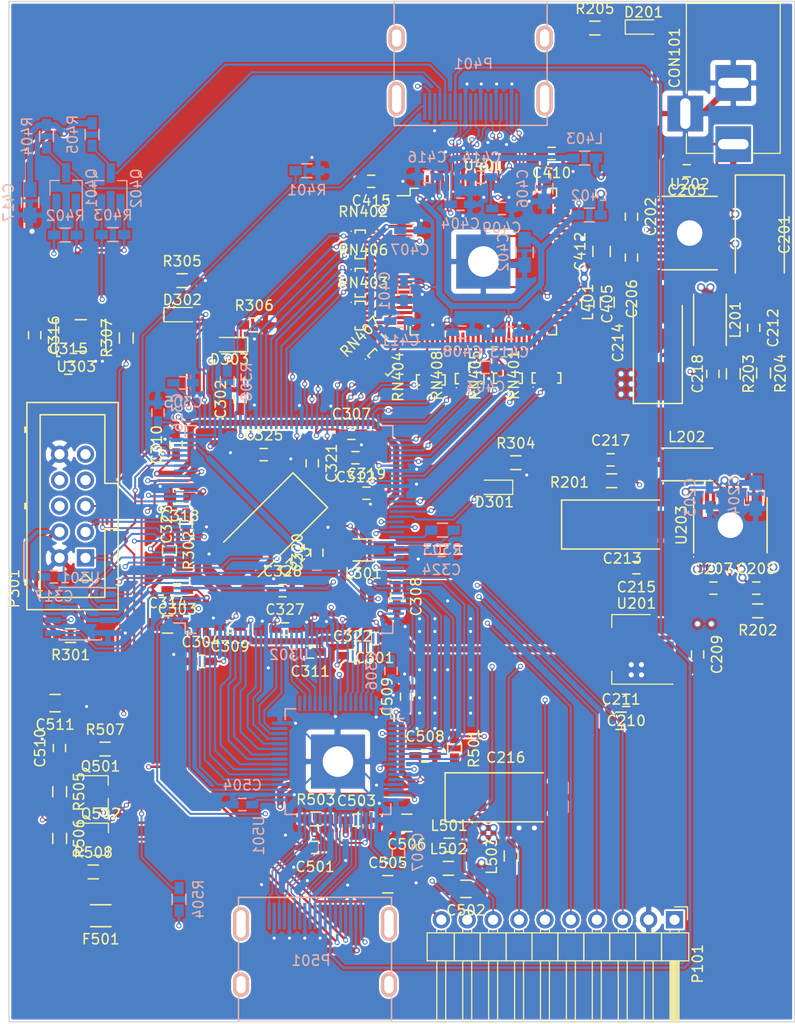
<source format=kicad_pcb>
(kicad_pcb (version 20160815) (host pcbnew "(2017-01-20 revision 2de913797)-master")

  (general
    (links 510)
    (no_connects 0)
    (area 12.949999 12.949999 90.050001 113.050001)
    (thickness 1.6)
    (drawings 4)
    (tracks 2640)
    (zones 0)
    (modules 138)
    (nets 216)
  )

  (page A4)
  (layers
    (0 F.Cu signal)
    (1 In1.Cu signal)
    (2 In2.Cu signal)
    (31 B.Cu signal)
    (32 B.Adhes user)
    (33 F.Adhes user)
    (34 B.Paste user)
    (35 F.Paste user)
    (36 B.SilkS user)
    (37 F.SilkS user)
    (38 B.Mask user)
    (39 F.Mask user)
    (40 Dwgs.User user)
    (41 Cmts.User user)
    (42 Eco1.User user)
    (43 Eco2.User user)
    (44 Edge.Cuts user)
    (45 Margin user)
    (46 B.CrtYd user)
    (47 F.CrtYd user)
    (48 B.Fab user hide)
    (49 F.Fab user hide)
  )

  (setup
    (last_trace_width 0.2)
    (user_trace_width 0.16)
    (user_trace_width 0.25)
    (user_trace_width 0.4)
    (user_trace_width 0.6)
    (user_trace_width 1.5)
    (trace_clearance 0.15)
    (zone_clearance 0.3)
    (zone_45_only no)
    (trace_min 0.155)
    (segment_width 0.2)
    (edge_width 0.1)
    (via_size 0.5)
    (via_drill 0.3)
    (via_min_size 0.5)
    (via_min_drill 0.3)
    (user_via 0.5 0.3)
    (user_via 0.8 0.5)
    (user_via 2.8 2.5)
    (uvia_size 0.3)
    (uvia_drill 0.1)
    (uvias_allowed no)
    (uvia_min_size 0.2)
    (uvia_min_drill 0.1)
    (pcb_text_width 0.3)
    (pcb_text_size 1.5 1.5)
    (mod_edge_width 0.15)
    (mod_text_size 1 1)
    (mod_text_width 0.15)
    (pad_size 1.5 1.5)
    (pad_drill 0.6)
    (pad_to_mask_clearance 0.2)
    (solder_mask_min_width 0.16)
    (aux_axis_origin 0 0)
    (visible_elements FFFFFF7F)
    (pcbplotparams
      (layerselection 0x00030_ffffffff)
      (usegerberextensions false)
      (excludeedgelayer true)
      (linewidth 0.100000)
      (plotframeref false)
      (viasonmask false)
      (mode 1)
      (useauxorigin false)
      (hpglpennumber 1)
      (hpglpenspeed 20)
      (hpglpendiameter 15)
      (psnegative false)
      (psa4output false)
      (plotreference true)
      (plotvalue true)
      (plotinvisibletext false)
      (padsonsilk false)
      (subtractmaskfromsilk false)
      (outputformat 1)
      (mirror false)
      (drillshape 1)
      (scaleselection 1)
      (outputdirectory ""))
  )

  (net 0 "")
  (net 1 GND)
  (net 2 /power/VIN)
  (net 3 +2V5)
  (net 4 +3V3)
  (net 5 +1V2)
  (net 6 "Net-(C217-Pad2)")
  (net 7 "Net-(C218-Pad2)")
  (net 8 +V_IO)
  (net 9 /dvi_in/PVDD)
  (net 10 /dvi_in/DVDD)
  (net 11 /dvi_in/AVDD)
  (net 12 +5V)
  (net 13 /dvi_out/TVDD)
  (net 14 /dvi_out/DVDD)
  (net 15 /dvi_out/PVDD)
  (net 16 "Net-(D201-Pad1)")
  (net 17 "Net-(D301-Pad1)")
  (net 18 "Net-(D301-Pad2)")
  (net 19 "Net-(D302-Pad2)")
  (net 20 "Net-(D302-Pad1)")
  (net 21 "Net-(D303-Pad1)")
  (net 22 "Net-(D303-Pad2)")
  (net 23 "Net-(F501-Pad1)")
  (net 24 /GPIO7)
  (net 25 /GPIO6)
  (net 26 /GPIO5)
  (net 27 /GPIO4)
  (net 28 /GPIO3)
  (net 29 /GPIO2)
  (net 30 /GPIO1)
  (net 31 /GPIO0)
  (net 32 "Net-(P301-Pad9)")
  (net 33 "Net-(P301-Pad8)")
  (net 34 "Net-(P301-Pad7)")
  (net 35 "Net-(P301-Pad6)")
  (net 36 "Net-(P301-Pad5)")
  (net 37 "Net-(P301-Pad3)")
  (net 38 "Net-(P301-Pad1)")
  (net 39 /dvi_in/DDCDAT_)
  (net 40 /dvi_in/DDCDAT_IN)
  (net 41 /dvi_in/DDCCLK_IN)
  (net 42 /dvi_in/DDCCLK_)
  (net 43 /dvi_out/DDCDAT_)
  (net 44 /dvi_out/DDCDAT)
  (net 45 /dvi_out/DDCCLK)
  (net 46 /dvi_out/DDCCLK_)
  (net 47 "Net-(R301-Pad1)")
  (net 48 "Net-(R302-Pad1)")
  (net 49 "Net-(R303-Pad1)")
  (net 50 "Net-(R307-Pad2)")
  (net 51 /fpga/CLK50)
  (net 52 /dvi_out/TXCLK+)
  (net 53 "Net-(R308-Pad1)")
  (net 54 /dvi_in/HOTPLUG)
  (net 55 "Net-(R501-Pad1)")
  (net 56 /dvi_out/MSEN)
  (net 57 "Net-(R503-Pad2)")
  (net 58 /dvi_out/HOTPLUG)
  (net 59 /dvi_out/VSYNC)
  (net 60 /dvi_out/HSYNC)
  (net 61 /dvi_out/DE)
  (net 62 /dvi_out/CTL3)
  (net 63 /dvi_out/CTL2)
  (net 64 /dvi_out/CTL1)
  (net 65 "Net-(RN401-Pad7)")
  (net 66 "Net-(RN401-Pad6)")
  (net 67 "Net-(RN401-Pad5)")
  (net 68 "Net-(RN401-Pad8)")
  (net 69 "Net-(RN401-Pad4)")
  (net 70 /dvi_in/HSYNC)
  (net 71 /dvi_in/VSYNC)
  (net 72 /dvi_in/DE)
  (net 73 "Net-(RN402-Pad7)")
  (net 74 "Net-(RN402-Pad6)")
  (net 75 "Net-(RN402-Pad5)")
  (net 76 "Net-(RN402-Pad8)")
  (net 77 /dvi_in/DATI3)
  (net 78 /dvi_in/DATI2)
  (net 79 /dvi_in/DATI1)
  (net 80 /dvi_in/DATI0)
  (net 81 "Net-(RN403-Pad7)")
  (net 82 "Net-(RN403-Pad6)")
  (net 83 "Net-(RN403-Pad5)")
  (net 84 "Net-(RN403-Pad8)")
  (net 85 /dvi_in/DATI11)
  (net 86 /dvi_in/DATI10)
  (net 87 /dvi_in/DATI9)
  (net 88 /dvi_in/DATI8)
  (net 89 "Net-(RN404-Pad7)")
  (net 90 "Net-(RN404-Pad6)")
  (net 91 "Net-(RN404-Pad5)")
  (net 92 "Net-(RN404-Pad8)")
  (net 93 /dvi_in/DATI19)
  (net 94 /dvi_in/DATI18)
  (net 95 /dvi_in/DATI17)
  (net 96 /dvi_in/DATI16)
  (net 97 /dvi_in/CTL1)
  (net 98 /dvi_in/CTL2)
  (net 99 /dvi_in/CTL3)
  (net 100 /fpga/CLKIN)
  (net 101 "Net-(RN405-Pad8)")
  (net 102 "Net-(RN405-Pad5)")
  (net 103 "Net-(RN405-Pad6)")
  (net 104 "Net-(RN405-Pad7)")
  (net 105 /dvi_in/DATI4)
  (net 106 /dvi_in/DATI5)
  (net 107 /dvi_in/DATI6)
  (net 108 /dvi_in/DATI7)
  (net 109 "Net-(RN406-Pad8)")
  (net 110 "Net-(RN406-Pad5)")
  (net 111 "Net-(RN406-Pad6)")
  (net 112 "Net-(RN406-Pad7)")
  (net 113 /dvi_in/DATI12)
  (net 114 /dvi_in/DATI13)
  (net 115 /dvi_in/DATI14)
  (net 116 /dvi_in/DATI15)
  (net 117 "Net-(RN407-Pad8)")
  (net 118 "Net-(RN407-Pad5)")
  (net 119 "Net-(RN407-Pad6)")
  (net 120 "Net-(RN407-Pad7)")
  (net 121 /dvi_in/DATI20)
  (net 122 /dvi_in/DATI21)
  (net 123 /dvi_in/DATI22)
  (net 124 /dvi_in/DATI23)
  (net 125 "Net-(RN408-Pad8)")
  (net 126 "Net-(RN408-Pad5)")
  (net 127 "Net-(RN408-Pad6)")
  (net 128 "Net-(RN408-Pad7)")
  (net 129 "Net-(U202-Pad3)")
  (net 130 "Net-(L201-Pad1)")
  (net 131 "Net-(L202-Pad1)")
  (net 132 "Net-(U203-Pad3)")
  (net 133 /fpga/DCLK)
  (net 134 /fpga/ASDI)
  (net 135 /fpga/DATA)
  (net 136 /fpga/nCS)
  (net 137 /dvi_out/DATO23)
  (net 138 /dvi_out/DATO22)
  (net 139 /dvi_out/DATO21)
  (net 140 /dvi_out/DATO20)
  (net 141 /dvi_out/DATO19)
  (net 142 /dvi_out/DATO18)
  (net 143 /dvi_out/DATO17)
  (net 144 /dvi_out/DATO16)
  (net 145 /dvi_out/DATO15)
  (net 146 /dvi_out/DATO14)
  (net 147 /dvi_out/DATO13)
  (net 148 /dvi_out/DATO12)
  (net 149 "Net-(U302-Pad127)")
  (net 150 /dvi_out/DATO11)
  (net 151 /dvi_out/DATO10)
  (net 152 /dvi_out/DATO9)
  (net 153 /dvi_out/DATO8)
  (net 154 /dvi_out/DATO7)
  (net 155 /dvi_out/DATO6)
  (net 156 /dvi_out/DATO5)
  (net 157 /dvi_out/DATO4)
  (net 158 /dvi_out/DATO3)
  (net 159 /dvi_out/DATO2)
  (net 160 /dvi_out/DATO1)
  (net 161 /dvi_out/DATO0)
  (net 162 "Net-(U302-Pad99)")
  (net 163 "Net-(U302-Pad84)")
  (net 164 "Net-(U302-Pad83)")
  (net 165 /dvi_in/LINK_ACT)
  (net 166 /dvi_in/PDOWN)
  (net 167 /dvi_out/EDGE)
  (net 168 /dvi_out/DKEN)
  (net 169 "Net-(U303-Pad1)")
  (net 170 "Net-(U401-Pad96)")
  (net 171 "Net-(U401-Pad77)")
  (net 172 "Net-(U401-Pad75)")
  (net 173 "Net-(U401-Pad74)")
  (net 174 "Net-(U401-Pad73)")
  (net 175 "Net-(U401-Pad72)")
  (net 176 "Net-(U401-Pad71)")
  (net 177 "Net-(U401-Pad70)")
  (net 178 "Net-(U401-Pad69)")
  (net 179 "Net-(U401-Pad66)")
  (net 180 "Net-(U401-Pad65)")
  (net 181 "Net-(U401-Pad64)")
  (net 182 "Net-(U401-Pad63)")
  (net 183 "Net-(U401-Pad62)")
  (net 184 "Net-(U401-Pad61)")
  (net 185 "Net-(U401-Pad60)")
  (net 186 "Net-(U401-Pad59)")
  (net 187 "Net-(U401-Pad56)")
  (net 188 "Net-(U401-Pad55)")
  (net 189 "Net-(U401-Pad54)")
  (net 190 "Net-(U401-Pad53)")
  (net 191 "Net-(U401-Pad52)")
  (net 192 "Net-(U401-Pad51)")
  (net 193 "Net-(U401-Pad50)")
  (net 194 "Net-(U401-Pad49)")
  (net 195 /dvi_out/TXC-)
  (net 196 /dvi_out/TXC+)
  (net 197 /dvi_out/TX0-)
  (net 198 /dvi_out/TX0+)
  (net 199 /dvi_out/TX1-)
  (net 200 /dvi_out/TX1+)
  (net 201 /dvi_out/TX2-)
  (net 202 /dvi_out/TX2+)
  (net 203 "Net-(U501-Pad49)")
  (net 204 "Net-(P401-Pad14)")
  (net 205 /dvi_in/CEC)
  (net 206 /dvi_in/RXC-)
  (net 207 /dvi_in/RX2+)
  (net 208 /dvi_in/RX2-)
  (net 209 /dvi_in/RX1+)
  (net 210 /dvi_in/RX1-)
  (net 211 /dvi_in/RX0+)
  (net 212 /dvi_in/RX0-)
  (net 213 /dvi_in/RXC+)
  (net 214 "Net-(P501-Pad14)")
  (net 215 "Net-(P501-Pad19)")

  (net_class Default "This is the default net class."
    (clearance 0.15)
    (trace_width 0.2)
    (via_dia 0.5)
    (via_drill 0.3)
    (uvia_dia 0.3)
    (uvia_drill 0.1)
    (diff_pair_gap 0.2)
    (diff_pair_width 0.16)
    (add_net +1V2)
    (add_net +2V5)
    (add_net +3V3)
    (add_net +5V)
    (add_net +V_IO)
    (add_net /GPIO0)
    (add_net /GPIO1)
    (add_net /GPIO2)
    (add_net /GPIO3)
    (add_net /GPIO4)
    (add_net /GPIO5)
    (add_net /GPIO6)
    (add_net /GPIO7)
    (add_net /dvi_in/AVDD)
    (add_net /dvi_in/CEC)
    (add_net /dvi_in/CTL1)
    (add_net /dvi_in/CTL2)
    (add_net /dvi_in/CTL3)
    (add_net /dvi_in/DATI0)
    (add_net /dvi_in/DATI1)
    (add_net /dvi_in/DATI10)
    (add_net /dvi_in/DATI11)
    (add_net /dvi_in/DATI12)
    (add_net /dvi_in/DATI13)
    (add_net /dvi_in/DATI14)
    (add_net /dvi_in/DATI15)
    (add_net /dvi_in/DATI16)
    (add_net /dvi_in/DATI17)
    (add_net /dvi_in/DATI18)
    (add_net /dvi_in/DATI19)
    (add_net /dvi_in/DATI2)
    (add_net /dvi_in/DATI20)
    (add_net /dvi_in/DATI21)
    (add_net /dvi_in/DATI22)
    (add_net /dvi_in/DATI23)
    (add_net /dvi_in/DATI3)
    (add_net /dvi_in/DATI4)
    (add_net /dvi_in/DATI5)
    (add_net /dvi_in/DATI6)
    (add_net /dvi_in/DATI7)
    (add_net /dvi_in/DATI8)
    (add_net /dvi_in/DATI9)
    (add_net /dvi_in/DDCCLK_)
    (add_net /dvi_in/DDCCLK_IN)
    (add_net /dvi_in/DDCDAT_)
    (add_net /dvi_in/DDCDAT_IN)
    (add_net /dvi_in/DE)
    (add_net /dvi_in/DVDD)
    (add_net /dvi_in/HOTPLUG)
    (add_net /dvi_in/HSYNC)
    (add_net /dvi_in/LINK_ACT)
    (add_net /dvi_in/PDOWN)
    (add_net /dvi_in/PVDD)
    (add_net /dvi_in/RX0+)
    (add_net /dvi_in/RX0-)
    (add_net /dvi_in/RX1+)
    (add_net /dvi_in/RX1-)
    (add_net /dvi_in/RX2+)
    (add_net /dvi_in/RX2-)
    (add_net /dvi_in/RXC+)
    (add_net /dvi_in/RXC-)
    (add_net /dvi_in/VSYNC)
    (add_net /dvi_out/CTL1)
    (add_net /dvi_out/CTL2)
    (add_net /dvi_out/CTL3)
    (add_net /dvi_out/DATO0)
    (add_net /dvi_out/DATO1)
    (add_net /dvi_out/DATO10)
    (add_net /dvi_out/DATO11)
    (add_net /dvi_out/DATO12)
    (add_net /dvi_out/DATO13)
    (add_net /dvi_out/DATO14)
    (add_net /dvi_out/DATO15)
    (add_net /dvi_out/DATO16)
    (add_net /dvi_out/DATO17)
    (add_net /dvi_out/DATO18)
    (add_net /dvi_out/DATO19)
    (add_net /dvi_out/DATO2)
    (add_net /dvi_out/DATO20)
    (add_net /dvi_out/DATO21)
    (add_net /dvi_out/DATO22)
    (add_net /dvi_out/DATO23)
    (add_net /dvi_out/DATO3)
    (add_net /dvi_out/DATO4)
    (add_net /dvi_out/DATO5)
    (add_net /dvi_out/DATO6)
    (add_net /dvi_out/DATO7)
    (add_net /dvi_out/DATO8)
    (add_net /dvi_out/DATO9)
    (add_net /dvi_out/DDCCLK)
    (add_net /dvi_out/DDCCLK_)
    (add_net /dvi_out/DDCDAT)
    (add_net /dvi_out/DDCDAT_)
    (add_net /dvi_out/DE)
    (add_net /dvi_out/DKEN)
    (add_net /dvi_out/DVDD)
    (add_net /dvi_out/EDGE)
    (add_net /dvi_out/HOTPLUG)
    (add_net /dvi_out/HSYNC)
    (add_net /dvi_out/MSEN)
    (add_net /dvi_out/PVDD)
    (add_net /dvi_out/TVDD)
    (add_net /dvi_out/TX0+)
    (add_net /dvi_out/TX0-)
    (add_net /dvi_out/TX1+)
    (add_net /dvi_out/TX1-)
    (add_net /dvi_out/TX2+)
    (add_net /dvi_out/TX2-)
    (add_net /dvi_out/TXC+)
    (add_net /dvi_out/TXC-)
    (add_net /dvi_out/TXCLK+)
    (add_net /dvi_out/VSYNC)
    (add_net /fpga/ASDI)
    (add_net /fpga/CLK50)
    (add_net /fpga/CLKIN)
    (add_net /fpga/DATA)
    (add_net /fpga/DCLK)
    (add_net /fpga/nCS)
    (add_net /power/VIN)
    (add_net GND)
    (add_net "Net-(C217-Pad2)")
    (add_net "Net-(C218-Pad2)")
    (add_net "Net-(D201-Pad1)")
    (add_net "Net-(D301-Pad1)")
    (add_net "Net-(D301-Pad2)")
    (add_net "Net-(D302-Pad1)")
    (add_net "Net-(D302-Pad2)")
    (add_net "Net-(D303-Pad1)")
    (add_net "Net-(D303-Pad2)")
    (add_net "Net-(F501-Pad1)")
    (add_net "Net-(L201-Pad1)")
    (add_net "Net-(L202-Pad1)")
    (add_net "Net-(P301-Pad1)")
    (add_net "Net-(P301-Pad3)")
    (add_net "Net-(P301-Pad5)")
    (add_net "Net-(P301-Pad6)")
    (add_net "Net-(P301-Pad7)")
    (add_net "Net-(P301-Pad8)")
    (add_net "Net-(P301-Pad9)")
    (add_net "Net-(P401-Pad14)")
    (add_net "Net-(P501-Pad14)")
    (add_net "Net-(P501-Pad19)")
    (add_net "Net-(R301-Pad1)")
    (add_net "Net-(R302-Pad1)")
    (add_net "Net-(R303-Pad1)")
    (add_net "Net-(R307-Pad2)")
    (add_net "Net-(R308-Pad1)")
    (add_net "Net-(R501-Pad1)")
    (add_net "Net-(R503-Pad2)")
    (add_net "Net-(RN401-Pad4)")
    (add_net "Net-(RN401-Pad5)")
    (add_net "Net-(RN401-Pad6)")
    (add_net "Net-(RN401-Pad7)")
    (add_net "Net-(RN401-Pad8)")
    (add_net "Net-(RN402-Pad5)")
    (add_net "Net-(RN402-Pad6)")
    (add_net "Net-(RN402-Pad7)")
    (add_net "Net-(RN402-Pad8)")
    (add_net "Net-(RN403-Pad5)")
    (add_net "Net-(RN403-Pad6)")
    (add_net "Net-(RN403-Pad7)")
    (add_net "Net-(RN403-Pad8)")
    (add_net "Net-(RN404-Pad5)")
    (add_net "Net-(RN404-Pad6)")
    (add_net "Net-(RN404-Pad7)")
    (add_net "Net-(RN404-Pad8)")
    (add_net "Net-(RN405-Pad5)")
    (add_net "Net-(RN405-Pad6)")
    (add_net "Net-(RN405-Pad7)")
    (add_net "Net-(RN405-Pad8)")
    (add_net "Net-(RN406-Pad5)")
    (add_net "Net-(RN406-Pad6)")
    (add_net "Net-(RN406-Pad7)")
    (add_net "Net-(RN406-Pad8)")
    (add_net "Net-(RN407-Pad5)")
    (add_net "Net-(RN407-Pad6)")
    (add_net "Net-(RN407-Pad7)")
    (add_net "Net-(RN407-Pad8)")
    (add_net "Net-(RN408-Pad5)")
    (add_net "Net-(RN408-Pad6)")
    (add_net "Net-(RN408-Pad7)")
    (add_net "Net-(RN408-Pad8)")
    (add_net "Net-(U202-Pad3)")
    (add_net "Net-(U203-Pad3)")
    (add_net "Net-(U302-Pad127)")
    (add_net "Net-(U302-Pad83)")
    (add_net "Net-(U302-Pad84)")
    (add_net "Net-(U302-Pad99)")
    (add_net "Net-(U303-Pad1)")
    (add_net "Net-(U401-Pad49)")
    (add_net "Net-(U401-Pad50)")
    (add_net "Net-(U401-Pad51)")
    (add_net "Net-(U401-Pad52)")
    (add_net "Net-(U401-Pad53)")
    (add_net "Net-(U401-Pad54)")
    (add_net "Net-(U401-Pad55)")
    (add_net "Net-(U401-Pad56)")
    (add_net "Net-(U401-Pad59)")
    (add_net "Net-(U401-Pad60)")
    (add_net "Net-(U401-Pad61)")
    (add_net "Net-(U401-Pad62)")
    (add_net "Net-(U401-Pad63)")
    (add_net "Net-(U401-Pad64)")
    (add_net "Net-(U401-Pad65)")
    (add_net "Net-(U401-Pad66)")
    (add_net "Net-(U401-Pad69)")
    (add_net "Net-(U401-Pad70)")
    (add_net "Net-(U401-Pad71)")
    (add_net "Net-(U401-Pad72)")
    (add_net "Net-(U401-Pad73)")
    (add_net "Net-(U401-Pad74)")
    (add_net "Net-(U401-Pad75)")
    (add_net "Net-(U401-Pad77)")
    (add_net "Net-(U401-Pad96)")
    (add_net "Net-(U501-Pad49)")
  )

  (module Inductors:Inductor_Taiyo-Yuden_NR-30xx_HandSoldering (layer F.Cu) (tedit 574C3AE3) (tstamp 587BC89E)
    (at 79.48 58.38 180)
    (descr "Inductor, Taiyo Yuden, NR series, Taiyo-Yuden_NR-30xx, 3.0mmx3.0mm")
    (tags "inductor taiyo-yuden nr smd")
    (path /5839A46D/587999C1)
    (attr smd)
    (fp_text reference L202 (at 0.05 2.69 180) (layer F.SilkS)
      (effects (font (size 1 1) (thickness 0.15)))
    )
    (fp_text value 490nH-1uH (at 0 3 180) (layer F.Fab)
      (effects (font (size 1 1) (thickness 0.15)))
    )
    (fp_line (start -1.5 0) (end -1.5 -0.95) (layer F.Fab) (width 0.15))
    (fp_line (start -1.5 -0.95) (end -0.95 -1.5) (layer F.Fab) (width 0.15))
    (fp_line (start -0.95 -1.5) (end 0 -1.5) (layer F.Fab) (width 0.15))
    (fp_line (start 1.5 0) (end 1.5 -0.95) (layer F.Fab) (width 0.15))
    (fp_line (start 1.5 -0.95) (end 0.95 -1.5) (layer F.Fab) (width 0.15))
    (fp_line (start 0.95 -1.5) (end 0 -1.5) (layer F.Fab) (width 0.15))
    (fp_line (start 1.5 0) (end 1.5 0.95) (layer F.Fab) (width 0.15))
    (fp_line (start 1.5 0.95) (end 0.95 1.5) (layer F.Fab) (width 0.15))
    (fp_line (start 0.95 1.5) (end 0 1.5) (layer F.Fab) (width 0.15))
    (fp_line (start -1.5 0) (end -1.5 0.95) (layer F.Fab) (width 0.15))
    (fp_line (start -1.5 0.95) (end -0.95 1.5) (layer F.Fab) (width 0.15))
    (fp_line (start -0.95 1.5) (end 0 1.5) (layer F.Fab) (width 0.15))
    (fp_line (start -2.5 -1.6) (end 2.5 -1.6) (layer F.SilkS) (width 0.15))
    (fp_line (start -2.5 1.6) (end 2.5 1.6) (layer F.SilkS) (width 0.15))
    (fp_line (start -2.75 -1.8) (end -2.75 1.8) (layer F.CrtYd) (width 0.05))
    (fp_line (start -2.75 1.8) (end 2.75 1.8) (layer F.CrtYd) (width 0.05))
    (fp_line (start 2.75 1.8) (end 2.75 -1.8) (layer F.CrtYd) (width 0.05))
    (fp_line (start 2.75 -1.8) (end -2.75 -1.8) (layer F.CrtYd) (width 0.05))
    (pad 1 smd rect (at -1.6 0 180) (size 1.8 2.9) (layers F.Cu F.Paste F.Mask)
      (net 131 "Net-(L202-Pad1)"))
    (pad 2 smd rect (at 1.6 0 180) (size 1.8 2.9) (layers F.Cu F.Paste F.Mask)
      (net 5 +1V2))
    (model Inductors.3dshapes/Inductor_Taiyo-Yuden_NR-30xx.wrl
      (at (xyz 0 0 0))
      (scale (xyz 1 1 1))
      (rotate (xyz 0 0 0))
    )
  )

  (module Capacitors_Tantalum_SMD:Tantalum_Case-D_EIA-7343-31_Hand (layer F.Cu) (tedit 57B6E980) (tstamp 58797C0F)
    (at 86.6 35.97 270)
    (descr "Tantalum capacitor, Case D, EIA 7343-31, 7.3x4.3x2.8mm, Hand soldering footprint")
    (tags "capacitor tantalum smd")
    (path /5839A46D/58797306)
    (attr smd)
    (fp_text reference C201 (at -0.11 -2.41 270) (layer F.SilkS)
      (effects (font (size 1 1) (thickness 0.15)))
    )
    (fp_text value 100u (at 0 3.9 270) (layer F.Fab)
      (effects (font (size 1 1) (thickness 0.15)))
    )
    (fp_line (start -5.95 -2.4) (end -5.95 2.4) (layer F.SilkS) (width 0.15))
    (fp_line (start -5.95 2.4) (end 3.65 2.4) (layer F.SilkS) (width 0.15))
    (fp_line (start -5.95 -2.4) (end 3.65 -2.4) (layer F.SilkS) (width 0.15))
    (fp_line (start -2.555 -2.15) (end -2.555 2.15) (layer F.Fab) (width 0.15))
    (fp_line (start -2.92 -2.15) (end -2.92 2.15) (layer F.Fab) (width 0.15))
    (fp_line (start 3.65 -2.15) (end -3.65 -2.15) (layer F.Fab) (width 0.15))
    (fp_line (start 3.65 2.15) (end 3.65 -2.15) (layer F.Fab) (width 0.15))
    (fp_line (start -3.65 2.15) (end 3.65 2.15) (layer F.Fab) (width 0.15))
    (fp_line (start -3.65 -2.15) (end -3.65 2.15) (layer F.Fab) (width 0.15))
    (fp_line (start 6.05 -2.5) (end -6.05 -2.5) (layer F.CrtYd) (width 0.05))
    (fp_line (start 6.05 2.5) (end 6.05 -2.5) (layer F.CrtYd) (width 0.05))
    (fp_line (start -6.05 2.5) (end 6.05 2.5) (layer F.CrtYd) (width 0.05))
    (fp_line (start -6.05 -2.5) (end -6.05 2.5) (layer F.CrtYd) (width 0.05))
    (pad 2 smd rect (at 3.775 0 270) (size 3.75 2.7) (layers F.Cu F.Paste F.Mask)
      (net 1 GND))
    (pad 1 smd rect (at -3.775 0 270) (size 3.75 2.7) (layers F.Cu F.Paste F.Mask)
      (net 2 /power/VIN))
    (model Capacitors_Tantalum_SMD.3dshapes/Tantalum_Case-D_EIA-7343-31.wrl
      (at (xyz 0 0 0))
      (scale (xyz 1 1 1))
      (rotate (xyz 0 0 0))
    )
  )

  (module Capacitors_SMD:C_0603_HandSoldering (layer F.Cu) (tedit 541A9B4D) (tstamp 58797C1F)
    (at 74.02 34.11 270)
    (descr "Capacitor SMD 0603, hand soldering")
    (tags "capacitor 0603")
    (path /5839A46D/5879A330)
    (attr smd)
    (fp_text reference C202 (at 0 -1.9 270) (layer F.SilkS)
      (effects (font (size 1 1) (thickness 0.15)))
    )
    (fp_text value 100n (at 0 1.9 270) (layer F.Fab)
      (effects (font (size 1 1) (thickness 0.15)))
    )
    (fp_line (start -0.8 0.4) (end -0.8 -0.4) (layer F.Fab) (width 0.15))
    (fp_line (start 0.8 0.4) (end -0.8 0.4) (layer F.Fab) (width 0.15))
    (fp_line (start 0.8 -0.4) (end 0.8 0.4) (layer F.Fab) (width 0.15))
    (fp_line (start -0.8 -0.4) (end 0.8 -0.4) (layer F.Fab) (width 0.15))
    (fp_line (start -1.85 -0.75) (end 1.85 -0.75) (layer F.CrtYd) (width 0.05))
    (fp_line (start -1.85 0.75) (end 1.85 0.75) (layer F.CrtYd) (width 0.05))
    (fp_line (start -1.85 -0.75) (end -1.85 0.75) (layer F.CrtYd) (width 0.05))
    (fp_line (start 1.85 -0.75) (end 1.85 0.75) (layer F.CrtYd) (width 0.05))
    (fp_line (start -0.35 -0.6) (end 0.35 -0.6) (layer F.SilkS) (width 0.15))
    (fp_line (start 0.35 0.6) (end -0.35 0.6) (layer F.SilkS) (width 0.15))
    (pad 1 smd rect (at -0.95 0 270) (size 1.2 0.75) (layers F.Cu F.Paste F.Mask)
      (net 2 /power/VIN))
    (pad 2 smd rect (at 0.95 0 270) (size 1.2 0.75) (layers F.Cu F.Paste F.Mask)
      (net 1 GND))
    (model Capacitors_SMD.3dshapes/C_0603_HandSoldering.wrl
      (at (xyz 0 0 0))
      (scale (xyz 1 1 1))
      (rotate (xyz 0 0 0))
    )
  )

  (module Capacitors_SMD:C_0603_HandSoldering (layer B.Cu) (tedit 541A9B4D) (tstamp 58797C2F)
    (at 81.67 61.6 270)
    (descr "Capacitor SMD 0603, hand soldering")
    (tags "capacitor 0603")
    (path /5839A46D/58797543)
    (attr smd)
    (fp_text reference C203 (at 0 1.9 270) (layer B.SilkS)
      (effects (font (size 1 1) (thickness 0.15)) (justify mirror))
    )
    (fp_text value 100n (at 0 -1.9 270) (layer B.Fab)
      (effects (font (size 1 1) (thickness 0.15)) (justify mirror))
    )
    (fp_line (start 0.35 -0.6) (end -0.35 -0.6) (layer B.SilkS) (width 0.15))
    (fp_line (start -0.35 0.6) (end 0.35 0.6) (layer B.SilkS) (width 0.15))
    (fp_line (start 1.85 0.75) (end 1.85 -0.75) (layer B.CrtYd) (width 0.05))
    (fp_line (start -1.85 0.75) (end -1.85 -0.75) (layer B.CrtYd) (width 0.05))
    (fp_line (start -1.85 -0.75) (end 1.85 -0.75) (layer B.CrtYd) (width 0.05))
    (fp_line (start -1.85 0.75) (end 1.85 0.75) (layer B.CrtYd) (width 0.05))
    (fp_line (start -0.8 0.4) (end 0.8 0.4) (layer B.Fab) (width 0.15))
    (fp_line (start 0.8 0.4) (end 0.8 -0.4) (layer B.Fab) (width 0.15))
    (fp_line (start 0.8 -0.4) (end -0.8 -0.4) (layer B.Fab) (width 0.15))
    (fp_line (start -0.8 -0.4) (end -0.8 0.4) (layer B.Fab) (width 0.15))
    (pad 2 smd rect (at 0.95 0 270) (size 1.2 0.75) (layers B.Cu B.Paste B.Mask)
      (net 1 GND))
    (pad 1 smd rect (at -0.95 0 270) (size 1.2 0.75) (layers B.Cu B.Paste B.Mask)
      (net 2 /power/VIN))
    (model Capacitors_SMD.3dshapes/C_0603_HandSoldering.wrl
      (at (xyz 0 0 0))
      (scale (xyz 1 1 1))
      (rotate (xyz 0 0 0))
    )
  )

  (module Capacitors_SMD:C_0805_HandSoldering (layer B.Cu) (tedit 541A9B8D) (tstamp 58797C3F)
    (at 86.19 61.44 270)
    (descr "Capacitor SMD 0805, hand soldering")
    (tags "capacitor 0805")
    (path /5839A46D/58797422)
    (attr smd)
    (fp_text reference C204 (at 0 2.1 270) (layer B.SilkS)
      (effects (font (size 1 1) (thickness 0.15)) (justify mirror))
    )
    (fp_text value 10u (at 0 -2.1 270) (layer B.Fab)
      (effects (font (size 1 1) (thickness 0.15)) (justify mirror))
    )
    (fp_line (start -1 -0.625) (end -1 0.625) (layer B.Fab) (width 0.15))
    (fp_line (start 1 -0.625) (end -1 -0.625) (layer B.Fab) (width 0.15))
    (fp_line (start 1 0.625) (end 1 -0.625) (layer B.Fab) (width 0.15))
    (fp_line (start -1 0.625) (end 1 0.625) (layer B.Fab) (width 0.15))
    (fp_line (start -2.3 1) (end 2.3 1) (layer B.CrtYd) (width 0.05))
    (fp_line (start -2.3 -1) (end 2.3 -1) (layer B.CrtYd) (width 0.05))
    (fp_line (start -2.3 1) (end -2.3 -1) (layer B.CrtYd) (width 0.05))
    (fp_line (start 2.3 1) (end 2.3 -1) (layer B.CrtYd) (width 0.05))
    (fp_line (start 0.5 0.85) (end -0.5 0.85) (layer B.SilkS) (width 0.15))
    (fp_line (start -0.5 -0.85) (end 0.5 -0.85) (layer B.SilkS) (width 0.15))
    (pad 1 smd rect (at -1.25 0 270) (size 1.5 1.25) (layers B.Cu B.Paste B.Mask)
      (net 2 /power/VIN))
    (pad 2 smd rect (at 1.25 0 270) (size 1.5 1.25) (layers B.Cu B.Paste B.Mask)
      (net 1 GND))
    (model Capacitors_SMD.3dshapes/C_0805_HandSoldering.wrl
      (at (xyz 0 0 0))
      (scale (xyz 1 1 1))
      (rotate (xyz 0 0 0))
    )
  )

  (module Capacitors_SMD:C_0603_HandSoldering (layer F.Cu) (tedit 541A9B4D) (tstamp 58797C4F)
    (at 79.44 29.61 180)
    (descr "Capacitor SMD 0603, hand soldering")
    (tags "capacitor 0603")
    (path /5839A46D/5879A32A)
    (attr smd)
    (fp_text reference C205 (at 0 -1.9 180) (layer F.SilkS)
      (effects (font (size 1 1) (thickness 0.15)))
    )
    (fp_text value 100n (at 0 1.9 180) (layer F.Fab)
      (effects (font (size 1 1) (thickness 0.15)))
    )
    (fp_line (start 0.35 0.6) (end -0.35 0.6) (layer F.SilkS) (width 0.15))
    (fp_line (start -0.35 -0.6) (end 0.35 -0.6) (layer F.SilkS) (width 0.15))
    (fp_line (start 1.85 -0.75) (end 1.85 0.75) (layer F.CrtYd) (width 0.05))
    (fp_line (start -1.85 -0.75) (end -1.85 0.75) (layer F.CrtYd) (width 0.05))
    (fp_line (start -1.85 0.75) (end 1.85 0.75) (layer F.CrtYd) (width 0.05))
    (fp_line (start -1.85 -0.75) (end 1.85 -0.75) (layer F.CrtYd) (width 0.05))
    (fp_line (start -0.8 -0.4) (end 0.8 -0.4) (layer F.Fab) (width 0.15))
    (fp_line (start 0.8 -0.4) (end 0.8 0.4) (layer F.Fab) (width 0.15))
    (fp_line (start 0.8 0.4) (end -0.8 0.4) (layer F.Fab) (width 0.15))
    (fp_line (start -0.8 0.4) (end -0.8 -0.4) (layer F.Fab) (width 0.15))
    (pad 2 smd rect (at 0.95 0 180) (size 1.2 0.75) (layers F.Cu F.Paste F.Mask)
      (net 1 GND))
    (pad 1 smd rect (at -0.95 0 180) (size 1.2 0.75) (layers F.Cu F.Paste F.Mask)
      (net 2 /power/VIN))
    (model Capacitors_SMD.3dshapes/C_0603_HandSoldering.wrl
      (at (xyz 0 0 0))
      (scale (xyz 1 1 1))
      (rotate (xyz 0 0 0))
    )
  )

  (module Capacitors_SMD:C_0603_HandSoldering (layer F.Cu) (tedit 541A9B4D) (tstamp 58797C5F)
    (at 74.02 38.11 270)
    (descr "Capacitor SMD 0603, hand soldering")
    (tags "capacitor 0603")
    (path /5839A46D/5879A336)
    (attr smd)
    (fp_text reference C206 (at 4.04 -0.04 270) (layer F.SilkS)
      (effects (font (size 1 1) (thickness 0.15)))
    )
    (fp_text value 100n (at 0 1.9 270) (layer F.Fab)
      (effects (font (size 1 1) (thickness 0.15)))
    )
    (fp_line (start 0.35 0.6) (end -0.35 0.6) (layer F.SilkS) (width 0.15))
    (fp_line (start -0.35 -0.6) (end 0.35 -0.6) (layer F.SilkS) (width 0.15))
    (fp_line (start 1.85 -0.75) (end 1.85 0.75) (layer F.CrtYd) (width 0.05))
    (fp_line (start -1.85 -0.75) (end -1.85 0.75) (layer F.CrtYd) (width 0.05))
    (fp_line (start -1.85 0.75) (end 1.85 0.75) (layer F.CrtYd) (width 0.05))
    (fp_line (start -1.85 -0.75) (end 1.85 -0.75) (layer F.CrtYd) (width 0.05))
    (fp_line (start -0.8 -0.4) (end 0.8 -0.4) (layer F.Fab) (width 0.15))
    (fp_line (start 0.8 -0.4) (end 0.8 0.4) (layer F.Fab) (width 0.15))
    (fp_line (start 0.8 0.4) (end -0.8 0.4) (layer F.Fab) (width 0.15))
    (fp_line (start -0.8 0.4) (end -0.8 -0.4) (layer F.Fab) (width 0.15))
    (pad 2 smd rect (at 0.95 0 270) (size 1.2 0.75) (layers F.Cu F.Paste F.Mask)
      (net 1 GND))
    (pad 1 smd rect (at -0.95 0 270) (size 1.2 0.75) (layers F.Cu F.Paste F.Mask)
      (net 2 /power/VIN))
    (model Capacitors_SMD.3dshapes/C_0603_HandSoldering.wrl
      (at (xyz 0 0 0))
      (scale (xyz 1 1 1))
      (rotate (xyz 0 0 0))
    )
  )

  (module Capacitors_SMD:C_0603_HandSoldering (layer F.Cu) (tedit 541A9B4D) (tstamp 58797C6F)
    (at 82.05 70.5)
    (descr "Capacitor SMD 0603, hand soldering")
    (tags "capacitor 0603")
    (path /5839A46D/587974D6)
    (attr smd)
    (fp_text reference C207 (at 0 -1.9) (layer F.SilkS)
      (effects (font (size 1 1) (thickness 0.15)))
    )
    (fp_text value 100n (at 0 1.9) (layer F.Fab)
      (effects (font (size 1 1) (thickness 0.15)))
    )
    (fp_line (start -0.8 0.4) (end -0.8 -0.4) (layer F.Fab) (width 0.15))
    (fp_line (start 0.8 0.4) (end -0.8 0.4) (layer F.Fab) (width 0.15))
    (fp_line (start 0.8 -0.4) (end 0.8 0.4) (layer F.Fab) (width 0.15))
    (fp_line (start -0.8 -0.4) (end 0.8 -0.4) (layer F.Fab) (width 0.15))
    (fp_line (start -1.85 -0.75) (end 1.85 -0.75) (layer F.CrtYd) (width 0.05))
    (fp_line (start -1.85 0.75) (end 1.85 0.75) (layer F.CrtYd) (width 0.05))
    (fp_line (start -1.85 -0.75) (end -1.85 0.75) (layer F.CrtYd) (width 0.05))
    (fp_line (start 1.85 -0.75) (end 1.85 0.75) (layer F.CrtYd) (width 0.05))
    (fp_line (start -0.35 -0.6) (end 0.35 -0.6) (layer F.SilkS) (width 0.15))
    (fp_line (start 0.35 0.6) (end -0.35 0.6) (layer F.SilkS) (width 0.15))
    (pad 1 smd rect (at -0.95 0) (size 1.2 0.75) (layers F.Cu F.Paste F.Mask)
      (net 2 /power/VIN))
    (pad 2 smd rect (at 0.95 0) (size 1.2 0.75) (layers F.Cu F.Paste F.Mask)
      (net 1 GND))
    (model Capacitors_SMD.3dshapes/C_0603_HandSoldering.wrl
      (at (xyz 0 0 0))
      (scale (xyz 1 1 1))
      (rotate (xyz 0 0 0))
    )
  )

  (module Capacitors_SMD:C_0603_HandSoldering (layer F.Cu) (tedit 541A9B4D) (tstamp 58797C7F)
    (at 86.25 70.5)
    (descr "Capacitor SMD 0603, hand soldering")
    (tags "capacitor 0603")
    (path /5839A46D/58797595)
    (attr smd)
    (fp_text reference C208 (at 0 -1.9) (layer F.SilkS)
      (effects (font (size 1 1) (thickness 0.15)))
    )
    (fp_text value 100n (at 0 1.9) (layer F.Fab)
      (effects (font (size 1 1) (thickness 0.15)))
    )
    (fp_line (start -0.8 0.4) (end -0.8 -0.4) (layer F.Fab) (width 0.15))
    (fp_line (start 0.8 0.4) (end -0.8 0.4) (layer F.Fab) (width 0.15))
    (fp_line (start 0.8 -0.4) (end 0.8 0.4) (layer F.Fab) (width 0.15))
    (fp_line (start -0.8 -0.4) (end 0.8 -0.4) (layer F.Fab) (width 0.15))
    (fp_line (start -1.85 -0.75) (end 1.85 -0.75) (layer F.CrtYd) (width 0.05))
    (fp_line (start -1.85 0.75) (end 1.85 0.75) (layer F.CrtYd) (width 0.05))
    (fp_line (start -1.85 -0.75) (end -1.85 0.75) (layer F.CrtYd) (width 0.05))
    (fp_line (start 1.85 -0.75) (end 1.85 0.75) (layer F.CrtYd) (width 0.05))
    (fp_line (start -0.35 -0.6) (end 0.35 -0.6) (layer F.SilkS) (width 0.15))
    (fp_line (start 0.35 0.6) (end -0.35 0.6) (layer F.SilkS) (width 0.15))
    (pad 1 smd rect (at -0.95 0) (size 1.2 0.75) (layers F.Cu F.Paste F.Mask)
      (net 2 /power/VIN))
    (pad 2 smd rect (at 0.95 0) (size 1.2 0.75) (layers F.Cu F.Paste F.Mask)
      (net 1 GND))
    (model Capacitors_SMD.3dshapes/C_0603_HandSoldering.wrl
      (at (xyz 0 0 0))
      (scale (xyz 1 1 1))
      (rotate (xyz 0 0 0))
    )
  )

  (module Capacitors_SMD:C_0603_HandSoldering (layer F.Cu) (tedit 541A9B4D) (tstamp 58797C8F)
    (at 80.5 77 270)
    (descr "Capacitor SMD 0603, hand soldering")
    (tags "capacitor 0603")
    (path /5839A46D/5879D21C)
    (attr smd)
    (fp_text reference C209 (at 0 -1.9 270) (layer F.SilkS)
      (effects (font (size 1 1) (thickness 0.15)))
    )
    (fp_text value 100n (at 0 1.9 270) (layer F.Fab)
      (effects (font (size 1 1) (thickness 0.15)))
    )
    (fp_line (start -0.8 0.4) (end -0.8 -0.4) (layer F.Fab) (width 0.15))
    (fp_line (start 0.8 0.4) (end -0.8 0.4) (layer F.Fab) (width 0.15))
    (fp_line (start 0.8 -0.4) (end 0.8 0.4) (layer F.Fab) (width 0.15))
    (fp_line (start -0.8 -0.4) (end 0.8 -0.4) (layer F.Fab) (width 0.15))
    (fp_line (start -1.85 -0.75) (end 1.85 -0.75) (layer F.CrtYd) (width 0.05))
    (fp_line (start -1.85 0.75) (end 1.85 0.75) (layer F.CrtYd) (width 0.05))
    (fp_line (start -1.85 -0.75) (end -1.85 0.75) (layer F.CrtYd) (width 0.05))
    (fp_line (start 1.85 -0.75) (end 1.85 0.75) (layer F.CrtYd) (width 0.05))
    (fp_line (start -0.35 -0.6) (end 0.35 -0.6) (layer F.SilkS) (width 0.15))
    (fp_line (start 0.35 0.6) (end -0.35 0.6) (layer F.SilkS) (width 0.15))
    (pad 1 smd rect (at -0.95 0 270) (size 1.2 0.75) (layers F.Cu F.Paste F.Mask)
      (net 2 /power/VIN))
    (pad 2 smd rect (at 0.95 0 270) (size 1.2 0.75) (layers F.Cu F.Paste F.Mask)
      (net 1 GND))
    (model Capacitors_SMD.3dshapes/C_0603_HandSoldering.wrl
      (at (xyz 0 0 0))
      (scale (xyz 1 1 1))
      (rotate (xyz 0 0 0))
    )
  )

  (module Capacitors_SMD:C_0603_HandSoldering (layer F.Cu) (tedit 541A9B4D) (tstamp 58797C9F)
    (at 73.5 81.5)
    (descr "Capacitor SMD 0603, hand soldering")
    (tags "capacitor 0603")
    (path /5839A46D/5879D91A)
    (attr smd)
    (fp_text reference C210 (at 0 2) (layer F.SilkS)
      (effects (font (size 1 1) (thickness 0.15)))
    )
    (fp_text value 100n (at 0 1.9) (layer F.Fab)
      (effects (font (size 1 1) (thickness 0.15)))
    )
    (fp_line (start 0.35 0.6) (end -0.35 0.6) (layer F.SilkS) (width 0.15))
    (fp_line (start -0.35 -0.6) (end 0.35 -0.6) (layer F.SilkS) (width 0.15))
    (fp_line (start 1.85 -0.75) (end 1.85 0.75) (layer F.CrtYd) (width 0.05))
    (fp_line (start -1.85 -0.75) (end -1.85 0.75) (layer F.CrtYd) (width 0.05))
    (fp_line (start -1.85 0.75) (end 1.85 0.75) (layer F.CrtYd) (width 0.05))
    (fp_line (start -1.85 -0.75) (end 1.85 -0.75) (layer F.CrtYd) (width 0.05))
    (fp_line (start -0.8 -0.4) (end 0.8 -0.4) (layer F.Fab) (width 0.15))
    (fp_line (start 0.8 -0.4) (end 0.8 0.4) (layer F.Fab) (width 0.15))
    (fp_line (start 0.8 0.4) (end -0.8 0.4) (layer F.Fab) (width 0.15))
    (fp_line (start -0.8 0.4) (end -0.8 -0.4) (layer F.Fab) (width 0.15))
    (pad 2 smd rect (at 0.95 0) (size 1.2 0.75) (layers F.Cu F.Paste F.Mask)
      (net 1 GND))
    (pad 1 smd rect (at -0.95 0) (size 1.2 0.75) (layers F.Cu F.Paste F.Mask)
      (net 3 +2V5))
    (model Capacitors_SMD.3dshapes/C_0603_HandSoldering.wrl
      (at (xyz 0 0 0))
      (scale (xyz 1 1 1))
      (rotate (xyz 0 0 0))
    )
  )

  (module Capacitors_SMD:C_0805_HandSoldering (layer F.Cu) (tedit 541A9B8D) (tstamp 58797CAF)
    (at 73 83.5)
    (descr "Capacitor SMD 0805, hand soldering")
    (tags "capacitor 0805")
    (path /5839A46D/5879DDAA)
    (attr smd)
    (fp_text reference C211 (at 0 -2.1) (layer F.SilkS)
      (effects (font (size 1 1) (thickness 0.15)))
    )
    (fp_text value 22u (at 0 2.1) (layer F.Fab)
      (effects (font (size 1 1) (thickness 0.15)))
    )
    (fp_line (start -0.5 0.85) (end 0.5 0.85) (layer F.SilkS) (width 0.15))
    (fp_line (start 0.5 -0.85) (end -0.5 -0.85) (layer F.SilkS) (width 0.15))
    (fp_line (start 2.3 -1) (end 2.3 1) (layer F.CrtYd) (width 0.05))
    (fp_line (start -2.3 -1) (end -2.3 1) (layer F.CrtYd) (width 0.05))
    (fp_line (start -2.3 1) (end 2.3 1) (layer F.CrtYd) (width 0.05))
    (fp_line (start -2.3 -1) (end 2.3 -1) (layer F.CrtYd) (width 0.05))
    (fp_line (start -1 -0.625) (end 1 -0.625) (layer F.Fab) (width 0.15))
    (fp_line (start 1 -0.625) (end 1 0.625) (layer F.Fab) (width 0.15))
    (fp_line (start 1 0.625) (end -1 0.625) (layer F.Fab) (width 0.15))
    (fp_line (start -1 0.625) (end -1 -0.625) (layer F.Fab) (width 0.15))
    (pad 2 smd rect (at 1.25 0) (size 1.5 1.25) (layers F.Cu F.Paste F.Mask)
      (net 1 GND))
    (pad 1 smd rect (at -1.25 0) (size 1.5 1.25) (layers F.Cu F.Paste F.Mask)
      (net 3 +2V5))
    (model Capacitors_SMD.3dshapes/C_0805_HandSoldering.wrl
      (at (xyz 0 0 0))
      (scale (xyz 1 1 1))
      (rotate (xyz 0 0 0))
    )
  )

  (module Capacitors_SMD:C_0603_HandSoldering (layer F.Cu) (tedit 541A9B4D) (tstamp 58797CBF)
    (at 86 45 270)
    (descr "Capacitor SMD 0603, hand soldering")
    (tags "capacitor 0603")
    (path /5839A46D/58797F37)
    (attr smd)
    (fp_text reference C212 (at 0 -1.9 270) (layer F.SilkS)
      (effects (font (size 1 1) (thickness 0.15)))
    )
    (fp_text value 100n (at 0 1.9 270) (layer F.Fab)
      (effects (font (size 1 1) (thickness 0.15)))
    )
    (fp_line (start 0.35 0.6) (end -0.35 0.6) (layer F.SilkS) (width 0.15))
    (fp_line (start -0.35 -0.6) (end 0.35 -0.6) (layer F.SilkS) (width 0.15))
    (fp_line (start 1.85 -0.75) (end 1.85 0.75) (layer F.CrtYd) (width 0.05))
    (fp_line (start -1.85 -0.75) (end -1.85 0.75) (layer F.CrtYd) (width 0.05))
    (fp_line (start -1.85 0.75) (end 1.85 0.75) (layer F.CrtYd) (width 0.05))
    (fp_line (start -1.85 -0.75) (end 1.85 -0.75) (layer F.CrtYd) (width 0.05))
    (fp_line (start -0.8 -0.4) (end 0.8 -0.4) (layer F.Fab) (width 0.15))
    (fp_line (start 0.8 -0.4) (end 0.8 0.4) (layer F.Fab) (width 0.15))
    (fp_line (start 0.8 0.4) (end -0.8 0.4) (layer F.Fab) (width 0.15))
    (fp_line (start -0.8 0.4) (end -0.8 -0.4) (layer F.Fab) (width 0.15))
    (pad 2 smd rect (at 0.95 0 270) (size 1.2 0.75) (layers F.Cu F.Paste F.Mask)
      (net 4 +3V3))
    (pad 1 smd rect (at -0.95 0 270) (size 1.2 0.75) (layers F.Cu F.Paste F.Mask)
      (net 1 GND))
    (model Capacitors_SMD.3dshapes/C_0603_HandSoldering.wrl
      (at (xyz 0 0 0))
      (scale (xyz 1 1 1))
      (rotate (xyz 0 0 0))
    )
  )

  (module Capacitors_SMD:C_0603_HandSoldering (layer F.Cu) (tedit 541A9B4D) (tstamp 58797CEF)
    (at 74.5 68.5 180)
    (descr "Capacitor SMD 0603, hand soldering")
    (tags "capacitor 0603")
    (path /5839A46D/5879A43B)
    (attr smd)
    (fp_text reference C215 (at 0 -1.9 180) (layer F.SilkS)
      (effects (font (size 1 1) (thickness 0.15)))
    )
    (fp_text value 100n (at 0 1.9 180) (layer F.Fab)
      (effects (font (size 1 1) (thickness 0.15)))
    )
    (fp_line (start -0.8 0.4) (end -0.8 -0.4) (layer F.Fab) (width 0.15))
    (fp_line (start 0.8 0.4) (end -0.8 0.4) (layer F.Fab) (width 0.15))
    (fp_line (start 0.8 -0.4) (end 0.8 0.4) (layer F.Fab) (width 0.15))
    (fp_line (start -0.8 -0.4) (end 0.8 -0.4) (layer F.Fab) (width 0.15))
    (fp_line (start -1.85 -0.75) (end 1.85 -0.75) (layer F.CrtYd) (width 0.05))
    (fp_line (start -1.85 0.75) (end 1.85 0.75) (layer F.CrtYd) (width 0.05))
    (fp_line (start -1.85 -0.75) (end -1.85 0.75) (layer F.CrtYd) (width 0.05))
    (fp_line (start 1.85 -0.75) (end 1.85 0.75) (layer F.CrtYd) (width 0.05))
    (fp_line (start -0.35 -0.6) (end 0.35 -0.6) (layer F.SilkS) (width 0.15))
    (fp_line (start 0.35 0.6) (end -0.35 0.6) (layer F.SilkS) (width 0.15))
    (pad 1 smd rect (at -0.95 0 180) (size 1.2 0.75) (layers F.Cu F.Paste F.Mask)
      (net 1 GND))
    (pad 2 smd rect (at 0.95 0 180) (size 1.2 0.75) (layers F.Cu F.Paste F.Mask)
      (net 5 +1V2))
    (model Capacitors_SMD.3dshapes/C_0603_HandSoldering.wrl
      (at (xyz 0 0 0))
      (scale (xyz 1 1 1))
      (rotate (xyz 0 0 0))
    )
  )

  (module Capacitors_Tantalum_SMD:Tantalum_Case-D_EIA-7343-31_Hand (layer F.Cu) (tedit 57B6E980) (tstamp 58797D02)
    (at 61.7 91)
    (descr "Tantalum capacitor, Case D, EIA 7343-31, 7.3x4.3x2.8mm, Hand soldering footprint")
    (tags "capacitor tantalum smd")
    (path /5839A46D/58797EAB)
    (attr smd)
    (fp_text reference C216 (at 0 -3.9) (layer F.SilkS)
      (effects (font (size 1 1) (thickness 0.15)))
    )
    (fp_text value 100u (at 0 3.9) (layer F.Fab)
      (effects (font (size 1 1) (thickness 0.15)))
    )
    (fp_line (start -6.05 -2.5) (end -6.05 2.5) (layer F.CrtYd) (width 0.05))
    (fp_line (start -6.05 2.5) (end 6.05 2.5) (layer F.CrtYd) (width 0.05))
    (fp_line (start 6.05 2.5) (end 6.05 -2.5) (layer F.CrtYd) (width 0.05))
    (fp_line (start 6.05 -2.5) (end -6.05 -2.5) (layer F.CrtYd) (width 0.05))
    (fp_line (start -3.65 -2.15) (end -3.65 2.15) (layer F.Fab) (width 0.15))
    (fp_line (start -3.65 2.15) (end 3.65 2.15) (layer F.Fab) (width 0.15))
    (fp_line (start 3.65 2.15) (end 3.65 -2.15) (layer F.Fab) (width 0.15))
    (fp_line (start 3.65 -2.15) (end -3.65 -2.15) (layer F.Fab) (width 0.15))
    (fp_line (start -2.92 -2.15) (end -2.92 2.15) (layer F.Fab) (width 0.15))
    (fp_line (start -2.555 -2.15) (end -2.555 2.15) (layer F.Fab) (width 0.15))
    (fp_line (start -5.95 -2.4) (end 3.65 -2.4) (layer F.SilkS) (width 0.15))
    (fp_line (start -5.95 2.4) (end 3.65 2.4) (layer F.SilkS) (width 0.15))
    (fp_line (start -5.95 -2.4) (end -5.95 2.4) (layer F.SilkS) (width 0.15))
    (pad 1 smd rect (at -3.775 0) (size 3.75 2.7) (layers F.Cu F.Paste F.Mask)
      (net 4 +3V3))
    (pad 2 smd rect (at 3.775 0) (size 3.75 2.7) (layers F.Cu F.Paste F.Mask)
      (net 1 GND))
    (model Capacitors_Tantalum_SMD.3dshapes/Tantalum_Case-D_EIA-7343-31.wrl
      (at (xyz 0 0 0))
      (scale (xyz 1 1 1))
      (rotate (xyz 0 0 0))
    )
  )

  (module Capacitors_SMD:C_0603_HandSoldering (layer F.Cu) (tedit 541A9B4D) (tstamp 58797D12)
    (at 71.97 57.93)
    (descr "Capacitor SMD 0603, hand soldering")
    (tags "capacitor 0603")
    (path /5839A46D/5879B493)
    (attr smd)
    (fp_text reference C217 (at 0 -1.9) (layer F.SilkS)
      (effects (font (size 1 1) (thickness 0.15)))
    )
    (fp_text value 22p (at 0 1.9) (layer F.Fab)
      (effects (font (size 1 1) (thickness 0.15)))
    )
    (fp_line (start 0.35 0.6) (end -0.35 0.6) (layer F.SilkS) (width 0.15))
    (fp_line (start -0.35 -0.6) (end 0.35 -0.6) (layer F.SilkS) (width 0.15))
    (fp_line (start 1.85 -0.75) (end 1.85 0.75) (layer F.CrtYd) (width 0.05))
    (fp_line (start -1.85 -0.75) (end -1.85 0.75) (layer F.CrtYd) (width 0.05))
    (fp_line (start -1.85 0.75) (end 1.85 0.75) (layer F.CrtYd) (width 0.05))
    (fp_line (start -1.85 -0.75) (end 1.85 -0.75) (layer F.CrtYd) (width 0.05))
    (fp_line (start -0.8 -0.4) (end 0.8 -0.4) (layer F.Fab) (width 0.15))
    (fp_line (start 0.8 -0.4) (end 0.8 0.4) (layer F.Fab) (width 0.15))
    (fp_line (start 0.8 0.4) (end -0.8 0.4) (layer F.Fab) (width 0.15))
    (fp_line (start -0.8 0.4) (end -0.8 -0.4) (layer F.Fab) (width 0.15))
    (pad 2 smd rect (at 0.95 0) (size 1.2 0.75) (layers F.Cu F.Paste F.Mask)
      (net 6 "Net-(C217-Pad2)"))
    (pad 1 smd rect (at -0.95 0) (size 1.2 0.75) (layers F.Cu F.Paste F.Mask)
      (net 5 +1V2))
    (model Capacitors_SMD.3dshapes/C_0603_HandSoldering.wrl
      (at (xyz 0 0 0))
      (scale (xyz 1 1 1))
      (rotate (xyz 0 0 0))
    )
  )

  (module Capacitors_SMD:C_0603_HandSoldering (layer F.Cu) (tedit 541A9B4D) (tstamp 58797D22)
    (at 82 49.5 270)
    (descr "Capacitor SMD 0603, hand soldering")
    (tags "capacitor 0603")
    (path /5839A46D/5879814E)
    (attr smd)
    (fp_text reference C218 (at 0 1.5 270) (layer F.SilkS)
      (effects (font (size 1 1) (thickness 0.15)))
    )
    (fp_text value 22p (at 0 1.9 270) (layer F.Fab)
      (effects (font (size 1 1) (thickness 0.15)))
    )
    (fp_line (start -0.8 0.4) (end -0.8 -0.4) (layer F.Fab) (width 0.15))
    (fp_line (start 0.8 0.4) (end -0.8 0.4) (layer F.Fab) (width 0.15))
    (fp_line (start 0.8 -0.4) (end 0.8 0.4) (layer F.Fab) (width 0.15))
    (fp_line (start -0.8 -0.4) (end 0.8 -0.4) (layer F.Fab) (width 0.15))
    (fp_line (start -1.85 -0.75) (end 1.85 -0.75) (layer F.CrtYd) (width 0.05))
    (fp_line (start -1.85 0.75) (end 1.85 0.75) (layer F.CrtYd) (width 0.05))
    (fp_line (start -1.85 -0.75) (end -1.85 0.75) (layer F.CrtYd) (width 0.05))
    (fp_line (start 1.85 -0.75) (end 1.85 0.75) (layer F.CrtYd) (width 0.05))
    (fp_line (start -0.35 -0.6) (end 0.35 -0.6) (layer F.SilkS) (width 0.15))
    (fp_line (start 0.35 0.6) (end -0.35 0.6) (layer F.SilkS) (width 0.15))
    (pad 1 smd rect (at -0.95 0 270) (size 1.2 0.75) (layers F.Cu F.Paste F.Mask)
      (net 4 +3V3))
    (pad 2 smd rect (at 0.95 0 270) (size 1.2 0.75) (layers F.Cu F.Paste F.Mask)
      (net 7 "Net-(C218-Pad2)"))
    (model Capacitors_SMD.3dshapes/C_0603_HandSoldering.wrl
      (at (xyz 0 0 0))
      (scale (xyz 1 1 1))
      (rotate (xyz 0 0 0))
    )
  )

  (module Capacitors_SMD:C_0603_HandSoldering (layer F.Cu) (tedit 541A9B4D) (tstamp 58797D32)
    (at 48.85 75.44 180)
    (descr "Capacitor SMD 0603, hand soldering")
    (tags "capacitor 0603")
    (path /583A26B6/583B7DED)
    (attr smd)
    (fp_text reference C301 (at 0 -1.9 180) (layer F.SilkS)
      (effects (font (size 1 1) (thickness 0.15)))
    )
    (fp_text value 100n (at 0 1.9 180) (layer F.Fab)
      (effects (font (size 1 1) (thickness 0.15)))
    )
    (fp_line (start -0.8 0.4) (end -0.8 -0.4) (layer F.Fab) (width 0.15))
    (fp_line (start 0.8 0.4) (end -0.8 0.4) (layer F.Fab) (width 0.15))
    (fp_line (start 0.8 -0.4) (end 0.8 0.4) (layer F.Fab) (width 0.15))
    (fp_line (start -0.8 -0.4) (end 0.8 -0.4) (layer F.Fab) (width 0.15))
    (fp_line (start -1.85 -0.75) (end 1.85 -0.75) (layer F.CrtYd) (width 0.05))
    (fp_line (start -1.85 0.75) (end 1.85 0.75) (layer F.CrtYd) (width 0.05))
    (fp_line (start -1.85 -0.75) (end -1.85 0.75) (layer F.CrtYd) (width 0.05))
    (fp_line (start 1.85 -0.75) (end 1.85 0.75) (layer F.CrtYd) (width 0.05))
    (fp_line (start -0.35 -0.6) (end 0.35 -0.6) (layer F.SilkS) (width 0.15))
    (fp_line (start 0.35 0.6) (end -0.35 0.6) (layer F.SilkS) (width 0.15))
    (pad 1 smd rect (at -0.95 0 180) (size 1.2 0.75) (layers F.Cu F.Paste F.Mask)
      (net 3 +2V5))
    (pad 2 smd rect (at 0.95 0 180) (size 1.2 0.75) (layers F.Cu F.Paste F.Mask)
      (net 1 GND))
    (model Capacitors_SMD.3dshapes/C_0603_HandSoldering.wrl
      (at (xyz 0 0 0))
      (scale (xyz 1 1 1))
      (rotate (xyz 0 0 0))
    )
  )

  (module Capacitors_SMD:C_0603_HandSoldering (layer F.Cu) (tedit 541A9B4D) (tstamp 58797D42)
    (at 35.66 52 90)
    (descr "Capacitor SMD 0603, hand soldering")
    (tags "capacitor 0603")
    (path /583A26B6/583B1B7A)
    (attr smd)
    (fp_text reference C302 (at 0 -1.9 90) (layer F.SilkS)
      (effects (font (size 1 1) (thickness 0.15)))
    )
    (fp_text value 100n (at 0 1.9 90) (layer F.Fab)
      (effects (font (size 1 1) (thickness 0.15)))
    )
    (fp_line (start 0.35 0.6) (end -0.35 0.6) (layer F.SilkS) (width 0.15))
    (fp_line (start -0.35 -0.6) (end 0.35 -0.6) (layer F.SilkS) (width 0.15))
    (fp_line (start 1.85 -0.75) (end 1.85 0.75) (layer F.CrtYd) (width 0.05))
    (fp_line (start -1.85 -0.75) (end -1.85 0.75) (layer F.CrtYd) (width 0.05))
    (fp_line (start -1.85 0.75) (end 1.85 0.75) (layer F.CrtYd) (width 0.05))
    (fp_line (start -1.85 -0.75) (end 1.85 -0.75) (layer F.CrtYd) (width 0.05))
    (fp_line (start -0.8 -0.4) (end 0.8 -0.4) (layer F.Fab) (width 0.15))
    (fp_line (start 0.8 -0.4) (end 0.8 0.4) (layer F.Fab) (width 0.15))
    (fp_line (start 0.8 0.4) (end -0.8 0.4) (layer F.Fab) (width 0.15))
    (fp_line (start -0.8 0.4) (end -0.8 -0.4) (layer F.Fab) (width 0.15))
    (pad 2 smd rect (at 0.95 0 90) (size 1.2 0.75) (layers F.Cu F.Paste F.Mask)
      (net 1 GND))
    (pad 1 smd rect (at -0.95 0 90) (size 1.2 0.75) (layers F.Cu F.Paste F.Mask)
      (net 5 +1V2))
    (model Capacitors_SMD.3dshapes/C_0603_HandSoldering.wrl
      (at (xyz 0 0 0))
      (scale (xyz 1 1 1))
      (rotate (xyz 0 0 0))
    )
  )

  (module Capacitors_SMD:C_0603_HandSoldering (layer F.Cu) (tedit 541A9B4D) (tstamp 58797D52)
    (at 29.49 70.68 180)
    (descr "Capacitor SMD 0603, hand soldering")
    (tags "capacitor 0603")
    (path /583A26B6/583B1619)
    (attr smd)
    (fp_text reference C303 (at 0 -1.9 180) (layer F.SilkS)
      (effects (font (size 1 1) (thickness 0.15)))
    )
    (fp_text value 100n (at 0 1.9 180) (layer F.Fab)
      (effects (font (size 1 1) (thickness 0.15)))
    )
    (fp_line (start 0.35 0.6) (end -0.35 0.6) (layer F.SilkS) (width 0.15))
    (fp_line (start -0.35 -0.6) (end 0.35 -0.6) (layer F.SilkS) (width 0.15))
    (fp_line (start 1.85 -0.75) (end 1.85 0.75) (layer F.CrtYd) (width 0.05))
    (fp_line (start -1.85 -0.75) (end -1.85 0.75) (layer F.CrtYd) (width 0.05))
    (fp_line (start -1.85 0.75) (end 1.85 0.75) (layer F.CrtYd) (width 0.05))
    (fp_line (start -1.85 -0.75) (end 1.85 -0.75) (layer F.CrtYd) (width 0.05))
    (fp_line (start -0.8 -0.4) (end 0.8 -0.4) (layer F.Fab) (width 0.15))
    (fp_line (start 0.8 -0.4) (end 0.8 0.4) (layer F.Fab) (width 0.15))
    (fp_line (start 0.8 0.4) (end -0.8 0.4) (layer F.Fab) (width 0.15))
    (fp_line (start -0.8 0.4) (end -0.8 -0.4) (layer F.Fab) (width 0.15))
    (pad 2 smd rect (at 0.95 0 180) (size 1.2 0.75) (layers F.Cu F.Paste F.Mask)
      (net 1 GND))
    (pad 1 smd rect (at -0.95 0 180) (size 1.2 0.75) (layers F.Cu F.Paste F.Mask)
      (net 5 +1V2))
    (model Capacitors_SMD.3dshapes/C_0603_HandSoldering.wrl
      (at (xyz 0 0 0))
      (scale (xyz 1 1 1))
      (rotate (xyz 0 0 0))
    )
  )

  (module Capacitors_SMD:C_0603_HandSoldering (layer F.Cu) (tedit 541A9B4D) (tstamp 58797D62)
    (at 31.83 77.68)
    (descr "Capacitor SMD 0603, hand soldering")
    (tags "capacitor 0603")
    (path /583A26B6/583B32A4)
    (attr smd)
    (fp_text reference C304 (at 0 -1.9) (layer F.SilkS)
      (effects (font (size 1 1) (thickness 0.15)))
    )
    (fp_text value 100n (at 0 1.9) (layer F.Fab)
      (effects (font (size 1 1) (thickness 0.15)))
    )
    (fp_line (start 0.35 0.6) (end -0.35 0.6) (layer F.SilkS) (width 0.15))
    (fp_line (start -0.35 -0.6) (end 0.35 -0.6) (layer F.SilkS) (width 0.15))
    (fp_line (start 1.85 -0.75) (end 1.85 0.75) (layer F.CrtYd) (width 0.05))
    (fp_line (start -1.85 -0.75) (end -1.85 0.75) (layer F.CrtYd) (width 0.05))
    (fp_line (start -1.85 0.75) (end 1.85 0.75) (layer F.CrtYd) (width 0.05))
    (fp_line (start -1.85 -0.75) (end 1.85 -0.75) (layer F.CrtYd) (width 0.05))
    (fp_line (start -0.8 -0.4) (end 0.8 -0.4) (layer F.Fab) (width 0.15))
    (fp_line (start 0.8 -0.4) (end 0.8 0.4) (layer F.Fab) (width 0.15))
    (fp_line (start 0.8 0.4) (end -0.8 0.4) (layer F.Fab) (width 0.15))
    (fp_line (start -0.8 0.4) (end -0.8 -0.4) (layer F.Fab) (width 0.15))
    (pad 2 smd rect (at 0.95 0) (size 1.2 0.75) (layers F.Cu F.Paste F.Mask)
      (net 8 +V_IO))
    (pad 1 smd rect (at -0.95 0) (size 1.2 0.75) (layers F.Cu F.Paste F.Mask)
      (net 1 GND))
    (model Capacitors_SMD.3dshapes/C_0603_HandSoldering.wrl
      (at (xyz 0 0 0))
      (scale (xyz 1 1 1))
      (rotate (xyz 0 0 0))
    )
  )

  (module Capacitors_SMD:C_0603_HandSoldering (layer B.Cu) (tedit 541A9B4D) (tstamp 58797D72)
    (at 30.07 50.39)
    (descr "Capacitor SMD 0603, hand soldering")
    (tags "capacitor 0603")
    (path /583A26B6/583B1B80)
    (attr smd)
    (fp_text reference C305 (at 0 1.9) (layer B.SilkS)
      (effects (font (size 1 1) (thickness 0.15)) (justify mirror))
    )
    (fp_text value 100n (at 0 -1.9) (layer B.Fab)
      (effects (font (size 1 1) (thickness 0.15)) (justify mirror))
    )
    (fp_line (start 0.35 -0.6) (end -0.35 -0.6) (layer B.SilkS) (width 0.15))
    (fp_line (start -0.35 0.6) (end 0.35 0.6) (layer B.SilkS) (width 0.15))
    (fp_line (start 1.85 0.75) (end 1.85 -0.75) (layer B.CrtYd) (width 0.05))
    (fp_line (start -1.85 0.75) (end -1.85 -0.75) (layer B.CrtYd) (width 0.05))
    (fp_line (start -1.85 -0.75) (end 1.85 -0.75) (layer B.CrtYd) (width 0.05))
    (fp_line (start -1.85 0.75) (end 1.85 0.75) (layer B.CrtYd) (width 0.05))
    (fp_line (start -0.8 0.4) (end 0.8 0.4) (layer B.Fab) (width 0.15))
    (fp_line (start 0.8 0.4) (end 0.8 -0.4) (layer B.Fab) (width 0.15))
    (fp_line (start 0.8 -0.4) (end -0.8 -0.4) (layer B.Fab) (width 0.15))
    (fp_line (start -0.8 -0.4) (end -0.8 0.4) (layer B.Fab) (width 0.15))
    (pad 2 smd rect (at 0.95 0) (size 1.2 0.75) (layers B.Cu B.Paste B.Mask)
      (net 1 GND))
    (pad 1 smd rect (at -0.95 0) (size 1.2 0.75) (layers B.Cu B.Paste B.Mask)
      (net 5 +1V2))
    (model Capacitors_SMD.3dshapes/C_0603_HandSoldering.wrl
      (at (xyz 0 0 0))
      (scale (xyz 1 1 1))
      (rotate (xyz 0 0 0))
    )
  )

  (module Capacitors_SMD:C_0603_HandSoldering (layer B.Cu) (tedit 541A9B4D) (tstamp 58797D82)
    (at 50.45 78.61 270)
    (descr "Capacitor SMD 0603, hand soldering")
    (tags "capacitor 0603")
    (path /583A26B6/583B1669)
    (attr smd)
    (fp_text reference C306 (at 0 1.9 270) (layer B.SilkS)
      (effects (font (size 1 1) (thickness 0.15)) (justify mirror))
    )
    (fp_text value 100n (at 0 -1.9 270) (layer B.Fab)
      (effects (font (size 1 1) (thickness 0.15)) (justify mirror))
    )
    (fp_line (start -0.8 -0.4) (end -0.8 0.4) (layer B.Fab) (width 0.15))
    (fp_line (start 0.8 -0.4) (end -0.8 -0.4) (layer B.Fab) (width 0.15))
    (fp_line (start 0.8 0.4) (end 0.8 -0.4) (layer B.Fab) (width 0.15))
    (fp_line (start -0.8 0.4) (end 0.8 0.4) (layer B.Fab) (width 0.15))
    (fp_line (start -1.85 0.75) (end 1.85 0.75) (layer B.CrtYd) (width 0.05))
    (fp_line (start -1.85 -0.75) (end 1.85 -0.75) (layer B.CrtYd) (width 0.05))
    (fp_line (start -1.85 0.75) (end -1.85 -0.75) (layer B.CrtYd) (width 0.05))
    (fp_line (start 1.85 0.75) (end 1.85 -0.75) (layer B.CrtYd) (width 0.05))
    (fp_line (start -0.35 0.6) (end 0.35 0.6) (layer B.SilkS) (width 0.15))
    (fp_line (start 0.35 -0.6) (end -0.35 -0.6) (layer B.SilkS) (width 0.15))
    (pad 1 smd rect (at -0.95 0 270) (size 1.2 0.75) (layers B.Cu B.Paste B.Mask)
      (net 5 +1V2))
    (pad 2 smd rect (at 0.95 0 270) (size 1.2 0.75) (layers B.Cu B.Paste B.Mask)
      (net 1 GND))
    (model Capacitors_SMD.3dshapes/C_0603_HandSoldering.wrl
      (at (xyz 0 0 0))
      (scale (xyz 1 1 1))
      (rotate (xyz 0 0 0))
    )
  )

  (module Capacitors_SMD:C_0603_HandSoldering (layer F.Cu) (tedit 541A9B4D) (tstamp 58797D92)
    (at 46.57 55.33)
    (descr "Capacitor SMD 0603, hand soldering")
    (tags "capacitor 0603")
    (path /583A26B6/583B1B86)
    (attr smd)
    (fp_text reference C307 (at 0 -1.9) (layer F.SilkS)
      (effects (font (size 1 1) (thickness 0.15)))
    )
    (fp_text value 100n (at 0 1.9) (layer F.Fab)
      (effects (font (size 1 1) (thickness 0.15)))
    )
    (fp_line (start 0.35 0.6) (end -0.35 0.6) (layer F.SilkS) (width 0.15))
    (fp_line (start -0.35 -0.6) (end 0.35 -0.6) (layer F.SilkS) (width 0.15))
    (fp_line (start 1.85 -0.75) (end 1.85 0.75) (layer F.CrtYd) (width 0.05))
    (fp_line (start -1.85 -0.75) (end -1.85 0.75) (layer F.CrtYd) (width 0.05))
    (fp_line (start -1.85 0.75) (end 1.85 0.75) (layer F.CrtYd) (width 0.05))
    (fp_line (start -1.85 -0.75) (end 1.85 -0.75) (layer F.CrtYd) (width 0.05))
    (fp_line (start -0.8 -0.4) (end 0.8 -0.4) (layer F.Fab) (width 0.15))
    (fp_line (start 0.8 -0.4) (end 0.8 0.4) (layer F.Fab) (width 0.15))
    (fp_line (start 0.8 0.4) (end -0.8 0.4) (layer F.Fab) (width 0.15))
    (fp_line (start -0.8 0.4) (end -0.8 -0.4) (layer F.Fab) (width 0.15))
    (pad 2 smd rect (at 0.95 0) (size 1.2 0.75) (layers F.Cu F.Paste F.Mask)
      (net 1 GND))
    (pad 1 smd rect (at -0.95 0) (size 1.2 0.75) (layers F.Cu F.Paste F.Mask)
      (net 5 +1V2))
    (model Capacitors_SMD.3dshapes/C_0603_HandSoldering.wrl
      (at (xyz 0 0 0))
      (scale (xyz 1 1 1))
      (rotate (xyz 0 0 0))
    )
  )

  (module Capacitors_SMD:C_0603_HandSoldering (layer F.Cu) (tedit 541A9B4D) (tstamp 58797DA2)
    (at 51.02 71.34 270)
    (descr "Capacitor SMD 0603, hand soldering")
    (tags "capacitor 0603")
    (path /583A26B6/583B18AC)
    (attr smd)
    (fp_text reference C308 (at 0 -1.9 270) (layer F.SilkS)
      (effects (font (size 1 1) (thickness 0.15)))
    )
    (fp_text value 100n (at 0 1.9 270) (layer F.Fab)
      (effects (font (size 1 1) (thickness 0.15)))
    )
    (fp_line (start 0.35 0.6) (end -0.35 0.6) (layer F.SilkS) (width 0.15))
    (fp_line (start -0.35 -0.6) (end 0.35 -0.6) (layer F.SilkS) (width 0.15))
    (fp_line (start 1.85 -0.75) (end 1.85 0.75) (layer F.CrtYd) (width 0.05))
    (fp_line (start -1.85 -0.75) (end -1.85 0.75) (layer F.CrtYd) (width 0.05))
    (fp_line (start -1.85 0.75) (end 1.85 0.75) (layer F.CrtYd) (width 0.05))
    (fp_line (start -1.85 -0.75) (end 1.85 -0.75) (layer F.CrtYd) (width 0.05))
    (fp_line (start -0.8 -0.4) (end 0.8 -0.4) (layer F.Fab) (width 0.15))
    (fp_line (start 0.8 -0.4) (end 0.8 0.4) (layer F.Fab) (width 0.15))
    (fp_line (start 0.8 0.4) (end -0.8 0.4) (layer F.Fab) (width 0.15))
    (fp_line (start -0.8 0.4) (end -0.8 -0.4) (layer F.Fab) (width 0.15))
    (pad 2 smd rect (at 0.95 0 270) (size 1.2 0.75) (layers F.Cu F.Paste F.Mask)
      (net 1 GND))
    (pad 1 smd rect (at -0.95 0 270) (size 1.2 0.75) (layers F.Cu F.Paste F.Mask)
      (net 5 +1V2))
    (model Capacitors_SMD.3dshapes/C_0603_HandSoldering.wrl
      (at (xyz 0 0 0))
      (scale (xyz 1 1 1))
      (rotate (xyz 0 0 0))
    )
  )

  (module Capacitors_SMD:C_0603_HandSoldering (layer F.Cu) (tedit 541A9B4D) (tstamp 58797DB2)
    (at 34.66 74.31 180)
    (descr "Capacitor SMD 0603, hand soldering")
    (tags "capacitor 0603")
    (path /583A26B6/583B1C83)
    (attr smd)
    (fp_text reference C309 (at 0 -1.9 180) (layer F.SilkS)
      (effects (font (size 1 1) (thickness 0.15)))
    )
    (fp_text value 100n (at 0 1.9 180) (layer F.Fab)
      (effects (font (size 1 1) (thickness 0.15)))
    )
    (fp_line (start -0.8 0.4) (end -0.8 -0.4) (layer F.Fab) (width 0.15))
    (fp_line (start 0.8 0.4) (end -0.8 0.4) (layer F.Fab) (width 0.15))
    (fp_line (start 0.8 -0.4) (end 0.8 0.4) (layer F.Fab) (width 0.15))
    (fp_line (start -0.8 -0.4) (end 0.8 -0.4) (layer F.Fab) (width 0.15))
    (fp_line (start -1.85 -0.75) (end 1.85 -0.75) (layer F.CrtYd) (width 0.05))
    (fp_line (start -1.85 0.75) (end 1.85 0.75) (layer F.CrtYd) (width 0.05))
    (fp_line (start -1.85 -0.75) (end -1.85 0.75) (layer F.CrtYd) (width 0.05))
    (fp_line (start 1.85 -0.75) (end 1.85 0.75) (layer F.CrtYd) (width 0.05))
    (fp_line (start -0.35 -0.6) (end 0.35 -0.6) (layer F.SilkS) (width 0.15))
    (fp_line (start 0.35 0.6) (end -0.35 0.6) (layer F.SilkS) (width 0.15))
    (pad 1 smd rect (at -0.95 0 180) (size 1.2 0.75) (layers F.Cu F.Paste F.Mask)
      (net 5 +1V2))
    (pad 2 smd rect (at 0.95 0 180) (size 1.2 0.75) (layers F.Cu F.Paste F.Mask)
      (net 1 GND))
    (model Capacitors_SMD.3dshapes/C_0603_HandSoldering.wrl
      (at (xyz 0 0 0))
      (scale (xyz 1 1 1))
      (rotate (xyz 0 0 0))
    )
  )

  (module Capacitors_SMD:C_0603_HandSoldering (layer F.Cu) (tedit 541A9B4D) (tstamp 58797DC2)
    (at 29.38 56.45 90)
    (descr "Capacitor SMD 0603, hand soldering")
    (tags "capacitor 0603")
    (path /583A26B6/583B1C7D)
    (attr smd)
    (fp_text reference C310 (at 0 -1.9 90) (layer F.SilkS)
      (effects (font (size 1 1) (thickness 0.15)))
    )
    (fp_text value 100n (at 0 1.9 90) (layer F.Fab)
      (effects (font (size 1 1) (thickness 0.15)))
    )
    (fp_line (start 0.35 0.6) (end -0.35 0.6) (layer F.SilkS) (width 0.15))
    (fp_line (start -0.35 -0.6) (end 0.35 -0.6) (layer F.SilkS) (width 0.15))
    (fp_line (start 1.85 -0.75) (end 1.85 0.75) (layer F.CrtYd) (width 0.05))
    (fp_line (start -1.85 -0.75) (end -1.85 0.75) (layer F.CrtYd) (width 0.05))
    (fp_line (start -1.85 0.75) (end 1.85 0.75) (layer F.CrtYd) (width 0.05))
    (fp_line (start -1.85 -0.75) (end 1.85 -0.75) (layer F.CrtYd) (width 0.05))
    (fp_line (start -0.8 -0.4) (end 0.8 -0.4) (layer F.Fab) (width 0.15))
    (fp_line (start 0.8 -0.4) (end 0.8 0.4) (layer F.Fab) (width 0.15))
    (fp_line (start 0.8 0.4) (end -0.8 0.4) (layer F.Fab) (width 0.15))
    (fp_line (start -0.8 0.4) (end -0.8 -0.4) (layer F.Fab) (width 0.15))
    (pad 2 smd rect (at 0.95 0 90) (size 1.2 0.75) (layers F.Cu F.Paste F.Mask)
      (net 1 GND))
    (pad 1 smd rect (at -0.95 0 90) (size 1.2 0.75) (layers F.Cu F.Paste F.Mask)
      (net 5 +1V2))
    (model Capacitors_SMD.3dshapes/C_0603_HandSoldering.wrl
      (at (xyz 0 0 0))
      (scale (xyz 1 1 1))
      (rotate (xyz 0 0 0))
    )
  )

  (module Capacitors_SMD:C_0603_HandSoldering (layer F.Cu) (tedit 541A9B4D) (tstamp 58797DD2)
    (at 42.53 76.76 180)
    (descr "Capacitor SMD 0603, hand soldering")
    (tags "capacitor 0603")
    (path /583A26B6/583B1B8C)
    (attr smd)
    (fp_text reference C311 (at 0 -1.9 180) (layer F.SilkS)
      (effects (font (size 1 1) (thickness 0.15)))
    )
    (fp_text value 100n (at 0 1.9 180) (layer F.Fab)
      (effects (font (size 1 1) (thickness 0.15)))
    )
    (fp_line (start 0.35 0.6) (end -0.35 0.6) (layer F.SilkS) (width 0.15))
    (fp_line (start -0.35 -0.6) (end 0.35 -0.6) (layer F.SilkS) (width 0.15))
    (fp_line (start 1.85 -0.75) (end 1.85 0.75) (layer F.CrtYd) (width 0.05))
    (fp_line (start -1.85 -0.75) (end -1.85 0.75) (layer F.CrtYd) (width 0.05))
    (fp_line (start -1.85 0.75) (end 1.85 0.75) (layer F.CrtYd) (width 0.05))
    (fp_line (start -1.85 -0.75) (end 1.85 -0.75) (layer F.CrtYd) (width 0.05))
    (fp_line (start -0.8 -0.4) (end 0.8 -0.4) (layer F.Fab) (width 0.15))
    (fp_line (start 0.8 -0.4) (end 0.8 0.4) (layer F.Fab) (width 0.15))
    (fp_line (start 0.8 0.4) (end -0.8 0.4) (layer F.Fab) (width 0.15))
    (fp_line (start -0.8 0.4) (end -0.8 -0.4) (layer F.Fab) (width 0.15))
    (pad 2 smd rect (at 0.95 0 180) (size 1.2 0.75) (layers F.Cu F.Paste F.Mask)
      (net 1 GND))
    (pad 1 smd rect (at -0.95 0 180) (size 1.2 0.75) (layers F.Cu F.Paste F.Mask)
      (net 5 +1V2))
    (model Capacitors_SMD.3dshapes/C_0603_HandSoldering.wrl
      (at (xyz 0 0 0))
      (scale (xyz 1 1 1))
      (rotate (xyz 0 0 0))
    )
  )

  (module Capacitors_SMD:C_0603_HandSoldering (layer F.Cu) (tedit 541A9B4D) (tstamp 58797DE2)
    (at 46.96 57.72 180)
    (descr "Capacitor SMD 0603, hand soldering")
    (tags "capacitor 0603")
    (path /583A26B6/583B18B2)
    (attr smd)
    (fp_text reference C312 (at 0 -1.9 180) (layer F.SilkS)
      (effects (font (size 1 1) (thickness 0.15)))
    )
    (fp_text value 100n (at 0 1.9 180) (layer F.Fab)
      (effects (font (size 1 1) (thickness 0.15)))
    )
    (fp_line (start -0.8 0.4) (end -0.8 -0.4) (layer F.Fab) (width 0.15))
    (fp_line (start 0.8 0.4) (end -0.8 0.4) (layer F.Fab) (width 0.15))
    (fp_line (start 0.8 -0.4) (end 0.8 0.4) (layer F.Fab) (width 0.15))
    (fp_line (start -0.8 -0.4) (end 0.8 -0.4) (layer F.Fab) (width 0.15))
    (fp_line (start -1.85 -0.75) (end 1.85 -0.75) (layer F.CrtYd) (width 0.05))
    (fp_line (start -1.85 0.75) (end 1.85 0.75) (layer F.CrtYd) (width 0.05))
    (fp_line (start -1.85 -0.75) (end -1.85 0.75) (layer F.CrtYd) (width 0.05))
    (fp_line (start 1.85 -0.75) (end 1.85 0.75) (layer F.CrtYd) (width 0.05))
    (fp_line (start -0.35 -0.6) (end 0.35 -0.6) (layer F.SilkS) (width 0.15))
    (fp_line (start 0.35 0.6) (end -0.35 0.6) (layer F.SilkS) (width 0.15))
    (pad 1 smd rect (at -0.95 0 180) (size 1.2 0.75) (layers F.Cu F.Paste F.Mask)
      (net 5 +1V2))
    (pad 2 smd rect (at 0.95 0 180) (size 1.2 0.75) (layers F.Cu F.Paste F.Mask)
      (net 1 GND))
    (model Capacitors_SMD.3dshapes/C_0603_HandSoldering.wrl
      (at (xyz 0 0 0))
      (scale (xyz 1 1 1))
      (rotate (xyz 0 0 0))
    )
  )

  (module Capacitors_Tantalum_SMD:Tantalum_Case-D_EIA-7343-31_Hand (layer F.Cu) (tedit 57B6E980) (tstamp 58797DF5)
    (at 38.33 65.11 225)
    (descr "Tantalum capacitor, Case D, EIA 7343-31, 7.3x4.3x2.8mm, Hand soldering footprint")
    (tags "capacitor tantalum smd")
    (path /583A26B6/58489EA0)
    (attr smd)
    (fp_text reference C313 (at 0 -3.9 225) (layer F.SilkS)
      (effects (font (size 1 1) (thickness 0.15)))
    )
    (fp_text value 100u (at 0 3.9 225) (layer F.Fab)
      (effects (font (size 1 1) (thickness 0.15)))
    )
    (fp_line (start -5.95 -2.4) (end -5.95 2.4) (layer F.SilkS) (width 0.15))
    (fp_line (start -5.95 2.4) (end 3.65 2.4) (layer F.SilkS) (width 0.15))
    (fp_line (start -5.95 -2.4) (end 3.65 -2.4) (layer F.SilkS) (width 0.15))
    (fp_line (start -2.555 -2.15) (end -2.555 2.15) (layer F.Fab) (width 0.15))
    (fp_line (start -2.92 -2.15) (end -2.92 2.15) (layer F.Fab) (width 0.15))
    (fp_line (start 3.65 -2.15) (end -3.65 -2.15) (layer F.Fab) (width 0.15))
    (fp_line (start 3.65 2.15) (end 3.65 -2.15) (layer F.Fab) (width 0.15))
    (fp_line (start -3.65 2.15) (end 3.65 2.15) (layer F.Fab) (width 0.15))
    (fp_line (start -3.65 -2.15) (end -3.65 2.15) (layer F.Fab) (width 0.15))
    (fp_line (start 6.05 -2.5) (end -6.05 -2.5) (layer F.CrtYd) (width 0.05))
    (fp_line (start 6.05 2.5) (end 6.05 -2.5) (layer F.CrtYd) (width 0.05))
    (fp_line (start -6.05 2.5) (end 6.05 2.5) (layer F.CrtYd) (width 0.05))
    (fp_line (start -6.05 -2.5) (end -6.05 2.5) (layer F.CrtYd) (width 0.05))
    (pad 2 smd rect (at 3.775 0 225) (size 3.75 2.7) (layers F.Cu F.Paste F.Mask)
      (net 1 GND))
    (pad 1 smd rect (at -3.775 0 225) (size 3.75 2.7) (layers F.Cu F.Paste F.Mask)
      (net 8 +V_IO))
    (model Capacitors_Tantalum_SMD.3dshapes/Tantalum_Case-D_EIA-7343-31.wrl
      (at (xyz 0 0 0))
      (scale (xyz 1 1 1))
      (rotate (xyz 0 0 0))
    )
  )

  (module Capacitors_SMD:C_0805_HandSoldering (layer F.Cu) (tedit 541A9B8D) (tstamp 58797E05)
    (at 28.55 74.06)
    (descr "Capacitor SMD 0805, hand soldering")
    (tags "capacitor 0805")
    (path /583A26B6/583B734C)
    (attr smd)
    (fp_text reference C314 (at 0 -2.1) (layer F.SilkS)
      (effects (font (size 1 1) (thickness 0.15)))
    )
    (fp_text value 1u (at 0 2.1) (layer F.Fab)
      (effects (font (size 1 1) (thickness 0.15)))
    )
    (fp_line (start -0.5 0.85) (end 0.5 0.85) (layer F.SilkS) (width 0.15))
    (fp_line (start 0.5 -0.85) (end -0.5 -0.85) (layer F.SilkS) (width 0.15))
    (fp_line (start 2.3 -1) (end 2.3 1) (layer F.CrtYd) (width 0.05))
    (fp_line (start -2.3 -1) (end -2.3 1) (layer F.CrtYd) (width 0.05))
    (fp_line (start -2.3 1) (end 2.3 1) (layer F.CrtYd) (width 0.05))
    (fp_line (start -2.3 -1) (end 2.3 -1) (layer F.CrtYd) (width 0.05))
    (fp_line (start -1 -0.625) (end 1 -0.625) (layer F.Fab) (width 0.15))
    (fp_line (start 1 -0.625) (end 1 0.625) (layer F.Fab) (width 0.15))
    (fp_line (start 1 0.625) (end -1 0.625) (layer F.Fab) (width 0.15))
    (fp_line (start -1 0.625) (end -1 -0.625) (layer F.Fab) (width 0.15))
    (pad 2 smd rect (at 1.25 0) (size 1.5 1.25) (layers F.Cu F.Paste F.Mask)
      (net 1 GND))
    (pad 1 smd rect (at -1.25 0) (size 1.5 1.25) (layers F.Cu F.Paste F.Mask)
      (net 8 +V_IO))
    (model Capacitors_SMD.3dshapes/C_0805_HandSoldering.wrl
      (at (xyz 0 0 0))
      (scale (xyz 1 1 1))
      (rotate (xyz 0 0 0))
    )
  )

  (module Capacitors_SMD:C_0603_HandSoldering (layer F.Cu) (tedit 541A9B4D) (tstamp 58797E15)
    (at 18.82 48.95)
    (descr "Capacitor SMD 0603, hand soldering")
    (tags "capacitor 0603")
    (path /583A26B6/584894DF)
    (attr smd)
    (fp_text reference C315 (at 0 -1.9) (layer F.SilkS)
      (effects (font (size 1 1) (thickness 0.15)))
    )
    (fp_text value 100n (at 0 1.9) (layer F.Fab)
      (effects (font (size 1 1) (thickness 0.15)))
    )
    (fp_line (start 0.35 0.6) (end -0.35 0.6) (layer F.SilkS) (width 0.15))
    (fp_line (start -0.35 -0.6) (end 0.35 -0.6) (layer F.SilkS) (width 0.15))
    (fp_line (start 1.85 -0.75) (end 1.85 0.75) (layer F.CrtYd) (width 0.05))
    (fp_line (start -1.85 -0.75) (end -1.85 0.75) (layer F.CrtYd) (width 0.05))
    (fp_line (start -1.85 0.75) (end 1.85 0.75) (layer F.CrtYd) (width 0.05))
    (fp_line (start -1.85 -0.75) (end 1.85 -0.75) (layer F.CrtYd) (width 0.05))
    (fp_line (start -0.8 -0.4) (end 0.8 -0.4) (layer F.Fab) (width 0.15))
    (fp_line (start 0.8 -0.4) (end 0.8 0.4) (layer F.Fab) (width 0.15))
    (fp_line (start 0.8 0.4) (end -0.8 0.4) (layer F.Fab) (width 0.15))
    (fp_line (start -0.8 0.4) (end -0.8 -0.4) (layer F.Fab) (width 0.15))
    (pad 2 smd rect (at 0.95 0) (size 1.2 0.75) (layers F.Cu F.Paste F.Mask)
      (net 1 GND))
    (pad 1 smd rect (at -0.95 0) (size 1.2 0.75) (layers F.Cu F.Paste F.Mask)
      (net 4 +3V3))
    (model Capacitors_SMD.3dshapes/C_0603_HandSoldering.wrl
      (at (xyz 0 0 0))
      (scale (xyz 1 1 1))
      (rotate (xyz 0 0 0))
    )
  )

  (module Capacitors_SMD:C_0603_HandSoldering (layer F.Cu) (tedit 541A9B4D) (tstamp 58797E25)
    (at 15.52 45.71 270)
    (descr "Capacitor SMD 0603, hand soldering")
    (tags "capacitor 0603")
    (path /583A26B6/583B0AE8)
    (attr smd)
    (fp_text reference C316 (at 0 -1.9 270) (layer F.SilkS)
      (effects (font (size 1 1) (thickness 0.15)))
    )
    (fp_text value 10n (at 0 1.9 270) (layer F.Fab)
      (effects (font (size 1 1) (thickness 0.15)))
    )
    (fp_line (start 0.35 0.6) (end -0.35 0.6) (layer F.SilkS) (width 0.15))
    (fp_line (start -0.35 -0.6) (end 0.35 -0.6) (layer F.SilkS) (width 0.15))
    (fp_line (start 1.85 -0.75) (end 1.85 0.75) (layer F.CrtYd) (width 0.05))
    (fp_line (start -1.85 -0.75) (end -1.85 0.75) (layer F.CrtYd) (width 0.05))
    (fp_line (start -1.85 0.75) (end 1.85 0.75) (layer F.CrtYd) (width 0.05))
    (fp_line (start -1.85 -0.75) (end 1.85 -0.75) (layer F.CrtYd) (width 0.05))
    (fp_line (start -0.8 -0.4) (end 0.8 -0.4) (layer F.Fab) (width 0.15))
    (fp_line (start 0.8 -0.4) (end 0.8 0.4) (layer F.Fab) (width 0.15))
    (fp_line (start 0.8 0.4) (end -0.8 0.4) (layer F.Fab) (width 0.15))
    (fp_line (start -0.8 0.4) (end -0.8 -0.4) (layer F.Fab) (width 0.15))
    (pad 2 smd rect (at 0.95 0 270) (size 1.2 0.75) (layers F.Cu F.Paste F.Mask)
      (net 1 GND))
    (pad 1 smd rect (at -0.95 0 270) (size 1.2 0.75) (layers F.Cu F.Paste F.Mask)
      (net 4 +3V3))
    (model Capacitors_SMD.3dshapes/C_0603_HandSoldering.wrl
      (at (xyz 0 0 0))
      (scale (xyz 1 1 1))
      (rotate (xyz 0 0 0))
    )
  )

  (module Capacitors_SMD:C_0603_HandSoldering (layer B.Cu) (tedit 541A9B4D) (tstamp 58797E35)
    (at 17.41 69.4)
    (descr "Capacitor SMD 0603, hand soldering")
    (tags "capacitor 0603")
    (path /583A26B6/583B584E)
    (attr smd)
    (fp_text reference C317 (at 0 1.9) (layer B.SilkS)
      (effects (font (size 1 1) (thickness 0.15)) (justify mirror))
    )
    (fp_text value 100n (at 0 -1.9) (layer B.Fab)
      (effects (font (size 1 1) (thickness 0.15)) (justify mirror))
    )
    (fp_line (start -0.8 -0.4) (end -0.8 0.4) (layer B.Fab) (width 0.15))
    (fp_line (start 0.8 -0.4) (end -0.8 -0.4) (layer B.Fab) (width 0.15))
    (fp_line (start 0.8 0.4) (end 0.8 -0.4) (layer B.Fab) (width 0.15))
    (fp_line (start -0.8 0.4) (end 0.8 0.4) (layer B.Fab) (width 0.15))
    (fp_line (start -1.85 0.75) (end 1.85 0.75) (layer B.CrtYd) (width 0.05))
    (fp_line (start -1.85 -0.75) (end 1.85 -0.75) (layer B.CrtYd) (width 0.05))
    (fp_line (start -1.85 0.75) (end -1.85 -0.75) (layer B.CrtYd) (width 0.05))
    (fp_line (start 1.85 0.75) (end 1.85 -0.75) (layer B.CrtYd) (width 0.05))
    (fp_line (start -0.35 0.6) (end 0.35 0.6) (layer B.SilkS) (width 0.15))
    (fp_line (start 0.35 -0.6) (end -0.35 -0.6) (layer B.SilkS) (width 0.15))
    (pad 1 smd rect (at -0.95 0) (size 1.2 0.75) (layers B.Cu B.Paste B.Mask)
      (net 8 +V_IO))
    (pad 2 smd rect (at 0.95 0) (size 1.2 0.75) (layers B.Cu B.Paste B.Mask)
      (net 1 GND))
    (model Capacitors_SMD.3dshapes/C_0603_HandSoldering.wrl
      (at (xyz 0 0 0))
      (scale (xyz 1 1 1))
      (rotate (xyz 0 0 0))
    )
  )

  (module Capacitors_SMD:C_0603_HandSoldering (layer F.Cu) (tedit 541A9B4D) (tstamp 58797E45)
    (at 29.74 61.53 180)
    (descr "Capacitor SMD 0603, hand soldering")
    (tags "capacitor 0603")
    (path /583A26B6/583B061F)
    (attr smd)
    (fp_text reference C318 (at 0 -1.9 180) (layer F.SilkS)
      (effects (font (size 1 1) (thickness 0.15)))
    )
    (fp_text value 100n (at 0 1.9 180) (layer F.Fab)
      (effects (font (size 1 1) (thickness 0.15)))
    )
    (fp_line (start -0.8 0.4) (end -0.8 -0.4) (layer F.Fab) (width 0.15))
    (fp_line (start 0.8 0.4) (end -0.8 0.4) (layer F.Fab) (width 0.15))
    (fp_line (start 0.8 -0.4) (end 0.8 0.4) (layer F.Fab) (width 0.15))
    (fp_line (start -0.8 -0.4) (end 0.8 -0.4) (layer F.Fab) (width 0.15))
    (fp_line (start -1.85 -0.75) (end 1.85 -0.75) (layer F.CrtYd) (width 0.05))
    (fp_line (start -1.85 0.75) (end 1.85 0.75) (layer F.CrtYd) (width 0.05))
    (fp_line (start -1.85 -0.75) (end -1.85 0.75) (layer F.CrtYd) (width 0.05))
    (fp_line (start 1.85 -0.75) (end 1.85 0.75) (layer F.CrtYd) (width 0.05))
    (fp_line (start -0.35 -0.6) (end 0.35 -0.6) (layer F.SilkS) (width 0.15))
    (fp_line (start 0.35 0.6) (end -0.35 0.6) (layer F.SilkS) (width 0.15))
    (pad 1 smd rect (at -0.95 0 180) (size 1.2 0.75) (layers F.Cu F.Paste F.Mask)
      (net 8 +V_IO))
    (pad 2 smd rect (at 0.95 0 180) (size 1.2 0.75) (layers F.Cu F.Paste F.Mask)
      (net 1 GND))
    (model Capacitors_SMD.3dshapes/C_0603_HandSoldering.wrl
      (at (xyz 0 0 0))
      (scale (xyz 1 1 1))
      (rotate (xyz 0 0 0))
    )
  )

  (module Capacitors_SMD:C_0603_HandSoldering (layer F.Cu) (tedit 541A9B4D) (tstamp 58797E55)
    (at 48.04 61.2)
    (descr "Capacitor SMD 0603, hand soldering")
    (tags "capacitor 0603")
    (path /583A26B6/583B7355)
    (attr smd)
    (fp_text reference C319 (at 0 -1.9) (layer F.SilkS)
      (effects (font (size 1 1) (thickness 0.15)))
    )
    (fp_text value 100n (at 0 1.9) (layer F.Fab)
      (effects (font (size 1 1) (thickness 0.15)))
    )
    (fp_line (start 0.35 0.6) (end -0.35 0.6) (layer F.SilkS) (width 0.15))
    (fp_line (start -0.35 -0.6) (end 0.35 -0.6) (layer F.SilkS) (width 0.15))
    (fp_line (start 1.85 -0.75) (end 1.85 0.75) (layer F.CrtYd) (width 0.05))
    (fp_line (start -1.85 -0.75) (end -1.85 0.75) (layer F.CrtYd) (width 0.05))
    (fp_line (start -1.85 0.75) (end 1.85 0.75) (layer F.CrtYd) (width 0.05))
    (fp_line (start -1.85 -0.75) (end 1.85 -0.75) (layer F.CrtYd) (width 0.05))
    (fp_line (start -0.8 -0.4) (end 0.8 -0.4) (layer F.Fab) (width 0.15))
    (fp_line (start 0.8 -0.4) (end 0.8 0.4) (layer F.Fab) (width 0.15))
    (fp_line (start 0.8 0.4) (end -0.8 0.4) (layer F.Fab) (width 0.15))
    (fp_line (start -0.8 0.4) (end -0.8 -0.4) (layer F.Fab) (width 0.15))
    (pad 2 smd rect (at 0.95 0) (size 1.2 0.75) (layers F.Cu F.Paste F.Mask)
      (net 1 GND))
    (pad 1 smd rect (at -0.95 0) (size 1.2 0.75) (layers F.Cu F.Paste F.Mask)
      (net 8 +V_IO))
    (model Capacitors_SMD.3dshapes/C_0603_HandSoldering.wrl
      (at (xyz 0 0 0))
      (scale (xyz 1 1 1))
      (rotate (xyz 0 0 0))
    )
  )

  (module Capacitors_SMD:C_0603_HandSoldering (layer F.Cu) (tedit 541A9B4D) (tstamp 58797E65)
    (at 43.18 67.03 90)
    (descr "Capacitor SMD 0603, hand soldering")
    (tags "capacitor 0603")
    (path /583A26B6/583B64F8)
    (attr smd)
    (fp_text reference C320 (at 0 -1.9 90) (layer F.SilkS)
      (effects (font (size 1 1) (thickness 0.15)))
    )
    (fp_text value 100n (at 0 1.9 90) (layer F.Fab)
      (effects (font (size 1 1) (thickness 0.15)))
    )
    (fp_line (start -0.8 0.4) (end -0.8 -0.4) (layer F.Fab) (width 0.15))
    (fp_line (start 0.8 0.4) (end -0.8 0.4) (layer F.Fab) (width 0.15))
    (fp_line (start 0.8 -0.4) (end 0.8 0.4) (layer F.Fab) (width 0.15))
    (fp_line (start -0.8 -0.4) (end 0.8 -0.4) (layer F.Fab) (width 0.15))
    (fp_line (start -1.85 -0.75) (end 1.85 -0.75) (layer F.CrtYd) (width 0.05))
    (fp_line (start -1.85 0.75) (end 1.85 0.75) (layer F.CrtYd) (width 0.05))
    (fp_line (start -1.85 -0.75) (end -1.85 0.75) (layer F.CrtYd) (width 0.05))
    (fp_line (start 1.85 -0.75) (end 1.85 0.75) (layer F.CrtYd) (width 0.05))
    (fp_line (start -0.35 -0.6) (end 0.35 -0.6) (layer F.SilkS) (width 0.15))
    (fp_line (start 0.35 0.6) (end -0.35 0.6) (layer F.SilkS) (width 0.15))
    (pad 1 smd rect (at -0.95 0 90) (size 1.2 0.75) (layers F.Cu F.Paste F.Mask)
      (net 8 +V_IO))
    (pad 2 smd rect (at 0.95 0 90) (size 1.2 0.75) (layers F.Cu F.Paste F.Mask)
      (net 1 GND))
    (model Capacitors_SMD.3dshapes/C_0603_HandSoldering.wrl
      (at (xyz 0 0 0))
      (scale (xyz 1 1 1))
      (rotate (xyz 0 0 0))
    )
  )

  (module Capacitors_SMD:C_0603_HandSoldering (layer F.Cu) (tedit 541A9B4D) (tstamp 58797E75)
    (at 42.73 58.26 270)
    (descr "Capacitor SMD 0603, hand soldering")
    (tags "capacitor 0603")
    (path /583A26B6/583B6250)
    (attr smd)
    (fp_text reference C321 (at 0 -1.9 270) (layer F.SilkS)
      (effects (font (size 1 1) (thickness 0.15)))
    )
    (fp_text value 100n (at 0 1.9 270) (layer F.Fab)
      (effects (font (size 1 1) (thickness 0.15)))
    )
    (fp_line (start 0.35 0.6) (end -0.35 0.6) (layer F.SilkS) (width 0.15))
    (fp_line (start -0.35 -0.6) (end 0.35 -0.6) (layer F.SilkS) (width 0.15))
    (fp_line (start 1.85 -0.75) (end 1.85 0.75) (layer F.CrtYd) (width 0.05))
    (fp_line (start -1.85 -0.75) (end -1.85 0.75) (layer F.CrtYd) (width 0.05))
    (fp_line (start -1.85 0.75) (end 1.85 0.75) (layer F.CrtYd) (width 0.05))
    (fp_line (start -1.85 -0.75) (end 1.85 -0.75) (layer F.CrtYd) (width 0.05))
    (fp_line (start -0.8 -0.4) (end 0.8 -0.4) (layer F.Fab) (width 0.15))
    (fp_line (start 0.8 -0.4) (end 0.8 0.4) (layer F.Fab) (width 0.15))
    (fp_line (start 0.8 0.4) (end -0.8 0.4) (layer F.Fab) (width 0.15))
    (fp_line (start -0.8 0.4) (end -0.8 -0.4) (layer F.Fab) (width 0.15))
    (pad 2 smd rect (at 0.95 0 270) (size 1.2 0.75) (layers F.Cu F.Paste F.Mask)
      (net 1 GND))
    (pad 1 smd rect (at -0.95 0 270) (size 1.2 0.75) (layers F.Cu F.Paste F.Mask)
      (net 8 +V_IO))
    (model Capacitors_SMD.3dshapes/C_0603_HandSoldering.wrl
      (at (xyz 0 0 0))
      (scale (xyz 1 1 1))
      (rotate (xyz 0 0 0))
    )
  )

  (module Capacitors_SMD:C_0603_HandSoldering (layer F.Cu) (tedit 541A9B4D) (tstamp 58797E85)
    (at 46.68 77.12)
    (descr "Capacitor SMD 0603, hand soldering")
    (tags "capacitor 0603")
    (path /583A26B6/583B6981)
    (attr smd)
    (fp_text reference C322 (at 0 -1.9) (layer F.SilkS)
      (effects (font (size 1 1) (thickness 0.15)))
    )
    (fp_text value 100n (at 0 1.9) (layer F.Fab)
      (effects (font (size 1 1) (thickness 0.15)))
    )
    (fp_line (start -0.8 0.4) (end -0.8 -0.4) (layer F.Fab) (width 0.15))
    (fp_line (start 0.8 0.4) (end -0.8 0.4) (layer F.Fab) (width 0.15))
    (fp_line (start 0.8 -0.4) (end 0.8 0.4) (layer F.Fab) (width 0.15))
    (fp_line (start -0.8 -0.4) (end 0.8 -0.4) (layer F.Fab) (width 0.15))
    (fp_line (start -1.85 -0.75) (end 1.85 -0.75) (layer F.CrtYd) (width 0.05))
    (fp_line (start -1.85 0.75) (end 1.85 0.75) (layer F.CrtYd) (width 0.05))
    (fp_line (start -1.85 -0.75) (end -1.85 0.75) (layer F.CrtYd) (width 0.05))
    (fp_line (start 1.85 -0.75) (end 1.85 0.75) (layer F.CrtYd) (width 0.05))
    (fp_line (start -0.35 -0.6) (end 0.35 -0.6) (layer F.SilkS) (width 0.15))
    (fp_line (start 0.35 0.6) (end -0.35 0.6) (layer F.SilkS) (width 0.15))
    (pad 1 smd rect (at -0.95 0) (size 1.2 0.75) (layers F.Cu F.Paste F.Mask)
      (net 8 +V_IO))
    (pad 2 smd rect (at 0.95 0) (size 1.2 0.75) (layers F.Cu F.Paste F.Mask)
      (net 1 GND))
    (model Capacitors_SMD.3dshapes/C_0603_HandSoldering.wrl
      (at (xyz 0 0 0))
      (scale (xyz 1 1 1))
      (rotate (xyz 0 0 0))
    )
  )

  (module Capacitors_SMD:C_0603_HandSoldering (layer F.Cu) (tedit 541A9B4D) (tstamp 58797E95)
    (at 30.36 64.24 90)
    (descr "Capacitor SMD 0603, hand soldering")
    (tags "capacitor 0603")
    (path /583A26B6/583BFDCA)
    (attr smd)
    (fp_text reference C323 (at 0 -1.9 90) (layer F.SilkS)
      (effects (font (size 1 1) (thickness 0.15)))
    )
    (fp_text value 100n (at 0 1.9 90) (layer F.Fab)
      (effects (font (size 1 1) (thickness 0.15)))
    )
    (fp_line (start 0.35 0.6) (end -0.35 0.6) (layer F.SilkS) (width 0.15))
    (fp_line (start -0.35 -0.6) (end 0.35 -0.6) (layer F.SilkS) (width 0.15))
    (fp_line (start 1.85 -0.75) (end 1.85 0.75) (layer F.CrtYd) (width 0.05))
    (fp_line (start -1.85 -0.75) (end -1.85 0.75) (layer F.CrtYd) (width 0.05))
    (fp_line (start -1.85 0.75) (end 1.85 0.75) (layer F.CrtYd) (width 0.05))
    (fp_line (start -1.85 -0.75) (end 1.85 -0.75) (layer F.CrtYd) (width 0.05))
    (fp_line (start -0.8 -0.4) (end 0.8 -0.4) (layer F.Fab) (width 0.15))
    (fp_line (start 0.8 -0.4) (end 0.8 0.4) (layer F.Fab) (width 0.15))
    (fp_line (start 0.8 0.4) (end -0.8 0.4) (layer F.Fab) (width 0.15))
    (fp_line (start -0.8 0.4) (end -0.8 -0.4) (layer F.Fab) (width 0.15))
    (pad 2 smd rect (at 0.95 0 90) (size 1.2 0.75) (layers F.Cu F.Paste F.Mask)
      (net 1 GND))
    (pad 1 smd rect (at -0.95 0 90) (size 1.2 0.75) (layers F.Cu F.Paste F.Mask)
      (net 8 +V_IO))
    (model Capacitors_SMD.3dshapes/C_0603_HandSoldering.wrl
      (at (xyz 0 0 0))
      (scale (xyz 1 1 1))
      (rotate (xyz 0 0 0))
    )
  )

  (module Capacitors_SMD:C_0603_HandSoldering (layer B.Cu) (tedit 541A9B4D) (tstamp 58797EA5)
    (at 55.4 66.81)
    (descr "Capacitor SMD 0603, hand soldering")
    (tags "capacitor 0603")
    (path /583A26B6/583C0CA9)
    (attr smd)
    (fp_text reference C324 (at 0 1.9) (layer B.SilkS)
      (effects (font (size 1 1) (thickness 0.15)) (justify mirror))
    )
    (fp_text value 100n (at 0 -1.9) (layer B.Fab)
      (effects (font (size 1 1) (thickness 0.15)) (justify mirror))
    )
    (fp_line (start -0.8 -0.4) (end -0.8 0.4) (layer B.Fab) (width 0.15))
    (fp_line (start 0.8 -0.4) (end -0.8 -0.4) (layer B.Fab) (width 0.15))
    (fp_line (start 0.8 0.4) (end 0.8 -0.4) (layer B.Fab) (width 0.15))
    (fp_line (start -0.8 0.4) (end 0.8 0.4) (layer B.Fab) (width 0.15))
    (fp_line (start -1.85 0.75) (end 1.85 0.75) (layer B.CrtYd) (width 0.05))
    (fp_line (start -1.85 -0.75) (end 1.85 -0.75) (layer B.CrtYd) (width 0.05))
    (fp_line (start -1.85 0.75) (end -1.85 -0.75) (layer B.CrtYd) (width 0.05))
    (fp_line (start 1.85 0.75) (end 1.85 -0.75) (layer B.CrtYd) (width 0.05))
    (fp_line (start -0.35 0.6) (end 0.35 0.6) (layer B.SilkS) (width 0.15))
    (fp_line (start 0.35 -0.6) (end -0.35 -0.6) (layer B.SilkS) (width 0.15))
    (pad 1 smd rect (at -0.95 0) (size 1.2 0.75) (layers B.Cu B.Paste B.Mask)
      (net 8 +V_IO))
    (pad 2 smd rect (at 0.95 0) (size 1.2 0.75) (layers B.Cu B.Paste B.Mask)
      (net 1 GND))
    (model Capacitors_SMD.3dshapes/C_0603_HandSoldering.wrl
      (at (xyz 0 0 0))
      (scale (xyz 1 1 1))
      (rotate (xyz 0 0 0))
    )
  )

  (module Capacitors_SMD:C_0603_HandSoldering (layer F.Cu) (tedit 541A9B4D) (tstamp 58797EB5)
    (at 37.97 57.42)
    (descr "Capacitor SMD 0603, hand soldering")
    (tags "capacitor 0603")
    (path /583A26B6/583C2506)
    (attr smd)
    (fp_text reference C325 (at 0 -1.9) (layer F.SilkS)
      (effects (font (size 1 1) (thickness 0.15)))
    )
    (fp_text value 100n (at 0 1.9) (layer F.Fab)
      (effects (font (size 1 1) (thickness 0.15)))
    )
    (fp_line (start 0.35 0.6) (end -0.35 0.6) (layer F.SilkS) (width 0.15))
    (fp_line (start -0.35 -0.6) (end 0.35 -0.6) (layer F.SilkS) (width 0.15))
    (fp_line (start 1.85 -0.75) (end 1.85 0.75) (layer F.CrtYd) (width 0.05))
    (fp_line (start -1.85 -0.75) (end -1.85 0.75) (layer F.CrtYd) (width 0.05))
    (fp_line (start -1.85 0.75) (end 1.85 0.75) (layer F.CrtYd) (width 0.05))
    (fp_line (start -1.85 -0.75) (end 1.85 -0.75) (layer F.CrtYd) (width 0.05))
    (fp_line (start -0.8 -0.4) (end 0.8 -0.4) (layer F.Fab) (width 0.15))
    (fp_line (start 0.8 -0.4) (end 0.8 0.4) (layer F.Fab) (width 0.15))
    (fp_line (start 0.8 0.4) (end -0.8 0.4) (layer F.Fab) (width 0.15))
    (fp_line (start -0.8 0.4) (end -0.8 -0.4) (layer F.Fab) (width 0.15))
    (pad 2 smd rect (at 0.95 0) (size 1.2 0.75) (layers F.Cu F.Paste F.Mask)
      (net 1 GND))
    (pad 1 smd rect (at -0.95 0) (size 1.2 0.75) (layers F.Cu F.Paste F.Mask)
      (net 8 +V_IO))
    (model Capacitors_SMD.3dshapes/C_0603_HandSoldering.wrl
      (at (xyz 0 0 0))
      (scale (xyz 1 1 1))
      (rotate (xyz 0 0 0))
    )
  )

  (module Capacitors_SMD:C_0603_HandSoldering (layer B.Cu) (tedit 541A9B4D) (tstamp 58797EC5)
    (at 27.61 53.3 90)
    (descr "Capacitor SMD 0603, hand soldering")
    (tags "capacitor 0603")
    (path /583A26B6/583BFF14)
    (attr smd)
    (fp_text reference C326 (at 0 1.9 90) (layer B.SilkS)
      (effects (font (size 1 1) (thickness 0.15)) (justify mirror))
    )
    (fp_text value 100n (at 0 -1.9 90) (layer B.Fab)
      (effects (font (size 1 1) (thickness 0.15)) (justify mirror))
    )
    (fp_line (start -0.8 -0.4) (end -0.8 0.4) (layer B.Fab) (width 0.15))
    (fp_line (start 0.8 -0.4) (end -0.8 -0.4) (layer B.Fab) (width 0.15))
    (fp_line (start 0.8 0.4) (end 0.8 -0.4) (layer B.Fab) (width 0.15))
    (fp_line (start -0.8 0.4) (end 0.8 0.4) (layer B.Fab) (width 0.15))
    (fp_line (start -1.85 0.75) (end 1.85 0.75) (layer B.CrtYd) (width 0.05))
    (fp_line (start -1.85 -0.75) (end 1.85 -0.75) (layer B.CrtYd) (width 0.05))
    (fp_line (start -1.85 0.75) (end -1.85 -0.75) (layer B.CrtYd) (width 0.05))
    (fp_line (start 1.85 0.75) (end 1.85 -0.75) (layer B.CrtYd) (width 0.05))
    (fp_line (start -0.35 0.6) (end 0.35 0.6) (layer B.SilkS) (width 0.15))
    (fp_line (start 0.35 -0.6) (end -0.35 -0.6) (layer B.SilkS) (width 0.15))
    (pad 1 smd rect (at -0.95 0 90) (size 1.2 0.75) (layers B.Cu B.Paste B.Mask)
      (net 8 +V_IO))
    (pad 2 smd rect (at 0.95 0 90) (size 1.2 0.75) (layers B.Cu B.Paste B.Mask)
      (net 1 GND))
    (model Capacitors_SMD.3dshapes/C_0603_HandSoldering.wrl
      (at (xyz 0 0 0))
      (scale (xyz 1 1 1))
      (rotate (xyz 0 0 0))
    )
  )

  (module Capacitors_SMD:C_0603_HandSoldering (layer F.Cu) (tedit 541A9B4D) (tstamp 58797ED5)
    (at 40.06 74.5)
    (descr "Capacitor SMD 0603, hand soldering")
    (tags "capacitor 0603")
    (path /583A26B6/583C0DB7)
    (attr smd)
    (fp_text reference C327 (at 0 -1.9) (layer F.SilkS)
      (effects (font (size 1 1) (thickness 0.15)))
    )
    (fp_text value 100n (at 0 1.9) (layer F.Fab)
      (effects (font (size 1 1) (thickness 0.15)))
    )
    (fp_line (start -0.8 0.4) (end -0.8 -0.4) (layer F.Fab) (width 0.15))
    (fp_line (start 0.8 0.4) (end -0.8 0.4) (layer F.Fab) (width 0.15))
    (fp_line (start 0.8 -0.4) (end 0.8 0.4) (layer F.Fab) (width 0.15))
    (fp_line (start -0.8 -0.4) (end 0.8 -0.4) (layer F.Fab) (width 0.15))
    (fp_line (start -1.85 -0.75) (end 1.85 -0.75) (layer F.CrtYd) (width 0.05))
    (fp_line (start -1.85 0.75) (end 1.85 0.75) (layer F.CrtYd) (width 0.05))
    (fp_line (start -1.85 -0.75) (end -1.85 0.75) (layer F.CrtYd) (width 0.05))
    (fp_line (start 1.85 -0.75) (end 1.85 0.75) (layer F.CrtYd) (width 0.05))
    (fp_line (start -0.35 -0.6) (end 0.35 -0.6) (layer F.SilkS) (width 0.15))
    (fp_line (start 0.35 0.6) (end -0.35 0.6) (layer F.SilkS) (width 0.15))
    (pad 1 smd rect (at -0.95 0) (size 1.2 0.75) (layers F.Cu F.Paste F.Mask)
      (net 8 +V_IO))
    (pad 2 smd rect (at 0.95 0) (size 1.2 0.75) (layers F.Cu F.Paste F.Mask)
      (net 1 GND))
    (model Capacitors_SMD.3dshapes/C_0603_HandSoldering.wrl
      (at (xyz 0 0 0))
      (scale (xyz 1 1 1))
      (rotate (xyz 0 0 0))
    )
  )

  (module Capacitors_SMD:C_0603_HandSoldering (layer F.Cu) (tedit 541A9B4D) (tstamp 58797EE5)
    (at 39.82 70.75)
    (descr "Capacitor SMD 0603, hand soldering")
    (tags "capacitor 0603")
    (path /583A26B6/583B6A55)
    (attr smd)
    (fp_text reference C328 (at 0 -1.9) (layer F.SilkS)
      (effects (font (size 1 1) (thickness 0.15)))
    )
    (fp_text value 100n (at 0 1.9) (layer F.Fab)
      (effects (font (size 1 1) (thickness 0.15)))
    )
    (fp_line (start 0.35 0.6) (end -0.35 0.6) (layer F.SilkS) (width 0.15))
    (fp_line (start -0.35 -0.6) (end 0.35 -0.6) (layer F.SilkS) (width 0.15))
    (fp_line (start 1.85 -0.75) (end 1.85 0.75) (layer F.CrtYd) (width 0.05))
    (fp_line (start -1.85 -0.75) (end -1.85 0.75) (layer F.CrtYd) (width 0.05))
    (fp_line (start -1.85 0.75) (end 1.85 0.75) (layer F.CrtYd) (width 0.05))
    (fp_line (start -1.85 -0.75) (end 1.85 -0.75) (layer F.CrtYd) (width 0.05))
    (fp_line (start -0.8 -0.4) (end 0.8 -0.4) (layer F.Fab) (width 0.15))
    (fp_line (start 0.8 -0.4) (end 0.8 0.4) (layer F.Fab) (width 0.15))
    (fp_line (start 0.8 0.4) (end -0.8 0.4) (layer F.Fab) (width 0.15))
    (fp_line (start -0.8 0.4) (end -0.8 -0.4) (layer F.Fab) (width 0.15))
    (pad 2 smd rect (at 0.95 0) (size 1.2 0.75) (layers F.Cu F.Paste F.Mask)
      (net 1 GND))
    (pad 1 smd rect (at -0.95 0) (size 1.2 0.75) (layers F.Cu F.Paste F.Mask)
      (net 8 +V_IO))
    (model Capacitors_SMD.3dshapes/C_0603_HandSoldering.wrl
      (at (xyz 0 0 0))
      (scale (xyz 1 1 1))
      (rotate (xyz 0 0 0))
    )
  )

  (module Capacitors_SMD:C_0603_HandSoldering (layer B.Cu) (tedit 541A9B4D) (tstamp 58797EF5)
    (at 51.72 41.37 270)
    (descr "Capacitor SMD 0603, hand soldering")
    (tags "capacitor 0603")
    (path /583B5F85/584FFE12)
    (attr smd)
    (fp_text reference C401 (at 0 1.9 270) (layer B.SilkS)
      (effects (font (size 1 1) (thickness 0.15)) (justify mirror))
    )
    (fp_text value 100n (at 0 -1.9 270) (layer B.Fab)
      (effects (font (size 1 1) (thickness 0.15)) (justify mirror))
    )
    (fp_line (start -0.8 -0.4) (end -0.8 0.4) (layer B.Fab) (width 0.15))
    (fp_line (start 0.8 -0.4) (end -0.8 -0.4) (layer B.Fab) (width 0.15))
    (fp_line (start 0.8 0.4) (end 0.8 -0.4) (layer B.Fab) (width 0.15))
    (fp_line (start -0.8 0.4) (end 0.8 0.4) (layer B.Fab) (width 0.15))
    (fp_line (start -1.85 0.75) (end 1.85 0.75) (layer B.CrtYd) (width 0.05))
    (fp_line (start -1.85 -0.75) (end 1.85 -0.75) (layer B.CrtYd) (width 0.05))
    (fp_line (start -1.85 0.75) (end -1.85 -0.75) (layer B.CrtYd) (width 0.05))
    (fp_line (start 1.85 0.75) (end 1.85 -0.75) (layer B.CrtYd) (width 0.05))
    (fp_line (start -0.35 0.6) (end 0.35 0.6) (layer B.SilkS) (width 0.15))
    (fp_line (start 0.35 -0.6) (end -0.35 -0.6) (layer B.SilkS) (width 0.15))
    (pad 1 smd rect (at -0.95 0 270) (size 1.2 0.75) (layers B.Cu B.Paste B.Mask)
      (net 9 /dvi_in/PVDD))
    (pad 2 smd rect (at 0.95 0 270) (size 1.2 0.75) (layers B.Cu B.Paste B.Mask)
      (net 1 GND))
    (model Capacitors_SMD.3dshapes/C_0603_HandSoldering.wrl
      (at (xyz 0 0 0))
      (scale (xyz 1 1 1))
      (rotate (xyz 0 0 0))
    )
  )

  (module Capacitors_SMD:C_0805_HandSoldering (layer B.Cu) (tedit 541A9B8D) (tstamp 58797F05)
    (at 63.54 37.59 270)
    (descr "Capacitor SMD 0805, hand soldering")
    (tags "capacitor 0805")
    (path /583B5F85/583B7D7C)
    (attr smd)
    (fp_text reference C402 (at 0 2.1 270) (layer B.SilkS)
      (effects (font (size 1 1) (thickness 0.15)) (justify mirror))
    )
    (fp_text value 10u (at 0 -2.1 270) (layer B.Fab)
      (effects (font (size 1 1) (thickness 0.15)) (justify mirror))
    )
    (fp_line (start -1 -0.625) (end -1 0.625) (layer B.Fab) (width 0.15))
    (fp_line (start 1 -0.625) (end -1 -0.625) (layer B.Fab) (width 0.15))
    (fp_line (start 1 0.625) (end 1 -0.625) (layer B.Fab) (width 0.15))
    (fp_line (start -1 0.625) (end 1 0.625) (layer B.Fab) (width 0.15))
    (fp_line (start -2.3 1) (end 2.3 1) (layer B.CrtYd) (width 0.05))
    (fp_line (start -2.3 -1) (end 2.3 -1) (layer B.CrtYd) (width 0.05))
    (fp_line (start -2.3 1) (end -2.3 -1) (layer B.CrtYd) (width 0.05))
    (fp_line (start 2.3 1) (end 2.3 -1) (layer B.CrtYd) (width 0.05))
    (fp_line (start 0.5 0.85) (end -0.5 0.85) (layer B.SilkS) (width 0.15))
    (fp_line (start -0.5 -0.85) (end 0.5 -0.85) (layer B.SilkS) (width 0.15))
    (pad 1 smd rect (at -1.25 0 270) (size 1.5 1.25) (layers B.Cu B.Paste B.Mask)
      (net 9 /dvi_in/PVDD))
    (pad 2 smd rect (at 1.25 0 270) (size 1.5 1.25) (layers B.Cu B.Paste B.Mask)
      (net 1 GND))
    (model Capacitors_SMD.3dshapes/C_0805_HandSoldering.wrl
      (at (xyz 0 0 0))
      (scale (xyz 1 1 1))
      (rotate (xyz 0 0 0))
    )
  )

  (module Capacitors_SMD:C_0603_HandSoldering (layer B.Cu) (tedit 541A9B4D) (tstamp 58797F15)
    (at 59.74 48.87)
    (descr "Capacitor SMD 0603, hand soldering")
    (tags "capacitor 0603")
    (path /583B5F85/583B6A76)
    (attr smd)
    (fp_text reference C403 (at 0 1.9) (layer B.SilkS)
      (effects (font (size 1 1) (thickness 0.15)) (justify mirror))
    )
    (fp_text value 100n (at 0 -1.9) (layer B.Fab)
      (effects (font (size 1 1) (thickness 0.15)) (justify mirror))
    )
    (fp_line (start -0.8 -0.4) (end -0.8 0.4) (layer B.Fab) (width 0.15))
    (fp_line (start 0.8 -0.4) (end -0.8 -0.4) (layer B.Fab) (width 0.15))
    (fp_line (start 0.8 0.4) (end 0.8 -0.4) (layer B.Fab) (width 0.15))
    (fp_line (start -0.8 0.4) (end 0.8 0.4) (layer B.Fab) (width 0.15))
    (fp_line (start -1.85 0.75) (end 1.85 0.75) (layer B.CrtYd) (width 0.05))
    (fp_line (start -1.85 -0.75) (end 1.85 -0.75) (layer B.CrtYd) (width 0.05))
    (fp_line (start -1.85 0.75) (end -1.85 -0.75) (layer B.CrtYd) (width 0.05))
    (fp_line (start 1.85 0.75) (end 1.85 -0.75) (layer B.CrtYd) (width 0.05))
    (fp_line (start -0.35 0.6) (end 0.35 0.6) (layer B.SilkS) (width 0.15))
    (fp_line (start 0.35 -0.6) (end -0.35 -0.6) (layer B.SilkS) (width 0.15))
    (pad 1 smd rect (at -0.95 0) (size 1.2 0.75) (layers B.Cu B.Paste B.Mask)
      (net 10 /dvi_in/DVDD))
    (pad 2 smd rect (at 0.95 0) (size 1.2 0.75) (layers B.Cu B.Paste B.Mask)
      (net 1 GND))
    (model Capacitors_SMD.3dshapes/C_0603_HandSoldering.wrl
      (at (xyz 0 0 0))
      (scale (xyz 1 1 1))
      (rotate (xyz 0 0 0))
    )
  )

  (module Capacitors_SMD:C_0603_HandSoldering (layer B.Cu) (tedit 541A9B4D) (tstamp 58797F25)
    (at 57.25 32.89)
    (descr "Capacitor SMD 0603, hand soldering")
    (tags "capacitor 0603")
    (path /583B5F85/583B746B)
    (attr smd)
    (fp_text reference C404 (at 0 1.9) (layer B.SilkS)
      (effects (font (size 1 1) (thickness 0.15)) (justify mirror))
    )
    (fp_text value 100n (at 0 -1.9) (layer B.Fab)
      (effects (font (size 1 1) (thickness 0.15)) (justify mirror))
    )
    (fp_line (start 0.35 -0.6) (end -0.35 -0.6) (layer B.SilkS) (width 0.15))
    (fp_line (start -0.35 0.6) (end 0.35 0.6) (layer B.SilkS) (width 0.15))
    (fp_line (start 1.85 0.75) (end 1.85 -0.75) (layer B.CrtYd) (width 0.05))
    (fp_line (start -1.85 0.75) (end -1.85 -0.75) (layer B.CrtYd) (width 0.05))
    (fp_line (start -1.85 -0.75) (end 1.85 -0.75) (layer B.CrtYd) (width 0.05))
    (fp_line (start -1.85 0.75) (end 1.85 0.75) (layer B.CrtYd) (width 0.05))
    (fp_line (start -0.8 0.4) (end 0.8 0.4) (layer B.Fab) (width 0.15))
    (fp_line (start 0.8 0.4) (end 0.8 -0.4) (layer B.Fab) (width 0.15))
    (fp_line (start 0.8 -0.4) (end -0.8 -0.4) (layer B.Fab) (width 0.15))
    (fp_line (start -0.8 -0.4) (end -0.8 0.4) (layer B.Fab) (width 0.15))
    (pad 2 smd rect (at 0.95 0) (size 1.2 0.75) (layers B.Cu B.Paste B.Mask)
      (net 1 GND))
    (pad 1 smd rect (at -0.95 0) (size 1.2 0.75) (layers B.Cu B.Paste B.Mask)
      (net 11 /dvi_in/AVDD))
    (model Capacitors_SMD.3dshapes/C_0603_HandSoldering.wrl
      (at (xyz 0 0 0))
      (scale (xyz 1 1 1))
      (rotate (xyz 0 0 0))
    )
  )

  (module Capacitors_SMD:C_0603_HandSoldering (layer F.Cu) (tedit 541A9B4D) (tstamp 58797F35)
    (at 69.74 42.66 270)
    (descr "Capacitor SMD 0603, hand soldering")
    (tags "capacitor 0603")
    (path /583B5F85/58500021)
    (attr smd)
    (fp_text reference C405 (at 0 -1.9 270) (layer F.SilkS)
      (effects (font (size 1 1) (thickness 0.15)))
    )
    (fp_text value 100n (at 0 1.9 270) (layer F.Fab)
      (effects (font (size 1 1) (thickness 0.15)))
    )
    (fp_line (start -0.8 0.4) (end -0.8 -0.4) (layer F.Fab) (width 0.15))
    (fp_line (start 0.8 0.4) (end -0.8 0.4) (layer F.Fab) (width 0.15))
    (fp_line (start 0.8 -0.4) (end 0.8 0.4) (layer F.Fab) (width 0.15))
    (fp_line (start -0.8 -0.4) (end 0.8 -0.4) (layer F.Fab) (width 0.15))
    (fp_line (start -1.85 -0.75) (end 1.85 -0.75) (layer F.CrtYd) (width 0.05))
    (fp_line (start -1.85 0.75) (end 1.85 0.75) (layer F.CrtYd) (width 0.05))
    (fp_line (start -1.85 -0.75) (end -1.85 0.75) (layer F.CrtYd) (width 0.05))
    (fp_line (start 1.85 -0.75) (end 1.85 0.75) (layer F.CrtYd) (width 0.05))
    (fp_line (start -0.35 -0.6) (end 0.35 -0.6) (layer F.SilkS) (width 0.15))
    (fp_line (start 0.35 0.6) (end -0.35 0.6) (layer F.SilkS) (width 0.15))
    (pad 1 smd rect (at -0.95 0 270) (size 1.2 0.75) (layers F.Cu F.Paste F.Mask)
      (net 1 GND))
    (pad 2 smd rect (at 0.95 0 270) (size 1.2 0.75) (layers F.Cu F.Paste F.Mask)
      (net 9 /dvi_in/PVDD))
    (model Capacitors_SMD.3dshapes/C_0603_HandSoldering.wrl
      (at (xyz 0 0 0))
      (scale (xyz 1 1 1))
      (rotate (xyz 0 0 0))
    )
  )

  (module Capacitors_SMD:C_0805_HandSoldering (layer B.Cu) (tedit 541A9B8D) (tstamp 58797F45)
    (at 65.46 31.35 270)
    (descr "Capacitor SMD 0805, hand soldering")
    (tags "capacitor 0805")
    (path /583B5F85/583B731C)
    (attr smd)
    (fp_text reference C406 (at 0 2.1 270) (layer B.SilkS)
      (effects (font (size 1 1) (thickness 0.15)) (justify mirror))
    )
    (fp_text value 10u (at 0 -2.1 270) (layer B.Fab)
      (effects (font (size 1 1) (thickness 0.15)) (justify mirror))
    )
    (fp_line (start -0.5 -0.85) (end 0.5 -0.85) (layer B.SilkS) (width 0.15))
    (fp_line (start 0.5 0.85) (end -0.5 0.85) (layer B.SilkS) (width 0.15))
    (fp_line (start 2.3 1) (end 2.3 -1) (layer B.CrtYd) (width 0.05))
    (fp_line (start -2.3 1) (end -2.3 -1) (layer B.CrtYd) (width 0.05))
    (fp_line (start -2.3 -1) (end 2.3 -1) (layer B.CrtYd) (width 0.05))
    (fp_line (start -2.3 1) (end 2.3 1) (layer B.CrtYd) (width 0.05))
    (fp_line (start -1 0.625) (end 1 0.625) (layer B.Fab) (width 0.15))
    (fp_line (start 1 0.625) (end 1 -0.625) (layer B.Fab) (width 0.15))
    (fp_line (start 1 -0.625) (end -1 -0.625) (layer B.Fab) (width 0.15))
    (fp_line (start -1 -0.625) (end -1 0.625) (layer B.Fab) (width 0.15))
    (pad 2 smd rect (at 1.25 0 270) (size 1.5 1.25) (layers B.Cu B.Paste B.Mask)
      (net 1 GND))
    (pad 1 smd rect (at -1.25 0 270) (size 1.5 1.25) (layers B.Cu B.Paste B.Mask)
      (net 11 /dvi_in/AVDD))
    (model Capacitors_SMD.3dshapes/C_0805_HandSoldering.wrl
      (at (xyz 0 0 0))
      (scale (xyz 1 1 1))
      (rotate (xyz 0 0 0))
    )
  )

  (module Capacitors_SMD:C_0603_HandSoldering (layer B.Cu) (tedit 541A9B4D) (tstamp 58797F55)
    (at 52.31 35.45)
    (descr "Capacitor SMD 0603, hand soldering")
    (tags "capacitor 0603")
    (path /583B5F85/583B6AD8)
    (attr smd)
    (fp_text reference C407 (at 0 1.9) (layer B.SilkS)
      (effects (font (size 1 1) (thickness 0.15)) (justify mirror))
    )
    (fp_text value 100n (at 0 -1.9) (layer B.Fab)
      (effects (font (size 1 1) (thickness 0.15)) (justify mirror))
    )
    (fp_line (start 0.35 -0.6) (end -0.35 -0.6) (layer B.SilkS) (width 0.15))
    (fp_line (start -0.35 0.6) (end 0.35 0.6) (layer B.SilkS) (width 0.15))
    (fp_line (start 1.85 0.75) (end 1.85 -0.75) (layer B.CrtYd) (width 0.05))
    (fp_line (start -1.85 0.75) (end -1.85 -0.75) (layer B.CrtYd) (width 0.05))
    (fp_line (start -1.85 -0.75) (end 1.85 -0.75) (layer B.CrtYd) (width 0.05))
    (fp_line (start -1.85 0.75) (end 1.85 0.75) (layer B.CrtYd) (width 0.05))
    (fp_line (start -0.8 0.4) (end 0.8 0.4) (layer B.Fab) (width 0.15))
    (fp_line (start 0.8 0.4) (end 0.8 -0.4) (layer B.Fab) (width 0.15))
    (fp_line (start 0.8 -0.4) (end -0.8 -0.4) (layer B.Fab) (width 0.15))
    (fp_line (start -0.8 -0.4) (end -0.8 0.4) (layer B.Fab) (width 0.15))
    (pad 2 smd rect (at 0.95 0) (size 1.2 0.75) (layers B.Cu B.Paste B.Mask)
      (net 1 GND))
    (pad 1 smd rect (at -0.95 0) (size 1.2 0.75) (layers B.Cu B.Paste B.Mask)
      (net 10 /dvi_in/DVDD))
    (model Capacitors_SMD.3dshapes/C_0603_HandSoldering.wrl
      (at (xyz 0 0 0))
      (scale (xyz 1 1 1))
      (rotate (xyz 0 0 0))
    )
  )

  (module Capacitors_SMD:C_0603_HandSoldering (layer B.Cu) (tedit 541A9B4D) (tstamp 58797F65)
    (at 57.44 45.42)
    (descr "Capacitor SMD 0603, hand soldering")
    (tags "capacitor 0603")
    (path /583B5F85/583B7E01)
    (attr smd)
    (fp_text reference C408 (at 0 1.9) (layer B.SilkS)
      (effects (font (size 1 1) (thickness 0.15)) (justify mirror))
    )
    (fp_text value 100n (at 0 -1.9) (layer B.Fab)
      (effects (font (size 1 1) (thickness 0.15)) (justify mirror))
    )
    (fp_line (start 0.35 -0.6) (end -0.35 -0.6) (layer B.SilkS) (width 0.15))
    (fp_line (start -0.35 0.6) (end 0.35 0.6) (layer B.SilkS) (width 0.15))
    (fp_line (start 1.85 0.75) (end 1.85 -0.75) (layer B.CrtYd) (width 0.05))
    (fp_line (start -1.85 0.75) (end -1.85 -0.75) (layer B.CrtYd) (width 0.05))
    (fp_line (start -1.85 -0.75) (end 1.85 -0.75) (layer B.CrtYd) (width 0.05))
    (fp_line (start -1.85 0.75) (end 1.85 0.75) (layer B.CrtYd) (width 0.05))
    (fp_line (start -0.8 0.4) (end 0.8 0.4) (layer B.Fab) (width 0.15))
    (fp_line (start 0.8 0.4) (end 0.8 -0.4) (layer B.Fab) (width 0.15))
    (fp_line (start 0.8 -0.4) (end -0.8 -0.4) (layer B.Fab) (width 0.15))
    (fp_line (start -0.8 -0.4) (end -0.8 0.4) (layer B.Fab) (width 0.15))
    (pad 2 smd rect (at 0.95 0) (size 1.2 0.75) (layers B.Cu B.Paste B.Mask)
      (net 1 GND))
    (pad 1 smd rect (at -0.95 0) (size 1.2 0.75) (layers B.Cu B.Paste B.Mask)
      (net 9 /dvi_in/PVDD))
    (model Capacitors_SMD.3dshapes/C_0603_HandSoldering.wrl
      (at (xyz 0 0 0))
      (scale (xyz 1 1 1))
      (rotate (xyz 0 0 0))
    )
  )

  (module Capacitors_SMD:C_0603_HandSoldering (layer B.Cu) (tedit 541A9B4D) (tstamp 58797F75)
    (at 61.31 33.3)
    (descr "Capacitor SMD 0603, hand soldering")
    (tags "capacitor 0603")
    (path /583B5F85/583B750A)
    (attr smd)
    (fp_text reference C409 (at 0 1.9) (layer B.SilkS)
      (effects (font (size 1 1) (thickness 0.15)) (justify mirror))
    )
    (fp_text value 100n (at 0 -1.9) (layer B.Fab)
      (effects (font (size 1 1) (thickness 0.15)) (justify mirror))
    )
    (fp_line (start -0.8 -0.4) (end -0.8 0.4) (layer B.Fab) (width 0.15))
    (fp_line (start 0.8 -0.4) (end -0.8 -0.4) (layer B.Fab) (width 0.15))
    (fp_line (start 0.8 0.4) (end 0.8 -0.4) (layer B.Fab) (width 0.15))
    (fp_line (start -0.8 0.4) (end 0.8 0.4) (layer B.Fab) (width 0.15))
    (fp_line (start -1.85 0.75) (end 1.85 0.75) (layer B.CrtYd) (width 0.05))
    (fp_line (start -1.85 -0.75) (end 1.85 -0.75) (layer B.CrtYd) (width 0.05))
    (fp_line (start -1.85 0.75) (end -1.85 -0.75) (layer B.CrtYd) (width 0.05))
    (fp_line (start 1.85 0.75) (end 1.85 -0.75) (layer B.CrtYd) (width 0.05))
    (fp_line (start -0.35 0.6) (end 0.35 0.6) (layer B.SilkS) (width 0.15))
    (fp_line (start 0.35 -0.6) (end -0.35 -0.6) (layer B.SilkS) (width 0.15))
    (pad 1 smd rect (at -0.95 0) (size 1.2 0.75) (layers B.Cu B.Paste B.Mask)
      (net 11 /dvi_in/AVDD))
    (pad 2 smd rect (at 0.95 0) (size 1.2 0.75) (layers B.Cu B.Paste B.Mask)
      (net 1 GND))
    (model Capacitors_SMD.3dshapes/C_0603_HandSoldering.wrl
      (at (xyz 0 0 0))
      (scale (xyz 1 1 1))
      (rotate (xyz 0 0 0))
    )
  )

  (module Capacitors_SMD:C_0603_HandSoldering (layer F.Cu) (tedit 541A9B4D) (tstamp 58797F85)
    (at 66.19 27.91 180)
    (descr "Capacitor SMD 0603, hand soldering")
    (tags "capacitor 0603")
    (path /583B5F85/58500487)
    (attr smd)
    (fp_text reference C410 (at 0 -1.9 180) (layer F.SilkS)
      (effects (font (size 1 1) (thickness 0.15)))
    )
    (fp_text value 100n (at 0 1.9 180) (layer F.Fab)
      (effects (font (size 1 1) (thickness 0.15)))
    )
    (fp_line (start 0.35 0.6) (end -0.35 0.6) (layer F.SilkS) (width 0.15))
    (fp_line (start -0.35 -0.6) (end 0.35 -0.6) (layer F.SilkS) (width 0.15))
    (fp_line (start 1.85 -0.75) (end 1.85 0.75) (layer F.CrtYd) (width 0.05))
    (fp_line (start -1.85 -0.75) (end -1.85 0.75) (layer F.CrtYd) (width 0.05))
    (fp_line (start -1.85 0.75) (end 1.85 0.75) (layer F.CrtYd) (width 0.05))
    (fp_line (start -1.85 -0.75) (end 1.85 -0.75) (layer F.CrtYd) (width 0.05))
    (fp_line (start -0.8 -0.4) (end 0.8 -0.4) (layer F.Fab) (width 0.15))
    (fp_line (start 0.8 -0.4) (end 0.8 0.4) (layer F.Fab) (width 0.15))
    (fp_line (start 0.8 0.4) (end -0.8 0.4) (layer F.Fab) (width 0.15))
    (fp_line (start -0.8 0.4) (end -0.8 -0.4) (layer F.Fab) (width 0.15))
    (pad 2 smd rect (at 0.95 0 180) (size 1.2 0.75) (layers F.Cu F.Paste F.Mask)
      (net 9 /dvi_in/PVDD))
    (pad 1 smd rect (at -0.95 0 180) (size 1.2 0.75) (layers F.Cu F.Paste F.Mask)
      (net 1 GND))
    (model Capacitors_SMD.3dshapes/C_0603_HandSoldering.wrl
      (at (xyz 0 0 0))
      (scale (xyz 1 1 1))
      (rotate (xyz 0 0 0))
    )
  )

  (module Capacitors_SMD:C_0603_HandSoldering (layer B.Cu) (tedit 541A9B4D) (tstamp 58797F95)
    (at 51.33 44.34)
    (descr "Capacitor SMD 0603, hand soldering")
    (tags "capacitor 0603")
    (path /583B5F85/583B6B09)
    (attr smd)
    (fp_text reference C411 (at 0 1.9) (layer B.SilkS)
      (effects (font (size 1 1) (thickness 0.15)) (justify mirror))
    )
    (fp_text value 100n (at 0 -1.9) (layer B.Fab)
      (effects (font (size 1 1) (thickness 0.15)) (justify mirror))
    )
    (fp_line (start -0.8 -0.4) (end -0.8 0.4) (layer B.Fab) (width 0.15))
    (fp_line (start 0.8 -0.4) (end -0.8 -0.4) (layer B.Fab) (width 0.15))
    (fp_line (start 0.8 0.4) (end 0.8 -0.4) (layer B.Fab) (width 0.15))
    (fp_line (start -0.8 0.4) (end 0.8 0.4) (layer B.Fab) (width 0.15))
    (fp_line (start -1.85 0.75) (end 1.85 0.75) (layer B.CrtYd) (width 0.05))
    (fp_line (start -1.85 -0.75) (end 1.85 -0.75) (layer B.CrtYd) (width 0.05))
    (fp_line (start -1.85 0.75) (end -1.85 -0.75) (layer B.CrtYd) (width 0.05))
    (fp_line (start 1.85 0.75) (end 1.85 -0.75) (layer B.CrtYd) (width 0.05))
    (fp_line (start -0.35 0.6) (end 0.35 0.6) (layer B.SilkS) (width 0.15))
    (fp_line (start 0.35 -0.6) (end -0.35 -0.6) (layer B.SilkS) (width 0.15))
    (pad 1 smd rect (at -0.95 0) (size 1.2 0.75) (layers B.Cu B.Paste B.Mask)
      (net 10 /dvi_in/DVDD))
    (pad 2 smd rect (at 0.95 0) (size 1.2 0.75) (layers B.Cu B.Paste B.Mask)
      (net 1 GND))
    (model Capacitors_SMD.3dshapes/C_0603_HandSoldering.wrl
      (at (xyz 0 0 0))
      (scale (xyz 1 1 1))
      (rotate (xyz 0 0 0))
    )
  )

  (module Capacitors_SMD:C_0805_HandSoldering (layer F.Cu) (tedit 541A9B8D) (tstamp 58797FA5)
    (at 71.09 37.51 90)
    (descr "Capacitor SMD 0805, hand soldering")
    (tags "capacitor 0805")
    (path /583B5F85/583B719B)
    (attr smd)
    (fp_text reference C412 (at 0 -2.1 90) (layer F.SilkS)
      (effects (font (size 1 1) (thickness 0.15)))
    )
    (fp_text value 10u (at 0 2.1 90) (layer F.Fab)
      (effects (font (size 1 1) (thickness 0.15)))
    )
    (fp_line (start -0.5 0.85) (end 0.5 0.85) (layer F.SilkS) (width 0.15))
    (fp_line (start 0.5 -0.85) (end -0.5 -0.85) (layer F.SilkS) (width 0.15))
    (fp_line (start 2.3 -1) (end 2.3 1) (layer F.CrtYd) (width 0.05))
    (fp_line (start -2.3 -1) (end -2.3 1) (layer F.CrtYd) (width 0.05))
    (fp_line (start -2.3 1) (end 2.3 1) (layer F.CrtYd) (width 0.05))
    (fp_line (start -2.3 -1) (end 2.3 -1) (layer F.CrtYd) (width 0.05))
    (fp_line (start -1 -0.625) (end 1 -0.625) (layer F.Fab) (width 0.15))
    (fp_line (start 1 -0.625) (end 1 0.625) (layer F.Fab) (width 0.15))
    (fp_line (start 1 0.625) (end -1 0.625) (layer F.Fab) (width 0.15))
    (fp_line (start -1 0.625) (end -1 -0.625) (layer F.Fab) (width 0.15))
    (pad 2 smd rect (at 1.25 0 90) (size 1.5 1.25) (layers F.Cu F.Paste F.Mask)
      (net 1 GND))
    (pad 1 smd rect (at -1.25 0 90) (size 1.5 1.25) (layers F.Cu F.Paste F.Mask)
      (net 10 /dvi_in/DVDD))
    (model Capacitors_SMD.3dshapes/C_0805_HandSoldering.wrl
      (at (xyz 0 0 0))
      (scale (xyz 1 1 1))
      (rotate (xyz 0 0 0))
    )
  )

  (module Capacitors_SMD:C_0603_HandSoldering (layer B.Cu) (tedit 541A9B4D) (tstamp 58797FB5)
    (at 62.06 45.49)
    (descr "Capacitor SMD 0603, hand soldering")
    (tags "capacitor 0603")
    (path /583B5F85/583B7E78)
    (attr smd)
    (fp_text reference C413 (at 0 1.9) (layer B.SilkS)
      (effects (font (size 1 1) (thickness 0.15)) (justify mirror))
    )
    (fp_text value 100n (at 0 -1.9) (layer B.Fab)
      (effects (font (size 1 1) (thickness 0.15)) (justify mirror))
    )
    (fp_line (start -0.8 -0.4) (end -0.8 0.4) (layer B.Fab) (width 0.15))
    (fp_line (start 0.8 -0.4) (end -0.8 -0.4) (layer B.Fab) (width 0.15))
    (fp_line (start 0.8 0.4) (end 0.8 -0.4) (layer B.Fab) (width 0.15))
    (fp_line (start -0.8 0.4) (end 0.8 0.4) (layer B.Fab) (width 0.15))
    (fp_line (start -1.85 0.75) (end 1.85 0.75) (layer B.CrtYd) (width 0.05))
    (fp_line (start -1.85 -0.75) (end 1.85 -0.75) (layer B.CrtYd) (width 0.05))
    (fp_line (start -1.85 0.75) (end -1.85 -0.75) (layer B.CrtYd) (width 0.05))
    (fp_line (start 1.85 0.75) (end 1.85 -0.75) (layer B.CrtYd) (width 0.05))
    (fp_line (start -0.35 0.6) (end 0.35 0.6) (layer B.SilkS) (width 0.15))
    (fp_line (start 0.35 -0.6) (end -0.35 -0.6) (layer B.SilkS) (width 0.15))
    (pad 1 smd rect (at -0.95 0) (size 1.2 0.75) (layers B.Cu B.Paste B.Mask)
      (net 9 /dvi_in/PVDD))
    (pad 2 smd rect (at 0.95 0) (size 1.2 0.75) (layers B.Cu B.Paste B.Mask)
      (net 1 GND))
    (model Capacitors_SMD.3dshapes/C_0603_HandSoldering.wrl
      (at (xyz 0 0 0))
      (scale (xyz 1 1 1))
      (rotate (xyz 0 0 0))
    )
  )

  (module Capacitors_SMD:C_0603_HandSoldering (layer B.Cu) (tedit 541A9B4D) (tstamp 58797FC5)
    (at 59.3 30.22 180)
    (descr "Capacitor SMD 0603, hand soldering")
    (tags "capacitor 0603")
    (path /583B5F85/583B7405)
    (attr smd)
    (fp_text reference C414 (at 0 1.9 180) (layer B.SilkS)
      (effects (font (size 1 1) (thickness 0.15)) (justify mirror))
    )
    (fp_text value 100n (at 0 -1.9 180) (layer B.Fab)
      (effects (font (size 1 1) (thickness 0.15)) (justify mirror))
    )
    (fp_line (start -0.8 -0.4) (end -0.8 0.4) (layer B.Fab) (width 0.15))
    (fp_line (start 0.8 -0.4) (end -0.8 -0.4) (layer B.Fab) (width 0.15))
    (fp_line (start 0.8 0.4) (end 0.8 -0.4) (layer B.Fab) (width 0.15))
    (fp_line (start -0.8 0.4) (end 0.8 0.4) (layer B.Fab) (width 0.15))
    (fp_line (start -1.85 0.75) (end 1.85 0.75) (layer B.CrtYd) (width 0.05))
    (fp_line (start -1.85 -0.75) (end 1.85 -0.75) (layer B.CrtYd) (width 0.05))
    (fp_line (start -1.85 0.75) (end -1.85 -0.75) (layer B.CrtYd) (width 0.05))
    (fp_line (start 1.85 0.75) (end 1.85 -0.75) (layer B.CrtYd) (width 0.05))
    (fp_line (start -0.35 0.6) (end 0.35 0.6) (layer B.SilkS) (width 0.15))
    (fp_line (start 0.35 -0.6) (end -0.35 -0.6) (layer B.SilkS) (width 0.15))
    (pad 1 smd rect (at -0.95 0 180) (size 1.2 0.75) (layers B.Cu B.Paste B.Mask)
      (net 11 /dvi_in/AVDD))
    (pad 2 smd rect (at 0.95 0 180) (size 1.2 0.75) (layers B.Cu B.Paste B.Mask)
      (net 1 GND))
    (model Capacitors_SMD.3dshapes/C_0603_HandSoldering.wrl
      (at (xyz 0 0 0))
      (scale (xyz 1 1 1))
      (rotate (xyz 0 0 0))
    )
  )

  (module Capacitors_SMD:C_0603_HandSoldering (layer F.Cu) (tedit 541A9B4D) (tstamp 58797FD5)
    (at 48.51 30.64 180)
    (descr "Capacitor SMD 0603, hand soldering")
    (tags "capacitor 0603")
    (path /583B5F85/58500516)
    (attr smd)
    (fp_text reference C415 (at 0 -1.9 180) (layer F.SilkS)
      (effects (font (size 1 1) (thickness 0.15)))
    )
    (fp_text value 100n (at 0 1.9 180) (layer F.Fab)
      (effects (font (size 1 1) (thickness 0.15)))
    )
    (fp_line (start -0.8 0.4) (end -0.8 -0.4) (layer F.Fab) (width 0.15))
    (fp_line (start 0.8 0.4) (end -0.8 0.4) (layer F.Fab) (width 0.15))
    (fp_line (start 0.8 -0.4) (end 0.8 0.4) (layer F.Fab) (width 0.15))
    (fp_line (start -0.8 -0.4) (end 0.8 -0.4) (layer F.Fab) (width 0.15))
    (fp_line (start -1.85 -0.75) (end 1.85 -0.75) (layer F.CrtYd) (width 0.05))
    (fp_line (start -1.85 0.75) (end 1.85 0.75) (layer F.CrtYd) (width 0.05))
    (fp_line (start -1.85 -0.75) (end -1.85 0.75) (layer F.CrtYd) (width 0.05))
    (fp_line (start 1.85 -0.75) (end 1.85 0.75) (layer F.CrtYd) (width 0.05))
    (fp_line (start -0.35 -0.6) (end 0.35 -0.6) (layer F.SilkS) (width 0.15))
    (fp_line (start 0.35 0.6) (end -0.35 0.6) (layer F.SilkS) (width 0.15))
    (pad 1 smd rect (at -0.95 0 180) (size 1.2 0.75) (layers F.Cu F.Paste F.Mask)
      (net 1 GND))
    (pad 2 smd rect (at 0.95 0 180) (size 1.2 0.75) (layers F.Cu F.Paste F.Mask)
      (net 9 /dvi_in/PVDD))
    (model Capacitors_SMD.3dshapes/C_0603_HandSoldering.wrl
      (at (xyz 0 0 0))
      (scale (xyz 1 1 1))
      (rotate (xyz 0 0 0))
    )
  )

  (module Capacitors_SMD:C_0603_HandSoldering (layer B.Cu) (tedit 541A9B4D) (tstamp 58797FE5)
    (at 53.99 30.18 180)
    (descr "Capacitor SMD 0603, hand soldering")
    (tags "capacitor 0603")
    (path /583B5F85/587029F0)
    (attr smd)
    (fp_text reference C416 (at 0 1.9 180) (layer B.SilkS)
      (effects (font (size 1 1) (thickness 0.15)) (justify mirror))
    )
    (fp_text value 100n (at 0 -1.9 180) (layer B.Fab)
      (effects (font (size 1 1) (thickness 0.15)) (justify mirror))
    )
    (fp_line (start -0.8 -0.4) (end -0.8 0.4) (layer B.Fab) (width 0.15))
    (fp_line (start 0.8 -0.4) (end -0.8 -0.4) (layer B.Fab) (width 0.15))
    (fp_line (start 0.8 0.4) (end 0.8 -0.4) (layer B.Fab) (width 0.15))
    (fp_line (start -0.8 0.4) (end 0.8 0.4) (layer B.Fab) (width 0.15))
    (fp_line (start -1.85 0.75) (end 1.85 0.75) (layer B.CrtYd) (width 0.05))
    (fp_line (start -1.85 -0.75) (end 1.85 -0.75) (layer B.CrtYd) (width 0.05))
    (fp_line (start -1.85 0.75) (end -1.85 -0.75) (layer B.CrtYd) (width 0.05))
    (fp_line (start 1.85 0.75) (end 1.85 -0.75) (layer B.CrtYd) (width 0.05))
    (fp_line (start -0.35 0.6) (end 0.35 0.6) (layer B.SilkS) (width 0.15))
    (fp_line (start 0.35 -0.6) (end -0.35 -0.6) (layer B.SilkS) (width 0.15))
    (pad 1 smd rect (at -0.95 0 180) (size 1.2 0.75) (layers B.Cu B.Paste B.Mask)
      (net 9 /dvi_in/PVDD))
    (pad 2 smd rect (at 0.95 0 180) (size 1.2 0.75) (layers B.Cu B.Paste B.Mask)
      (net 1 GND))
    (model Capacitors_SMD.3dshapes/C_0603_HandSoldering.wrl
      (at (xyz 0 0 0))
      (scale (xyz 1 1 1))
      (rotate (xyz 0 0 0))
    )
  )

  (module Capacitors_SMD:C_0805_HandSoldering (layer B.Cu) (tedit 541A9B8D) (tstamp 58797FF5)
    (at 15.07 32.71 270)
    (descr "Capacitor SMD 0805, hand soldering")
    (tags "capacitor 0805")
    (path /583B5F85/586D6CA3)
    (attr smd)
    (fp_text reference C417 (at 0 2.1 270) (layer B.SilkS)
      (effects (font (size 1 1) (thickness 0.15)) (justify mirror))
    )
    (fp_text value 1u (at 0 -2.1 270) (layer B.Fab)
      (effects (font (size 1 1) (thickness 0.15)) (justify mirror))
    )
    (fp_line (start -1 -0.625) (end -1 0.625) (layer B.Fab) (width 0.15))
    (fp_line (start 1 -0.625) (end -1 -0.625) (layer B.Fab) (width 0.15))
    (fp_line (start 1 0.625) (end 1 -0.625) (layer B.Fab) (width 0.15))
    (fp_line (start -1 0.625) (end 1 0.625) (layer B.Fab) (width 0.15))
    (fp_line (start -2.3 1) (end 2.3 1) (layer B.CrtYd) (width 0.05))
    (fp_line (start -2.3 -1) (end 2.3 -1) (layer B.CrtYd) (width 0.05))
    (fp_line (start -2.3 1) (end -2.3 -1) (layer B.CrtYd) (width 0.05))
    (fp_line (start 2.3 1) (end 2.3 -1) (layer B.CrtYd) (width 0.05))
    (fp_line (start 0.5 0.85) (end -0.5 0.85) (layer B.SilkS) (width 0.15))
    (fp_line (start -0.5 -0.85) (end 0.5 -0.85) (layer B.SilkS) (width 0.15))
    (pad 1 smd rect (at -1.25 0 270) (size 1.5 1.25) (layers B.Cu B.Paste B.Mask)
      (net 12 +5V))
    (pad 2 smd rect (at 1.25 0 270) (size 1.5 1.25) (layers B.Cu B.Paste B.Mask)
      (net 1 GND))
    (model Capacitors_SMD.3dshapes/C_0805_HandSoldering.wrl
      (at (xyz 0 0 0))
      (scale (xyz 1 1 1))
      (rotate (xyz 0 0 0))
    )
  )

  (module Capacitors_SMD:C_0603_HandSoldering (layer F.Cu) (tedit 5884DE5A) (tstamp 58798005)
    (at 43.01 95.91 180)
    (descr "Capacitor SMD 0603, hand soldering")
    (tags "capacitor 0603")
    (path /583BE4A7/5847FF04)
    (attr smd)
    (fp_text reference C501 (at 0 -1.9 180) (layer F.SilkS)
      (effects (font (size 1 1) (thickness 0.15)))
    )
    (fp_text value 100n (at 0 1.9 180) (layer F.Fab)
      (effects (font (size 1 1) (thickness 0.15)))
    )
    (fp_line (start 0.35 0.6) (end -0.35 0.6) (layer F.SilkS) (width 0.15))
    (fp_line (start -0.35 -0.6) (end 0.35 -0.6) (layer F.SilkS) (width 0.15))
    (fp_line (start 1.85 -0.75) (end 1.85 0.75) (layer F.CrtYd) (width 0.05))
    (fp_line (start -1.85 -0.75) (end -1.85 0.75) (layer F.CrtYd) (width 0.05))
    (fp_line (start -1.85 0.75) (end 1.85 0.75) (layer F.CrtYd) (width 0.05))
    (fp_line (start -1.85 -0.75) (end 1.85 -0.75) (layer F.CrtYd) (width 0.05))
    (fp_line (start -0.8 -0.4) (end 0.8 -0.4) (layer F.Fab) (width 0.15))
    (fp_line (start 0.8 -0.4) (end 0.8 0.4) (layer F.Fab) (width 0.15))
    (fp_line (start 0.8 0.4) (end -0.8 0.4) (layer F.Fab) (width 0.15))
    (fp_line (start -0.8 0.4) (end -0.8 -0.4) (layer F.Fab) (width 0.15))
    (pad 2 smd rect (at 0.95 0 180) (size 1.2 0.75) (layers F.Cu F.Paste F.Mask)
      (net 1 GND))
    (pad 1 smd rect (at -0.95 0 180) (size 1.2 0.75) (layers F.Cu F.Paste F.Mask)
      (net 13 /dvi_out/TVDD))
    (model Capacitors_SMD.3dshapes/C_0603_HandSoldering.wrl
      (at (xyz 0 0 0))
      (scale (xyz 1 1 1))
      (rotate (xyz 0 0 0))
    )
  )

  (module Capacitors_SMD:C_0805_HandSoldering (layer F.Cu) (tedit 541A9B8D) (tstamp 58798015)
    (at 57.79 99.97 180)
    (descr "Capacitor SMD 0805, hand soldering")
    (tags "capacitor 0805")
    (path /583BE4A7/5847FF4A)
    (attr smd)
    (fp_text reference C502 (at 0 -2.1 180) (layer F.SilkS)
      (effects (font (size 1 1) (thickness 0.15)))
    )
    (fp_text value 10u (at 0 2.1 180) (layer F.Fab)
      (effects (font (size 1 1) (thickness 0.15)))
    )
    (fp_line (start -0.5 0.85) (end 0.5 0.85) (layer F.SilkS) (width 0.15))
    (fp_line (start 0.5 -0.85) (end -0.5 -0.85) (layer F.SilkS) (width 0.15))
    (fp_line (start 2.3 -1) (end 2.3 1) (layer F.CrtYd) (width 0.05))
    (fp_line (start -2.3 -1) (end -2.3 1) (layer F.CrtYd) (width 0.05))
    (fp_line (start -2.3 1) (end 2.3 1) (layer F.CrtYd) (width 0.05))
    (fp_line (start -2.3 -1) (end 2.3 -1) (layer F.CrtYd) (width 0.05))
    (fp_line (start -1 -0.625) (end 1 -0.625) (layer F.Fab) (width 0.15))
    (fp_line (start 1 -0.625) (end 1 0.625) (layer F.Fab) (width 0.15))
    (fp_line (start 1 0.625) (end -1 0.625) (layer F.Fab) (width 0.15))
    (fp_line (start -1 0.625) (end -1 -0.625) (layer F.Fab) (width 0.15))
    (pad 2 smd rect (at 1.25 0 180) (size 1.5 1.25) (layers F.Cu F.Paste F.Mask)
      (net 1 GND))
    (pad 1 smd rect (at -1.25 0 180) (size 1.5 1.25) (layers F.Cu F.Paste F.Mask)
      (net 13 /dvi_out/TVDD))
    (model Capacitors_SMD.3dshapes/C_0805_HandSoldering.wrl
      (at (xyz 0 0 0))
      (scale (xyz 1 1 1))
      (rotate (xyz 0 0 0))
    )
  )

  (module Capacitors_SMD:C_0603_HandSoldering (layer F.Cu) (tedit 541A9B4D) (tstamp 58798025)
    (at 47.06 93.24)
    (descr "Capacitor SMD 0603, hand soldering")
    (tags "capacitor 0603")
    (path /583BE4A7/58480000)
    (attr smd)
    (fp_text reference C503 (at 0 -1.9) (layer F.SilkS)
      (effects (font (size 1 1) (thickness 0.15)))
    )
    (fp_text value 100n (at 0 1.9) (layer F.Fab)
      (effects (font (size 1 1) (thickness 0.15)))
    )
    (fp_line (start -0.8 0.4) (end -0.8 -0.4) (layer F.Fab) (width 0.15))
    (fp_line (start 0.8 0.4) (end -0.8 0.4) (layer F.Fab) (width 0.15))
    (fp_line (start 0.8 -0.4) (end 0.8 0.4) (layer F.Fab) (width 0.15))
    (fp_line (start -0.8 -0.4) (end 0.8 -0.4) (layer F.Fab) (width 0.15))
    (fp_line (start -1.85 -0.75) (end 1.85 -0.75) (layer F.CrtYd) (width 0.05))
    (fp_line (start -1.85 0.75) (end 1.85 0.75) (layer F.CrtYd) (width 0.05))
    (fp_line (start -1.85 -0.75) (end -1.85 0.75) (layer F.CrtYd) (width 0.05))
    (fp_line (start 1.85 -0.75) (end 1.85 0.75) (layer F.CrtYd) (width 0.05))
    (fp_line (start -0.35 -0.6) (end 0.35 -0.6) (layer F.SilkS) (width 0.15))
    (fp_line (start 0.35 0.6) (end -0.35 0.6) (layer F.SilkS) (width 0.15))
    (pad 1 smd rect (at -0.95 0) (size 1.2 0.75) (layers F.Cu F.Paste F.Mask)
      (net 13 /dvi_out/TVDD))
    (pad 2 smd rect (at 0.95 0) (size 1.2 0.75) (layers F.Cu F.Paste F.Mask)
      (net 1 GND))
    (model Capacitors_SMD.3dshapes/C_0603_HandSoldering.wrl
      (at (xyz 0 0 0))
      (scale (xyz 1 1 1))
      (rotate (xyz 0 0 0))
    )
  )

  (module Capacitors_SMD:C_0603_HandSoldering (layer B.Cu) (tedit 541A9B4D) (tstamp 58798035)
    (at 35.88 91.71 180)
    (descr "Capacitor SMD 0603, hand soldering")
    (tags "capacitor 0603")
    (path /583BE4A7/5848082B)
    (attr smd)
    (fp_text reference C504 (at 0 1.9 180) (layer B.SilkS)
      (effects (font (size 1 1) (thickness 0.15)) (justify mirror))
    )
    (fp_text value 100n (at 0 -1.9 180) (layer B.Fab)
      (effects (font (size 1 1) (thickness 0.15)) (justify mirror))
    )
    (fp_line (start -0.8 -0.4) (end -0.8 0.4) (layer B.Fab) (width 0.15))
    (fp_line (start 0.8 -0.4) (end -0.8 -0.4) (layer B.Fab) (width 0.15))
    (fp_line (start 0.8 0.4) (end 0.8 -0.4) (layer B.Fab) (width 0.15))
    (fp_line (start -0.8 0.4) (end 0.8 0.4) (layer B.Fab) (width 0.15))
    (fp_line (start -1.85 0.75) (end 1.85 0.75) (layer B.CrtYd) (width 0.05))
    (fp_line (start -1.85 -0.75) (end 1.85 -0.75) (layer B.CrtYd) (width 0.05))
    (fp_line (start -1.85 0.75) (end -1.85 -0.75) (layer B.CrtYd) (width 0.05))
    (fp_line (start 1.85 0.75) (end 1.85 -0.75) (layer B.CrtYd) (width 0.05))
    (fp_line (start -0.35 0.6) (end 0.35 0.6) (layer B.SilkS) (width 0.15))
    (fp_line (start 0.35 -0.6) (end -0.35 -0.6) (layer B.SilkS) (width 0.15))
    (pad 1 smd rect (at -0.95 0 180) (size 1.2 0.75) (layers B.Cu B.Paste B.Mask)
      (net 14 /dvi_out/DVDD))
    (pad 2 smd rect (at 0.95 0 180) (size 1.2 0.75) (layers B.Cu B.Paste B.Mask)
      (net 1 GND))
    (model Capacitors_SMD.3dshapes/C_0603_HandSoldering.wrl
      (at (xyz 0 0 0))
      (scale (xyz 1 1 1))
      (rotate (xyz 0 0 0))
    )
  )

  (module Capacitors_SMD:C_0805_HandSoldering (layer F.Cu) (tedit 541A9B8D) (tstamp 58798045)
    (at 50.13 99.52)
    (descr "Capacitor SMD 0805, hand soldering")
    (tags "capacitor 0805")
    (path /583BE4A7/5848023F)
    (attr smd)
    (fp_text reference C505 (at 0 -2.1) (layer F.SilkS)
      (effects (font (size 1 1) (thickness 0.15)))
    )
    (fp_text value 10u (at 0 2.1) (layer F.Fab)
      (effects (font (size 1 1) (thickness 0.15)))
    )
    (fp_line (start -1 0.625) (end -1 -0.625) (layer F.Fab) (width 0.15))
    (fp_line (start 1 0.625) (end -1 0.625) (layer F.Fab) (width 0.15))
    (fp_line (start 1 -0.625) (end 1 0.625) (layer F.Fab) (width 0.15))
    (fp_line (start -1 -0.625) (end 1 -0.625) (layer F.Fab) (width 0.15))
    (fp_line (start -2.3 -1) (end 2.3 -1) (layer F.CrtYd) (width 0.05))
    (fp_line (start -2.3 1) (end 2.3 1) (layer F.CrtYd) (width 0.05))
    (fp_line (start -2.3 -1) (end -2.3 1) (layer F.CrtYd) (width 0.05))
    (fp_line (start 2.3 -1) (end 2.3 1) (layer F.CrtYd) (width 0.05))
    (fp_line (start 0.5 -0.85) (end -0.5 -0.85) (layer F.SilkS) (width 0.15))
    (fp_line (start -0.5 0.85) (end 0.5 0.85) (layer F.SilkS) (width 0.15))
    (pad 1 smd rect (at -1.25 0) (size 1.5 1.25) (layers F.Cu F.Paste F.Mask)
      (net 15 /dvi_out/PVDD))
    (pad 2 smd rect (at 1.25 0) (size 1.5 1.25) (layers F.Cu F.Paste F.Mask)
      (net 1 GND))
    (model Capacitors_SMD.3dshapes/C_0805_HandSoldering.wrl
      (at (xyz 0 0 0))
      (scale (xyz 1 1 1))
      (rotate (xyz 0 0 0))
    )
  )

  (module Capacitors_SMD:C_0805_HandSoldering (layer F.Cu) (tedit 541A9B8D) (tstamp 58798055)
    (at 52 93.5 180)
    (descr "Capacitor SMD 0805, hand soldering")
    (tags "capacitor 0805")
    (path /583BE4A7/58480764)
    (attr smd)
    (fp_text reference C506 (at 0 -2.1 180) (layer F.SilkS)
      (effects (font (size 1 1) (thickness 0.15)))
    )
    (fp_text value 10u (at 0 2.1 180) (layer F.Fab)
      (effects (font (size 1 1) (thickness 0.15)))
    )
    (fp_line (start -0.5 0.85) (end 0.5 0.85) (layer F.SilkS) (width 0.15))
    (fp_line (start 0.5 -0.85) (end -0.5 -0.85) (layer F.SilkS) (width 0.15))
    (fp_line (start 2.3 -1) (end 2.3 1) (layer F.CrtYd) (width 0.05))
    (fp_line (start -2.3 -1) (end -2.3 1) (layer F.CrtYd) (width 0.05))
    (fp_line (start -2.3 1) (end 2.3 1) (layer F.CrtYd) (width 0.05))
    (fp_line (start -2.3 -1) (end 2.3 -1) (layer F.CrtYd) (width 0.05))
    (fp_line (start -1 -0.625) (end 1 -0.625) (layer F.Fab) (width 0.15))
    (fp_line (start 1 -0.625) (end 1 0.625) (layer F.Fab) (width 0.15))
    (fp_line (start 1 0.625) (end -1 0.625) (layer F.Fab) (width 0.15))
    (fp_line (start -1 0.625) (end -1 -0.625) (layer F.Fab) (width 0.15))
    (pad 2 smd rect (at 1.25 0 180) (size 1.5 1.25) (layers F.Cu F.Paste F.Mask)
      (net 1 GND))
    (pad 1 smd rect (at -1.25 0 180) (size 1.5 1.25) (layers F.Cu F.Paste F.Mask)
      (net 14 /dvi_out/DVDD))
    (model Capacitors_SMD.3dshapes/C_0805_HandSoldering.wrl
      (at (xyz 0 0 0))
      (scale (xyz 1 1 1))
      (rotate (xyz 0 0 0))
    )
  )

  (module Capacitors_SMD:C_0603_HandSoldering (layer B.Cu) (tedit 541A9B4D) (tstamp 58798065)
    (at 51.18 96.36 90)
    (descr "Capacitor SMD 0603, hand soldering")
    (tags "capacitor 0603")
    (path /583BE4A7/584805FD)
    (attr smd)
    (fp_text reference C507 (at 0 1.9 90) (layer B.SilkS)
      (effects (font (size 1 1) (thickness 0.15)) (justify mirror))
    )
    (fp_text value 100n (at 0 -1.9 90) (layer B.Fab)
      (effects (font (size 1 1) (thickness 0.15)) (justify mirror))
    )
    (fp_line (start -0.8 -0.4) (end -0.8 0.4) (layer B.Fab) (width 0.15))
    (fp_line (start 0.8 -0.4) (end -0.8 -0.4) (layer B.Fab) (width 0.15))
    (fp_line (start 0.8 0.4) (end 0.8 -0.4) (layer B.Fab) (width 0.15))
    (fp_line (start -0.8 0.4) (end 0.8 0.4) (layer B.Fab) (width 0.15))
    (fp_line (start -1.85 0.75) (end 1.85 0.75) (layer B.CrtYd) (width 0.05))
    (fp_line (start -1.85 -0.75) (end 1.85 -0.75) (layer B.CrtYd) (width 0.05))
    (fp_line (start -1.85 0.75) (end -1.85 -0.75) (layer B.CrtYd) (width 0.05))
    (fp_line (start 1.85 0.75) (end 1.85 -0.75) (layer B.CrtYd) (width 0.05))
    (fp_line (start -0.35 0.6) (end 0.35 0.6) (layer B.SilkS) (width 0.15))
    (fp_line (start 0.35 -0.6) (end -0.35 -0.6) (layer B.SilkS) (width 0.15))
    (pad 1 smd rect (at -0.95 0 90) (size 1.2 0.75) (layers B.Cu B.Paste B.Mask)
      (net 15 /dvi_out/PVDD))
    (pad 2 smd rect (at 0.95 0 90) (size 1.2 0.75) (layers B.Cu B.Paste B.Mask)
      (net 1 GND))
    (model Capacitors_SMD.3dshapes/C_0603_HandSoldering.wrl
      (at (xyz 0 0 0))
      (scale (xyz 1 1 1))
      (rotate (xyz 0 0 0))
    )
  )

  (module Capacitors_SMD:C_0603_HandSoldering (layer F.Cu) (tedit 541A9B4D) (tstamp 58798075)
    (at 53.79 86.94)
    (descr "Capacitor SMD 0603, hand soldering")
    (tags "capacitor 0603")
    (path /583BE4A7/5848076A)
    (attr smd)
    (fp_text reference C508 (at 0 -1.9) (layer F.SilkS)
      (effects (font (size 1 1) (thickness 0.15)))
    )
    (fp_text value 100n (at 0 1.9) (layer F.Fab)
      (effects (font (size 1 1) (thickness 0.15)))
    )
    (fp_line (start 0.35 0.6) (end -0.35 0.6) (layer F.SilkS) (width 0.15))
    (fp_line (start -0.35 -0.6) (end 0.35 -0.6) (layer F.SilkS) (width 0.15))
    (fp_line (start 1.85 -0.75) (end 1.85 0.75) (layer F.CrtYd) (width 0.05))
    (fp_line (start -1.85 -0.75) (end -1.85 0.75) (layer F.CrtYd) (width 0.05))
    (fp_line (start -1.85 0.75) (end 1.85 0.75) (layer F.CrtYd) (width 0.05))
    (fp_line (start -1.85 -0.75) (end 1.85 -0.75) (layer F.CrtYd) (width 0.05))
    (fp_line (start -0.8 -0.4) (end 0.8 -0.4) (layer F.Fab) (width 0.15))
    (fp_line (start 0.8 -0.4) (end 0.8 0.4) (layer F.Fab) (width 0.15))
    (fp_line (start 0.8 0.4) (end -0.8 0.4) (layer F.Fab) (width 0.15))
    (fp_line (start -0.8 0.4) (end -0.8 -0.4) (layer F.Fab) (width 0.15))
    (pad 2 smd rect (at 0.95 0) (size 1.2 0.75) (layers F.Cu F.Paste F.Mask)
      (net 1 GND))
    (pad 1 smd rect (at -0.95 0) (size 1.2 0.75) (layers F.Cu F.Paste F.Mask)
      (net 14 /dvi_out/DVDD))
    (model Capacitors_SMD.3dshapes/C_0603_HandSoldering.wrl
      (at (xyz 0 0 0))
      (scale (xyz 1 1 1))
      (rotate (xyz 0 0 0))
    )
  )

  (module Capacitors_SMD:C_0603_HandSoldering (layer F.Cu) (tedit 541A9B4D) (tstamp 58798085)
    (at 51.98 81.14 90)
    (descr "Capacitor SMD 0603, hand soldering")
    (tags "capacitor 0603")
    (path /583BE4A7/584807E2)
    (attr smd)
    (fp_text reference C509 (at 0 -1.9 90) (layer F.SilkS)
      (effects (font (size 1 1) (thickness 0.15)))
    )
    (fp_text value 100n (at 0 1.9 90) (layer F.Fab)
      (effects (font (size 1 1) (thickness 0.15)))
    )
    (fp_line (start 0.35 0.6) (end -0.35 0.6) (layer F.SilkS) (width 0.15))
    (fp_line (start -0.35 -0.6) (end 0.35 -0.6) (layer F.SilkS) (width 0.15))
    (fp_line (start 1.85 -0.75) (end 1.85 0.75) (layer F.CrtYd) (width 0.05))
    (fp_line (start -1.85 -0.75) (end -1.85 0.75) (layer F.CrtYd) (width 0.05))
    (fp_line (start -1.85 0.75) (end 1.85 0.75) (layer F.CrtYd) (width 0.05))
    (fp_line (start -1.85 -0.75) (end 1.85 -0.75) (layer F.CrtYd) (width 0.05))
    (fp_line (start -0.8 -0.4) (end 0.8 -0.4) (layer F.Fab) (width 0.15))
    (fp_line (start 0.8 -0.4) (end 0.8 0.4) (layer F.Fab) (width 0.15))
    (fp_line (start 0.8 0.4) (end -0.8 0.4) (layer F.Fab) (width 0.15))
    (fp_line (start -0.8 0.4) (end -0.8 -0.4) (layer F.Fab) (width 0.15))
    (pad 2 smd rect (at 0.95 0 90) (size 1.2 0.75) (layers F.Cu F.Paste F.Mask)
      (net 1 GND))
    (pad 1 smd rect (at -0.95 0 90) (size 1.2 0.75) (layers F.Cu F.Paste F.Mask)
      (net 14 /dvi_out/DVDD))
    (model Capacitors_SMD.3dshapes/C_0603_HandSoldering.wrl
      (at (xyz 0 0 0))
      (scale (xyz 1 1 1))
      (rotate (xyz 0 0 0))
    )
  )

  (module Capacitors_SMD:C_0603_HandSoldering (layer F.Cu) (tedit 541A9B4D) (tstamp 58798095)
    (at 17.95 86.17 90)
    (descr "Capacitor SMD 0603, hand soldering")
    (tags "capacitor 0603")
    (path /583BE4A7/58506519)
    (attr smd)
    (fp_text reference C510 (at 0 -1.9 90) (layer F.SilkS)
      (effects (font (size 1 1) (thickness 0.15)))
    )
    (fp_text value 100n (at 0 1.9 90) (layer F.Fab)
      (effects (font (size 1 1) (thickness 0.15)))
    )
    (fp_line (start 0.35 0.6) (end -0.35 0.6) (layer F.SilkS) (width 0.15))
    (fp_line (start -0.35 -0.6) (end 0.35 -0.6) (layer F.SilkS) (width 0.15))
    (fp_line (start 1.85 -0.75) (end 1.85 0.75) (layer F.CrtYd) (width 0.05))
    (fp_line (start -1.85 -0.75) (end -1.85 0.75) (layer F.CrtYd) (width 0.05))
    (fp_line (start -1.85 0.75) (end 1.85 0.75) (layer F.CrtYd) (width 0.05))
    (fp_line (start -1.85 -0.75) (end 1.85 -0.75) (layer F.CrtYd) (width 0.05))
    (fp_line (start -0.8 -0.4) (end 0.8 -0.4) (layer F.Fab) (width 0.15))
    (fp_line (start 0.8 -0.4) (end 0.8 0.4) (layer F.Fab) (width 0.15))
    (fp_line (start 0.8 0.4) (end -0.8 0.4) (layer F.Fab) (width 0.15))
    (fp_line (start -0.8 0.4) (end -0.8 -0.4) (layer F.Fab) (width 0.15))
    (pad 2 smd rect (at 0.95 0 90) (size 1.2 0.75) (layers F.Cu F.Paste F.Mask)
      (net 1 GND))
    (pad 1 smd rect (at -0.95 0 90) (size 1.2 0.75) (layers F.Cu F.Paste F.Mask)
      (net 4 +3V3))
    (model Capacitors_SMD.3dshapes/C_0603_HandSoldering.wrl
      (at (xyz 0 0 0))
      (scale (xyz 1 1 1))
      (rotate (xyz 0 0 0))
    )
  )

  (module Capacitors_SMD:C_0805_HandSoldering (layer F.Cu) (tedit 541A9B8D) (tstamp 587980A5)
    (at 17.52 81.77 180)
    (descr "Capacitor SMD 0805, hand soldering")
    (tags "capacitor 0805")
    (path /583BE4A7/586D664F)
    (attr smd)
    (fp_text reference C511 (at 0 -2.1 180) (layer F.SilkS)
      (effects (font (size 1 1) (thickness 0.15)))
    )
    (fp_text value 1u (at 0 2.1 180) (layer F.Fab)
      (effects (font (size 1 1) (thickness 0.15)))
    )
    (fp_line (start -1 0.625) (end -1 -0.625) (layer F.Fab) (width 0.15))
    (fp_line (start 1 0.625) (end -1 0.625) (layer F.Fab) (width 0.15))
    (fp_line (start 1 -0.625) (end 1 0.625) (layer F.Fab) (width 0.15))
    (fp_line (start -1 -0.625) (end 1 -0.625) (layer F.Fab) (width 0.15))
    (fp_line (start -2.3 -1) (end 2.3 -1) (layer F.CrtYd) (width 0.05))
    (fp_line (start -2.3 1) (end 2.3 1) (layer F.CrtYd) (width 0.05))
    (fp_line (start -2.3 -1) (end -2.3 1) (layer F.CrtYd) (width 0.05))
    (fp_line (start 2.3 -1) (end 2.3 1) (layer F.CrtYd) (width 0.05))
    (fp_line (start 0.5 -0.85) (end -0.5 -0.85) (layer F.SilkS) (width 0.15))
    (fp_line (start -0.5 0.85) (end 0.5 0.85) (layer F.SilkS) (width 0.15))
    (pad 1 smd rect (at -1.25 0 180) (size 1.5 1.25) (layers F.Cu F.Paste F.Mask)
      (net 1 GND))
    (pad 2 smd rect (at 1.25 0 180) (size 1.5 1.25) (layers F.Cu F.Paste F.Mask)
      (net 12 +5V))
    (model Capacitors_SMD.3dshapes/C_0805_HandSoldering.wrl
      (at (xyz 0 0 0))
      (scale (xyz 1 1 1))
      (rotate (xyz 0 0 0))
    )
  )

  (module Connectors:BARREL_JACK (layer F.Cu) (tedit 5861378E) (tstamp 587980C4)
    (at 84 27 270)
    (descr "DC Barrel Jack")
    (tags "Power Jack")
    (path /583A22E7)
    (fp_text reference CON101 (at -8.45 5.75 90) (layer F.SilkS)
      (effects (font (size 1 1) (thickness 0.15)))
    )
    (fp_text value PJ-002A (at -6.2 -5.5 270) (layer F.Fab)
      (effects (font (size 1 1) (thickness 0.15)))
    )
    (fp_line (start 0.8 -4.5) (end -13.7 -4.5) (layer F.Fab) (width 0.1))
    (fp_line (start 0.8 4.5) (end 0.8 -4.5) (layer F.Fab) (width 0.1))
    (fp_line (start -13.7 4.5) (end 0.8 4.5) (layer F.Fab) (width 0.1))
    (fp_line (start -13.7 -4.5) (end -13.7 4.5) (layer F.Fab) (width 0.1))
    (fp_line (start -10.2 -4.5) (end -10.2 4.5) (layer F.Fab) (width 0.1))
    (fp_line (start 0.9 -4.6) (end 0.9 -2) (layer F.SilkS) (width 0.12))
    (fp_line (start -13.8 -4.6) (end 0.9 -4.6) (layer F.SilkS) (width 0.12))
    (fp_line (start 0.9 4.6) (end -1 4.6) (layer F.SilkS) (width 0.12))
    (fp_line (start 0.9 1.9) (end 0.9 4.6) (layer F.SilkS) (width 0.12))
    (fp_line (start -13.8 4.6) (end -13.8 -4.6) (layer F.SilkS) (width 0.12))
    (fp_line (start -5 4.6) (end -13.8 4.6) (layer F.SilkS) (width 0.12))
    (fp_line (start -14 4.75) (end -14 -4.75) (layer F.CrtYd) (width 0.05))
    (fp_line (start -5 4.75) (end -14 4.75) (layer F.CrtYd) (width 0.05))
    (fp_line (start -5 6.75) (end -5 4.75) (layer F.CrtYd) (width 0.05))
    (fp_line (start -1 6.75) (end -5 6.75) (layer F.CrtYd) (width 0.05))
    (fp_line (start -1 4.75) (end -1 6.75) (layer F.CrtYd) (width 0.05))
    (fp_line (start 1 4.75) (end -1 4.75) (layer F.CrtYd) (width 0.05))
    (fp_line (start 1 2) (end 1 4.75) (layer F.CrtYd) (width 0.05))
    (fp_line (start 2 2) (end 1 2) (layer F.CrtYd) (width 0.05))
    (fp_line (start 2 -2) (end 2 2) (layer F.CrtYd) (width 0.05))
    (fp_line (start 1 -2) (end 2 -2) (layer F.CrtYd) (width 0.05))
    (fp_line (start 1 -4.5) (end 1 -2) (layer F.CrtYd) (width 0.05))
    (fp_line (start 1 -4.75) (end -14 -4.75) (layer F.CrtYd) (width 0.05))
    (fp_line (start 1 -4.5) (end 1 -4.75) (layer F.CrtYd) (width 0.05))
    (pad 3 thru_hole rect (at -3 4.7 270) (size 3.5 3.5) (drill oval 3 1) (layers *.Cu *.Mask)
      (net 1 GND))
    (pad 2 thru_hole rect (at -6 0 270) (size 3.5 3.5) (drill oval 1 3) (layers *.Cu *.Mask)
      (net 1 GND))
    (pad 1 thru_hole rect (at 0 0 270) (size 3.5 3.5) (drill oval 1 3) (layers *.Cu *.Mask)
      (net 2 /power/VIN))
  )

  (module LEDs:LED_0805 (layer F.Cu) (tedit 57FE93EC) (tstamp 587980D9)
    (at 75.21 15.52)
    (descr "LED 0805 smd package")
    (tags "LED led 0805 SMD smd SMT smt smdled SMDLED smtled SMTLED")
    (path /5839A46D/58798AE3)
    (attr smd)
    (fp_text reference D201 (at 0 -1.45) (layer F.SilkS)
      (effects (font (size 1 1) (thickness 0.15)))
    )
    (fp_text value POWERLED (at 0 1.55) (layer F.Fab)
      (effects (font (size 1 1) (thickness 0.15)))
    )
    (fp_line (start -1.8 -0.7) (end -1.8 0.7) (layer F.SilkS) (width 0.12))
    (fp_line (start -0.4 -0.4) (end -0.4 0.4) (layer F.Fab) (width 0.1))
    (fp_line (start -0.4 0) (end 0.2 -0.4) (layer F.Fab) (width 0.1))
    (fp_line (start 0.2 0.4) (end -0.4 0) (layer F.Fab) (width 0.1))
    (fp_line (start 0.2 -0.4) (end 0.2 0.4) (layer F.Fab) (width 0.1))
    (fp_line (start 1 0.6) (end -1 0.6) (layer F.Fab) (width 0.1))
    (fp_line (start 1 -0.6) (end 1 0.6) (layer F.Fab) (width 0.1))
    (fp_line (start -1 -0.6) (end 1 -0.6) (layer F.Fab) (width 0.1))
    (fp_line (start -1 0.6) (end -1 -0.6) (layer F.Fab) (width 0.1))
    (fp_line (start -1.8 0.7) (end 1 0.7) (layer F.SilkS) (width 0.12))
    (fp_line (start -1.8 -0.7) (end 1 -0.7) (layer F.SilkS) (width 0.12))
    (fp_line (start 1.95 -0.85) (end 1.95 0.85) (layer F.CrtYd) (width 0.05))
    (fp_line (start 1.95 0.85) (end -1.95 0.85) (layer F.CrtYd) (width 0.05))
    (fp_line (start -1.95 0.85) (end -1.95 -0.85) (layer F.CrtYd) (width 0.05))
    (fp_line (start -1.95 -0.85) (end 1.95 -0.85) (layer F.CrtYd) (width 0.05))
    (pad 2 smd rect (at 1.1 0 180) (size 1.2 1.2) (layers F.Cu F.Paste F.Mask)
      (net 4 +3V3))
    (pad 1 smd rect (at -1.1 0 180) (size 1.2 1.2) (layers F.Cu F.Paste F.Mask)
      (net 16 "Net-(D201-Pad1)"))
    (model LEDs.3dshapes/LED_0805.wrl
      (at (xyz 0 0 0))
      (scale (xyz 1 1 1))
      (rotate (xyz 0 0 180))
    )
  )

  (module LEDs:LED_0805 (layer F.Cu) (tedit 57FE93EC) (tstamp 587980EE)
    (at 60.58 60.62 180)
    (descr "LED 0805 smd package")
    (tags "LED led 0805 SMD smd SMT smt smdled SMDLED smtled SMTLED")
    (path /583A26B6/584DEC1E)
    (attr smd)
    (fp_text reference D301 (at 0 -1.45 180) (layer F.SilkS)
      (effects (font (size 1 1) (thickness 0.15)))
    )
    (fp_text value LED (at 0 1.55 180) (layer F.Fab)
      (effects (font (size 1 1) (thickness 0.15)))
    )
    (fp_line (start -1.95 -0.85) (end 1.95 -0.85) (layer F.CrtYd) (width 0.05))
    (fp_line (start -1.95 0.85) (end -1.95 -0.85) (layer F.CrtYd) (width 0.05))
    (fp_line (start 1.95 0.85) (end -1.95 0.85) (layer F.CrtYd) (width 0.05))
    (fp_line (start 1.95 -0.85) (end 1.95 0.85) (layer F.CrtYd) (width 0.05))
    (fp_line (start -1.8 -0.7) (end 1 -0.7) (layer F.SilkS) (width 0.12))
    (fp_line (start -1.8 0.7) (end 1 0.7) (layer F.SilkS) (width 0.12))
    (fp_line (start -1 0.6) (end -1 -0.6) (layer F.Fab) (width 0.1))
    (fp_line (start -1 -0.6) (end 1 -0.6) (layer F.Fab) (width 0.1))
    (fp_line (start 1 -0.6) (end 1 0.6) (layer F.Fab) (width 0.1))
    (fp_line (start 1 0.6) (end -1 0.6) (layer F.Fab) (width 0.1))
    (fp_line (start 0.2 -0.4) (end 0.2 0.4) (layer F.Fab) (width 0.1))
    (fp_line (start 0.2 0.4) (end -0.4 0) (layer F.Fab) (width 0.1))
    (fp_line (start -0.4 0) (end 0.2 -0.4) (layer F.Fab) (width 0.1))
    (fp_line (start -0.4 -0.4) (end -0.4 0.4) (layer F.Fab) (width 0.1))
    (fp_line (start -1.8 -0.7) (end -1.8 0.7) (layer F.SilkS) (width 0.12))
    (pad 1 smd rect (at -1.1 0) (size 1.2 1.2) (layers F.Cu F.Paste F.Mask)
      (net 17 "Net-(D301-Pad1)"))
    (pad 2 smd rect (at 1.1 0) (size 1.2 1.2) (layers F.Cu F.Paste F.Mask)
      (net 18 "Net-(D301-Pad2)"))
    (model LEDs.3dshapes/LED_0805.wrl
      (at (xyz 0 0 0))
      (scale (xyz 1 1 1))
      (rotate (xyz 0 0 180))
    )
  )

  (module LEDs:LED_0805 (layer F.Cu) (tedit 57FE93EC) (tstamp 58798103)
    (at 29.99 43.7)
    (descr "LED 0805 smd package")
    (tags "LED led 0805 SMD smd SMT smt smdled SMDLED smtled SMTLED")
    (path /583A26B6/584DECD4)
    (attr smd)
    (fp_text reference D302 (at 0 -1.45) (layer F.SilkS)
      (effects (font (size 1 1) (thickness 0.15)))
    )
    (fp_text value LED (at 0 1.55) (layer F.Fab)
      (effects (font (size 1 1) (thickness 0.15)))
    )
    (fp_line (start -1.8 -0.7) (end -1.8 0.7) (layer F.SilkS) (width 0.12))
    (fp_line (start -0.4 -0.4) (end -0.4 0.4) (layer F.Fab) (width 0.1))
    (fp_line (start -0.4 0) (end 0.2 -0.4) (layer F.Fab) (width 0.1))
    (fp_line (start 0.2 0.4) (end -0.4 0) (layer F.Fab) (width 0.1))
    (fp_line (start 0.2 -0.4) (end 0.2 0.4) (layer F.Fab) (width 0.1))
    (fp_line (start 1 0.6) (end -1 0.6) (layer F.Fab) (width 0.1))
    (fp_line (start 1 -0.6) (end 1 0.6) (layer F.Fab) (width 0.1))
    (fp_line (start -1 -0.6) (end 1 -0.6) (layer F.Fab) (width 0.1))
    (fp_line (start -1 0.6) (end -1 -0.6) (layer F.Fab) (width 0.1))
    (fp_line (start -1.8 0.7) (end 1 0.7) (layer F.SilkS) (width 0.12))
    (fp_line (start -1.8 -0.7) (end 1 -0.7) (layer F.SilkS) (width 0.12))
    (fp_line (start 1.95 -0.85) (end 1.95 0.85) (layer F.CrtYd) (width 0.05))
    (fp_line (start 1.95 0.85) (end -1.95 0.85) (layer F.CrtYd) (width 0.05))
    (fp_line (start -1.95 0.85) (end -1.95 -0.85) (layer F.CrtYd) (width 0.05))
    (fp_line (start -1.95 -0.85) (end 1.95 -0.85) (layer F.CrtYd) (width 0.05))
    (pad 2 smd rect (at 1.1 0 180) (size 1.2 1.2) (layers F.Cu F.Paste F.Mask)
      (net 19 "Net-(D302-Pad2)"))
    (pad 1 smd rect (at -1.1 0 180) (size 1.2 1.2) (layers F.Cu F.Paste F.Mask)
      (net 20 "Net-(D302-Pad1)"))
    (model LEDs.3dshapes/LED_0805.wrl
      (at (xyz 0 0 0))
      (scale (xyz 1 1 1))
      (rotate (xyz 0 0 180))
    )
  )

  (module LEDs:LED_0805 (layer F.Cu) (tedit 57FE93EC) (tstamp 58798118)
    (at 34.62 46.64 180)
    (descr "LED 0805 smd package")
    (tags "LED led 0805 SMD smd SMT smt smdled SMDLED smtled SMTLED")
    (path /583A26B6/584DDE23)
    (attr smd)
    (fp_text reference D303 (at 0 -1.45 180) (layer F.SilkS)
      (effects (font (size 1 1) (thickness 0.15)))
    )
    (fp_text value LED (at 0 1.55 180) (layer F.Fab)
      (effects (font (size 1 1) (thickness 0.15)))
    )
    (fp_line (start -1.95 -0.85) (end 1.95 -0.85) (layer F.CrtYd) (width 0.05))
    (fp_line (start -1.95 0.85) (end -1.95 -0.85) (layer F.CrtYd) (width 0.05))
    (fp_line (start 1.95 0.85) (end -1.95 0.85) (layer F.CrtYd) (width 0.05))
    (fp_line (start 1.95 -0.85) (end 1.95 0.85) (layer F.CrtYd) (width 0.05))
    (fp_line (start -1.8 -0.7) (end 1 -0.7) (layer F.SilkS) (width 0.12))
    (fp_line (start -1.8 0.7) (end 1 0.7) (layer F.SilkS) (width 0.12))
    (fp_line (start -1 0.6) (end -1 -0.6) (layer F.Fab) (width 0.1))
    (fp_line (start -1 -0.6) (end 1 -0.6) (layer F.Fab) (width 0.1))
    (fp_line (start 1 -0.6) (end 1 0.6) (layer F.Fab) (width 0.1))
    (fp_line (start 1 0.6) (end -1 0.6) (layer F.Fab) (width 0.1))
    (fp_line (start 0.2 -0.4) (end 0.2 0.4) (layer F.Fab) (width 0.1))
    (fp_line (start 0.2 0.4) (end -0.4 0) (layer F.Fab) (width 0.1))
    (fp_line (start -0.4 0) (end 0.2 -0.4) (layer F.Fab) (width 0.1))
    (fp_line (start -0.4 -0.4) (end -0.4 0.4) (layer F.Fab) (width 0.1))
    (fp_line (start -1.8 -0.7) (end -1.8 0.7) (layer F.SilkS) (width 0.12))
    (pad 1 smd rect (at -1.1 0) (size 1.2 1.2) (layers F.Cu F.Paste F.Mask)
      (net 21 "Net-(D303-Pad1)"))
    (pad 2 smd rect (at 1.1 0) (size 1.2 1.2) (layers F.Cu F.Paste F.Mask)
      (net 22 "Net-(D303-Pad2)"))
    (model LEDs.3dshapes/LED_0805.wrl
      (at (xyz 0 0 0))
      (scale (xyz 1 1 1))
      (rotate (xyz 0 0 180))
    )
  )

  (module Resistors_SMD:R_1206_HandSoldering (layer F.Cu) (tedit 58307C0D) (tstamp 58798128)
    (at 22 102.6 180)
    (descr "Resistor SMD 1206, hand soldering")
    (tags "resistor 1206")
    (path /583BE4A7/5848B419)
    (attr smd)
    (fp_text reference F501 (at 0 -2.3 180) (layer F.SilkS)
      (effects (font (size 1 1) (thickness 0.15)))
    )
    (fp_text value "Polyfuse 50mA" (at 0 2.3 180) (layer F.Fab)
      (effects (font (size 1 1) (thickness 0.15)))
    )
    (fp_line (start -1 -1.075) (end 1 -1.075) (layer F.SilkS) (width 0.15))
    (fp_line (start 1 1.075) (end -1 1.075) (layer F.SilkS) (width 0.15))
    (fp_line (start 3.3 -1.2) (end 3.3 1.2) (layer F.CrtYd) (width 0.05))
    (fp_line (start -3.3 -1.2) (end -3.3 1.2) (layer F.CrtYd) (width 0.05))
    (fp_line (start -3.3 1.2) (end 3.3 1.2) (layer F.CrtYd) (width 0.05))
    (fp_line (start -3.3 -1.2) (end 3.3 -1.2) (layer F.CrtYd) (width 0.05))
    (fp_line (start -1.6 -0.8) (end 1.6 -0.8) (layer F.Fab) (width 0.1))
    (fp_line (start 1.6 -0.8) (end 1.6 0.8) (layer F.Fab) (width 0.1))
    (fp_line (start 1.6 0.8) (end -1.6 0.8) (layer F.Fab) (width 0.1))
    (fp_line (start -1.6 0.8) (end -1.6 -0.8) (layer F.Fab) (width 0.1))
    (pad 2 smd rect (at 2 0 180) (size 2 1.7) (layers F.Cu F.Paste F.Mask)
      (net 12 +5V))
    (pad 1 smd rect (at -2 0 180) (size 2 1.7) (layers F.Cu F.Paste F.Mask)
      (net 23 "Net-(F501-Pad1)"))
    (model Resistors_SMD.3dshapes/R_1206_HandSoldering.wrl
      (at (xyz 0 0 0))
      (scale (xyz 1 1 1))
      (rotate (xyz 0 0 0))
    )
  )

  (module Resistors_SMD:R_0603_HandSoldering (layer F.Cu) (tedit 58307AEF) (tstamp 58798148)
    (at 71.65 42.49 90)
    (descr "Resistor SMD 0603, hand soldering")
    (tags "resistor 0603")
    (path /583B5F85/583B6A38)
    (attr smd)
    (fp_text reference L401 (at 0 -1.9 90) (layer F.SilkS)
      (effects (font (size 1 1) (thickness 0.15)))
    )
    (fp_text value BLM18RK601SN1D (at 0 1.9 90) (layer F.Fab)
      (effects (font (size 1 1) (thickness 0.15)))
    )
    (fp_line (start -0.8 0.4) (end -0.8 -0.4) (layer F.Fab) (width 0.1))
    (fp_line (start 0.8 0.4) (end -0.8 0.4) (layer F.Fab) (width 0.1))
    (fp_line (start 0.8 -0.4) (end 0.8 0.4) (layer F.Fab) (width 0.1))
    (fp_line (start -0.8 -0.4) (end 0.8 -0.4) (layer F.Fab) (width 0.1))
    (fp_line (start -2 -0.8) (end 2 -0.8) (layer F.CrtYd) (width 0.05))
    (fp_line (start -2 0.8) (end 2 0.8) (layer F.CrtYd) (width 0.05))
    (fp_line (start -2 -0.8) (end -2 0.8) (layer F.CrtYd) (width 0.05))
    (fp_line (start 2 -0.8) (end 2 0.8) (layer F.CrtYd) (width 0.05))
    (fp_line (start 0.5 0.675) (end -0.5 0.675) (layer F.SilkS) (width 0.15))
    (fp_line (start -0.5 -0.675) (end 0.5 -0.675) (layer F.SilkS) (width 0.15))
    (pad 1 smd rect (at -1.1 0 90) (size 1.2 0.9) (layers F.Cu F.Paste F.Mask)
      (net 4 +3V3))
    (pad 2 smd rect (at 1.1 0 90) (size 1.2 0.9) (layers F.Cu F.Paste F.Mask)
      (net 10 /dvi_in/DVDD))
    (model Resistors_SMD.3dshapes/R_0603_HandSoldering.wrl
      (at (xyz 0 0 0))
      (scale (xyz 1 1 1))
      (rotate (xyz 0 0 0))
    )
  )

  (module Resistors_SMD:R_0603_HandSoldering (layer B.Cu) (tedit 58307AEF) (tstamp 58798158)
    (at 69.89 33.94 180)
    (descr "Resistor SMD 0603, hand soldering")
    (tags "resistor 0603")
    (path /583B5F85/583B7A84)
    (attr smd)
    (fp_text reference L402 (at 0 1.9 180) (layer B.SilkS)
      (effects (font (size 1 1) (thickness 0.15)) (justify mirror))
    )
    (fp_text value BLM18RK601SN1D (at 0 -1.9 180) (layer B.Fab)
      (effects (font (size 1 1) (thickness 0.15)) (justify mirror))
    )
    (fp_line (start -0.8 -0.4) (end -0.8 0.4) (layer B.Fab) (width 0.1))
    (fp_line (start 0.8 -0.4) (end -0.8 -0.4) (layer B.Fab) (width 0.1))
    (fp_line (start 0.8 0.4) (end 0.8 -0.4) (layer B.Fab) (width 0.1))
    (fp_line (start -0.8 0.4) (end 0.8 0.4) (layer B.Fab) (width 0.1))
    (fp_line (start -2 0.8) (end 2 0.8) (layer B.CrtYd) (width 0.05))
    (fp_line (start -2 -0.8) (end 2 -0.8) (layer B.CrtYd) (width 0.05))
    (fp_line (start -2 0.8) (end -2 -0.8) (layer B.CrtYd) (width 0.05))
    (fp_line (start 2 0.8) (end 2 -0.8) (layer B.CrtYd) (width 0.05))
    (fp_line (start 0.5 -0.675) (end -0.5 -0.675) (layer B.SilkS) (width 0.15))
    (fp_line (start -0.5 0.675) (end 0.5 0.675) (layer B.SilkS) (width 0.15))
    (pad 1 smd rect (at -1.1 0 180) (size 1.2 0.9) (layers B.Cu B.Paste B.Mask)
      (net 4 +3V3))
    (pad 2 smd rect (at 1.1 0 180) (size 1.2 0.9) (layers B.Cu B.Paste B.Mask)
      (net 9 /dvi_in/PVDD))
    (model Resistors_SMD.3dshapes/R_0603_HandSoldering.wrl
      (at (xyz 0 0 0))
      (scale (xyz 1 1 1))
      (rotate (xyz 0 0 0))
    )
  )

  (module Resistors_SMD:R_0603_HandSoldering (layer B.Cu) (tedit 58307AEF) (tstamp 58798168)
    (at 69.43 28.36 180)
    (descr "Resistor SMD 0603, hand soldering")
    (tags "resistor 0603")
    (path /583B5F85/583B6CF8)
    (attr smd)
    (fp_text reference L403 (at 0 1.9 180) (layer B.SilkS)
      (effects (font (size 1 1) (thickness 0.15)) (justify mirror))
    )
    (fp_text value BLM18RK601SN1D (at 0 -1.9 180) (layer B.Fab)
      (effects (font (size 1 1) (thickness 0.15)) (justify mirror))
    )
    (fp_line (start -0.5 0.675) (end 0.5 0.675) (layer B.SilkS) (width 0.15))
    (fp_line (start 0.5 -0.675) (end -0.5 -0.675) (layer B.SilkS) (width 0.15))
    (fp_line (start 2 0.8) (end 2 -0.8) (layer B.CrtYd) (width 0.05))
    (fp_line (start -2 0.8) (end -2 -0.8) (layer B.CrtYd) (width 0.05))
    (fp_line (start -2 -0.8) (end 2 -0.8) (layer B.CrtYd) (width 0.05))
    (fp_line (start -2 0.8) (end 2 0.8) (layer B.CrtYd) (width 0.05))
    (fp_line (start -0.8 0.4) (end 0.8 0.4) (layer B.Fab) (width 0.1))
    (fp_line (start 0.8 0.4) (end 0.8 -0.4) (layer B.Fab) (width 0.1))
    (fp_line (start 0.8 -0.4) (end -0.8 -0.4) (layer B.Fab) (width 0.1))
    (fp_line (start -0.8 -0.4) (end -0.8 0.4) (layer B.Fab) (width 0.1))
    (pad 2 smd rect (at 1.1 0 180) (size 1.2 0.9) (layers B.Cu B.Paste B.Mask)
      (net 11 /dvi_in/AVDD))
    (pad 1 smd rect (at -1.1 0 180) (size 1.2 0.9) (layers B.Cu B.Paste B.Mask)
      (net 4 +3V3))
    (model Resistors_SMD.3dshapes/R_0603_HandSoldering.wrl
      (at (xyz 0 0 0))
      (scale (xyz 1 1 1))
      (rotate (xyz 0 0 0))
    )
  )

  (module Resistors_SMD:R_0603_HandSoldering (layer F.Cu) (tedit 58307AEF) (tstamp 58798178)
    (at 56.15 95.675)
    (descr "Resistor SMD 0603, hand soldering")
    (tags "resistor 0603")
    (path /583BE4A7/5847FC3C)
    (attr smd)
    (fp_text reference L501 (at 0 -1.9) (layer F.SilkS)
      (effects (font (size 1 1) (thickness 0.15)))
    )
    (fp_text value BLM18RK601SN1D (at 0 1.9) (layer F.Fab)
      (effects (font (size 1 1) (thickness 0.15)))
    )
    (fp_line (start -0.8 0.4) (end -0.8 -0.4) (layer F.Fab) (width 0.1))
    (fp_line (start 0.8 0.4) (end -0.8 0.4) (layer F.Fab) (width 0.1))
    (fp_line (start 0.8 -0.4) (end 0.8 0.4) (layer F.Fab) (width 0.1))
    (fp_line (start -0.8 -0.4) (end 0.8 -0.4) (layer F.Fab) (width 0.1))
    (fp_line (start -2 -0.8) (end 2 -0.8) (layer F.CrtYd) (width 0.05))
    (fp_line (start -2 0.8) (end 2 0.8) (layer F.CrtYd) (width 0.05))
    (fp_line (start -2 -0.8) (end -2 0.8) (layer F.CrtYd) (width 0.05))
    (fp_line (start 2 -0.8) (end 2 0.8) (layer F.CrtYd) (width 0.05))
    (fp_line (start 0.5 0.675) (end -0.5 0.675) (layer F.SilkS) (width 0.15))
    (fp_line (start -0.5 -0.675) (end 0.5 -0.675) (layer F.SilkS) (width 0.15))
    (pad 1 smd rect (at -1.1 0) (size 1.2 0.9) (layers F.Cu F.Paste F.Mask)
      (net 14 /dvi_out/DVDD))
    (pad 2 smd rect (at 1.1 0) (size 1.2 0.9) (layers F.Cu F.Paste F.Mask)
      (net 4 +3V3))
    (model Resistors_SMD.3dshapes/R_0603_HandSoldering.wrl
      (at (xyz 0 0 0))
      (scale (xyz 1 1 1))
      (rotate (xyz 0 0 0))
    )
  )

  (module Resistors_SMD:R_0603_HandSoldering (layer F.Cu) (tedit 58307AEF) (tstamp 58798188)
    (at 56.07 97.96)
    (descr "Resistor SMD 0603, hand soldering")
    (tags "resistor 0603")
    (path /583BE4A7/5847FCB7)
    (attr smd)
    (fp_text reference L502 (at 0 -1.9) (layer F.SilkS)
      (effects (font (size 1 1) (thickness 0.15)))
    )
    (fp_text value BLM18RK601SN1D (at 0 1.9) (layer F.Fab)
      (effects (font (size 1 1) (thickness 0.15)))
    )
    (fp_line (start -0.5 -0.675) (end 0.5 -0.675) (layer F.SilkS) (width 0.15))
    (fp_line (start 0.5 0.675) (end -0.5 0.675) (layer F.SilkS) (width 0.15))
    (fp_line (start 2 -0.8) (end 2 0.8) (layer F.CrtYd) (width 0.05))
    (fp_line (start -2 -0.8) (end -2 0.8) (layer F.CrtYd) (width 0.05))
    (fp_line (start -2 0.8) (end 2 0.8) (layer F.CrtYd) (width 0.05))
    (fp_line (start -2 -0.8) (end 2 -0.8) (layer F.CrtYd) (width 0.05))
    (fp_line (start -0.8 -0.4) (end 0.8 -0.4) (layer F.Fab) (width 0.1))
    (fp_line (start 0.8 -0.4) (end 0.8 0.4) (layer F.Fab) (width 0.1))
    (fp_line (start 0.8 0.4) (end -0.8 0.4) (layer F.Fab) (width 0.1))
    (fp_line (start -0.8 0.4) (end -0.8 -0.4) (layer F.Fab) (width 0.1))
    (pad 2 smd rect (at 1.1 0) (size 1.2 0.9) (layers F.Cu F.Paste F.Mask)
      (net 4 +3V3))
    (pad 1 smd rect (at -1.1 0) (size 1.2 0.9) (layers F.Cu F.Paste F.Mask)
      (net 15 /dvi_out/PVDD))
    (model Resistors_SMD.3dshapes/R_0603_HandSoldering.wrl
      (at (xyz 0 0 0))
      (scale (xyz 1 1 1))
      (rotate (xyz 0 0 0))
    )
  )

  (module Resistors_SMD:R_0603_HandSoldering (layer F.Cu) (tedit 58307AEF) (tstamp 58798198)
    (at 62.22 96.75 90)
    (descr "Resistor SMD 0603, hand soldering")
    (tags "resistor 0603")
    (path /583BE4A7/5847FCEB)
    (attr smd)
    (fp_text reference L503 (at 0 -1.9 90) (layer F.SilkS)
      (effects (font (size 1 1) (thickness 0.15)))
    )
    (fp_text value BLM18RK601SN1D (at 0 1.9 90) (layer F.Fab)
      (effects (font (size 1 1) (thickness 0.15)))
    )
    (fp_line (start -0.8 0.4) (end -0.8 -0.4) (layer F.Fab) (width 0.1))
    (fp_line (start 0.8 0.4) (end -0.8 0.4) (layer F.Fab) (width 0.1))
    (fp_line (start 0.8 -0.4) (end 0.8 0.4) (layer F.Fab) (width 0.1))
    (fp_line (start -0.8 -0.4) (end 0.8 -0.4) (layer F.Fab) (width 0.1))
    (fp_line (start -2 -0.8) (end 2 -0.8) (layer F.CrtYd) (width 0.05))
    (fp_line (start -2 0.8) (end 2 0.8) (layer F.CrtYd) (width 0.05))
    (fp_line (start -2 -0.8) (end -2 0.8) (layer F.CrtYd) (width 0.05))
    (fp_line (start 2 -0.8) (end 2 0.8) (layer F.CrtYd) (width 0.05))
    (fp_line (start 0.5 0.675) (end -0.5 0.675) (layer F.SilkS) (width 0.15))
    (fp_line (start -0.5 -0.675) (end 0.5 -0.675) (layer F.SilkS) (width 0.15))
    (pad 1 smd rect (at -1.1 0 90) (size 1.2 0.9) (layers F.Cu F.Paste F.Mask)
      (net 13 /dvi_out/TVDD))
    (pad 2 smd rect (at 1.1 0 90) (size 1.2 0.9) (layers F.Cu F.Paste F.Mask)
      (net 4 +3V3))
    (model Resistors_SMD.3dshapes/R_0603_HandSoldering.wrl
      (at (xyz 0 0 0))
      (scale (xyz 1 1 1))
      (rotate (xyz 0 0 0))
    )
  )

  (module Pin_Headers:Pin_Header_Angled_1x10_Pitch2.54mm (layer F.Cu) (tedit 5862ED52) (tstamp 58798267)
    (at 78.24 103 270)
    (descr "Through hole angled pin header, 1x10, 2.54mm pitch, 6mm pin length, single row")
    (tags "Through hole angled pin header THT 1x10 2.54mm single row")
    (path /587A3F51)
    (fp_text reference P101 (at 4.315 -2.27 270) (layer F.SilkS)
      (effects (font (size 1 1) (thickness 0.15)))
    )
    (fp_text value CONN_01X10 (at 4.315 25.13 270) (layer F.Fab)
      (effects (font (size 1 1) (thickness 0.15)))
    )
    (fp_line (start 10.2 -1.6) (end -1.6 -1.6) (layer F.CrtYd) (width 0.05))
    (fp_line (start 10.2 24.4) (end 10.2 -1.6) (layer F.CrtYd) (width 0.05))
    (fp_line (start -1.6 24.4) (end 10.2 24.4) (layer F.CrtYd) (width 0.05))
    (fp_line (start -1.6 -1.6) (end -1.6 24.4) (layer F.CrtYd) (width 0.05))
    (fp_line (start -1.27 -1.27) (end 0 -1.27) (layer F.SilkS) (width 0.12))
    (fp_line (start -1.27 0) (end -1.27 -1.27) (layer F.SilkS) (width 0.12))
    (fp_line (start 0.97 23.3) (end 1.28 23.3) (layer F.SilkS) (width 0.12))
    (fp_line (start 0.97 22.42) (end 1.28 22.42) (layer F.SilkS) (width 0.12))
    (fp_line (start 10.02 22.42) (end 4.02 22.42) (layer F.SilkS) (width 0.12))
    (fp_line (start 10.02 23.3) (end 10.02 22.42) (layer F.SilkS) (width 0.12))
    (fp_line (start 4.02 23.3) (end 10.02 23.3) (layer F.SilkS) (width 0.12))
    (fp_line (start 4.02 22.42) (end 4.02 23.3) (layer F.SilkS) (width 0.12))
    (fp_line (start 4.02 21.59) (end 1.28 21.59) (layer F.SilkS) (width 0.12))
    (fp_line (start 4.02 24.25) (end 4.02 21.59) (layer F.SilkS) (width 0.12))
    (fp_line (start 1.28 24.25) (end 4.02 24.25) (layer F.SilkS) (width 0.12))
    (fp_line (start 1.28 21.59) (end 1.28 24.25) (layer F.SilkS) (width 0.12))
    (fp_line (start 0.97 20.76) (end 1.28 20.76) (layer F.SilkS) (width 0.12))
    (fp_line (start 0.97 19.88) (end 1.28 19.88) (layer F.SilkS) (width 0.12))
    (fp_line (start 10.02 19.88) (end 4.02 19.88) (layer F.SilkS) (width 0.12))
    (fp_line (start 10.02 20.76) (end 10.02 19.88) (layer F.SilkS) (width 0.12))
    (fp_line (start 4.02 20.76) (end 10.02 20.76) (layer F.SilkS) (width 0.12))
    (fp_line (start 4.02 19.88) (end 4.02 20.76) (layer F.SilkS) (width 0.12))
    (fp_line (start 4.02 19.05) (end 1.28 19.05) (layer F.SilkS) (width 0.12))
    (fp_line (start 4.02 21.59) (end 4.02 19.05) (layer F.SilkS) (width 0.12))
    (fp_line (start 1.28 21.59) (end 4.02 21.59) (layer F.SilkS) (width 0.12))
    (fp_line (start 1.28 19.05) (end 1.28 21.59) (layer F.SilkS) (width 0.12))
    (fp_line (start 0.97 18.22) (end 1.28 18.22) (layer F.SilkS) (width 0.12))
    (fp_line (start 0.97 17.34) (end 1.28 17.34) (layer F.SilkS) (width 0.12))
    (fp_line (start 10.02 17.34) (end 4.02 17.34) (layer F.SilkS) (width 0.12))
    (fp_line (start 10.02 18.22) (end 10.02 17.34) (layer F.SilkS) (width 0.12))
    (fp_line (start 4.02 18.22) (end 10.02 18.22) (layer F.SilkS) (width 0.12))
    (fp_line (start 4.02 17.34) (end 4.02 18.22) (layer F.SilkS) (width 0.12))
    (fp_line (start 4.02 16.51) (end 1.28 16.51) (layer F.SilkS) (width 0.12))
    (fp_line (start 4.02 19.05) (end 4.02 16.51) (layer F.SilkS) (width 0.12))
    (fp_line (start 1.28 19.05) (end 4.02 19.05) (layer F.SilkS) (width 0.12))
    (fp_line (start 1.28 16.51) (end 1.28 19.05) (layer F.SilkS) (width 0.12))
    (fp_line (start 0.97 15.68) (end 1.28 15.68) (layer F.SilkS) (width 0.12))
    (fp_line (start 0.97 14.8) (end 1.28 14.8) (layer F.SilkS) (width 0.12))
    (fp_line (start 10.02 14.8) (end 4.02 14.8) (layer F.SilkS) (width 0.12))
    (fp_line (start 10.02 15.68) (end 10.02 14.8) (layer F.SilkS) (width 0.12))
    (fp_line (start 4.02 15.68) (end 10.02 15.68) (layer F.SilkS) (width 0.12))
    (fp_line (start 4.02 14.8) (end 4.02 15.68) (layer F.SilkS) (width 0.12))
    (fp_line (start 4.02 13.97) (end 1.28 13.97) (layer F.SilkS) (width 0.12))
    (fp_line (start 4.02 16.51) (end 4.02 13.97) (layer F.SilkS) (width 0.12))
    (fp_line (start 1.28 16.51) (end 4.02 16.51) (layer F.SilkS) (width 0.12))
    (fp_line (start 1.28 13.97) (end 1.28 16.51) (layer F.SilkS) (width 0.12))
    (fp_line (start 0.97 13.14) (end 1.28 13.14) (layer F.SilkS) (width 0.12))
    (fp_line (start 0.97 12.26) (end 1.28 12.26) (layer F.SilkS) (width 0.12))
    (fp_line (start 10.02 12.26) (end 4.02 12.26) (layer F.SilkS) (width 0.12))
    (fp_line (start 10.02 13.14) (end 10.02 12.26) (layer F.SilkS) (width 0.12))
    (fp_line (start 4.02 13.14) (end 10.02 13.14) (layer F.SilkS) (width 0.12))
    (fp_line (start 4.02 12.26) (end 4.02 13.14) (layer F.SilkS) (width 0.12))
    (fp_line (start 4.02 11.43) (end 1.28 11.43) (layer F.SilkS) (width 0.12))
    (fp_line (start 4.02 13.97) (end 4.02 11.43) (layer F.SilkS) (width 0.12))
    (fp_line (start 1.28 13.97) (end 4.02 13.97) (layer F.SilkS) (width 0.12))
    (fp_line (start 1.28 11.43) (end 1.28 13.97) (layer F.SilkS) (width 0.12))
    (fp_line (start 0.97 10.6) (end 1.28 10.6) (layer F.SilkS) (width 0.12))
    (fp_line (start 0.97 9.72) (end 1.28 9.72) (layer F.SilkS) (width 0.12))
    (fp_line (start 10.02 9.72) (end 4.02 9.72) (layer F.SilkS) (width 0.12))
    (fp_line (start 10.02 10.6) (end 10.02 9.72) (layer F.SilkS) (width 0.12))
    (fp_line (start 4.02 10.6) (end 10.02 10.6) (layer F.SilkS) (width 0.12))
    (fp_line (start 4.02 9.72) (end 4.02 10.6) (layer F.SilkS) (width 0.12))
    (fp_line (start 4.02 8.89) (end 1.28 8.89) (layer F.SilkS) (width 0.12))
    (fp_line (start 4.02 11.43) (end 4.02 8.89) (layer F.SilkS) (width 0.12))
    (fp_line (start 1.28 11.43) (end 4.02 11.43) (layer F.SilkS) (width 0.12))
    (fp_line (start 1.28 8.89) (end 1.28 11.43) (layer F.SilkS) (width 0.12))
    (fp_line (start 0.97 8.06) (end 1.28 8.06) (layer F.SilkS) (width 0.12))
    (fp_line (start 0.97 7.18) (end 1.28 7.18) (layer F.SilkS) (width 0.12))
    (fp_line (start 10.02 7.18) (end 4.02 7.18) (layer F.SilkS) (width 0.12))
    (fp_line (start 10.02 8.06) (end 10.02 7.18) (layer F.SilkS) (width 0.12))
    (fp_line (start 4.02 8.06) (end 10.02 8.06) (layer F.SilkS) (width 0.12))
    (fp_line (start 4.02 7.18) (end 4.02 8.06) (layer F.SilkS) (width 0.12))
    (fp_line (start 4.02 6.35) (end 1.28 6.35) (layer F.SilkS) (width 0.12))
    (fp_line (start 4.02 8.89) (end 4.02 6.35) (layer F.SilkS) (width 0.12))
    (fp_line (start 1.28 8.89) (end 4.02 8.89) (layer F.SilkS) (width 0.12))
    (fp_line (start 1.28 6.35) (end 1.28 8.89) (layer F.SilkS) (width 0.12))
    (fp_line (start 0.97 5.52) (end 1.28 5.52) (layer F.SilkS) (width 0.12))
    (fp_line (start 0.97 4.64) (end 1.28 4.64) (layer F.SilkS) (width 0.12))
    (fp_line (start 10.02 4.64) (end 4.02 4.64) (layer F.SilkS) (width 0.12))
    (fp_line (start 10.02 5.52) (end 10.02 4.64) (layer F.SilkS) (width 0.12))
    (fp_line (start 4.02 5.52) (end 10.02 5.52) (layer F.SilkS) (width 0.12))
    (fp_line (start 4.02 4.64) (end 4.02 5.52) (layer F.SilkS) (width 0.12))
    (fp_line (start 4.02 3.81) (end 1.28 3.81) (layer F.SilkS) (width 0.12))
    (fp_line (start 4.02 6.35) (end 4.02 3.81) (layer F.SilkS) (width 0.12))
    (fp_line (start 1.28 6.35) (end 4.02 6.35) (layer F.SilkS) (width 0.12))
    (fp_line (start 1.28 3.81) (end 1.28 6.35) (layer F.SilkS) (width 0.12))
    (fp_line (start 0.97 2.98) (end 1.28 2.98) (layer F.SilkS) (width 0.12))
    (fp_line (start 0.97 2.1) (end 1.28 2.1) (layer F.SilkS) (width 0.12))
    (fp_line (start 10.02 2.1) (end 4.02 2.1) (layer F.SilkS) (width 0.12))
    (fp_line (start 10.02 2.98) (end 10.02 2.1) (layer F.SilkS) (width 0.12))
    (fp_line (start 4.02 2.98) (end 10.02 2.98) (layer F.SilkS) (width 0.12))
    (fp_line (start 4.02 2.1) (end 4.02 2.98) (layer F.SilkS) (width 0.12))
    (fp_line (start 4.02 1.27) (end 1.28 1.27) (layer F.SilkS) (width 0.12))
    (fp_line (start 4.02 3.81) (end 4.02 1.27) (layer F.SilkS) (width 0.12))
    (fp_line (start 1.28 3.81) (end 4.02 3.81) (layer F.SilkS) (width 0.12))
    (fp_line (start 1.28 1.27) (end 1.28 3.81) (layer F.SilkS) (width 0.12))
    (fp_line (start 4.02 0.4) (end 10.02 0.4) (layer F.SilkS) (width 0.12))
    (fp_line (start 4.02 0.28) (end 10.02 0.28) (layer F.SilkS) (width 0.12))
    (fp_line (start 4.02 0.16) (end 10.02 0.16) (layer F.SilkS) (width 0.12))
    (fp_line (start 4.02 0.04) (end 10.02 0.04) (layer F.SilkS) (width 0.12))
    (fp_line (start 4.02 -0.08) (end 10.02 -0.08) (layer F.SilkS) (width 0.12))
    (fp_line (start 4.02 -0.2) (end 10.02 -0.2) (layer F.SilkS) (width 0.12))
    (fp_line (start 4.02 -0.32) (end 10.02 -0.32) (layer F.SilkS) (width 0.12))
    (fp_line (start 0.97 0.44) (end 1.28 0.44) (layer F.SilkS) (width 0.12))
    (fp_line (start 0.97 -0.44) (end 1.28 -0.44) (layer F.SilkS) (width 0.12))
    (fp_line (start 10.02 -0.44) (end 4.02 -0.44) (layer F.SilkS) (width 0.12))
    (fp_line (start 10.02 0.44) (end 10.02 -0.44) (layer F.SilkS) (width 0.12))
    (fp_line (start 4.02 0.44) (end 10.02 0.44) (layer F.SilkS) (width 0.12))
    (fp_line (start 4.02 -0.44) (end 4.02 0.44) (layer F.SilkS) (width 0.12))
    (fp_line (start 4.02 -1.39) (end 1.28 -1.39) (layer F.SilkS) (width 0.12))
    (fp_line (start 4.02 1.27) (end 4.02 -1.39) (layer F.SilkS) (width 0.12))
    (fp_line (start 1.28 1.27) (end 4.02 1.27) (layer F.SilkS) (width 0.12))
    (fp_line (start 1.28 -1.39) (end 1.28 1.27) (layer F.SilkS) (width 0.12))
    (fp_line (start 9.9 22.54) (end 0 22.54) (layer F.Fab) (width 0.1))
    (fp_line (start 9.9 23.18) (end 9.9 22.54) (layer F.Fab) (width 0.1))
    (fp_line (start 0 23.18) (end 9.9 23.18) (layer F.Fab) (width 0.1))
    (fp_line (start 0 22.54) (end 0 23.18) (layer F.Fab) (width 0.1))
    (fp_line (start 3.9 21.59) (end 1.4 21.59) (layer F.Fab) (width 0.1))
    (fp_line (start 3.9 24.13) (end 3.9 21.59) (layer F.Fab) (width 0.1))
    (fp_line (start 1.4 24.13) (end 3.9 24.13) (layer F.Fab) (width 0.1))
    (fp_line (start 1.4 21.59) (end 1.4 24.13) (layer F.Fab) (width 0.1))
    (fp_line (start 9.9 20) (end 0 20) (layer F.Fab) (width 0.1))
    (fp_line (start 9.9 20.64) (end 9.9 20) (layer F.Fab) (width 0.1))
    (fp_line (start 0 20.64) (end 9.9 20.64) (layer F.Fab) (width 0.1))
    (fp_line (start 0 20) (end 0 20.64) (layer F.Fab) (width 0.1))
    (fp_line (start 3.9 19.05) (end 1.4 19.05) (layer F.Fab) (width 0.1))
    (fp_line (start 3.9 21.59) (end 3.9 19.05) (layer F.Fab) (width 0.1))
    (fp_line (start 1.4 21.59) (end 3.9 21.59) (layer F.Fab) (width 0.1))
    (fp_line (start 1.4 19.05) (end 1.4 21.59) (layer F.Fab) (width 0.1))
    (fp_line (start 9.9 17.46) (end 0 17.46) (layer F.Fab) (width 0.1))
    (fp_line (start 9.9 18.1) (end 9.9 17.46) (layer F.Fab) (width 0.1))
    (fp_line (start 0 18.1) (end 9.9 18.1) (layer F.Fab) (width 0.1))
    (fp_line (start 0 17.46) (end 0 18.1) (layer F.Fab) (width 0.1))
    (fp_line (start 3.9 16.51) (end 1.4 16.51) (layer F.Fab) (width 0.1))
    (fp_line (start 3.9 19.05) (end 3.9 16.51) (layer F.Fab) (width 0.1))
    (fp_line (start 1.4 19.05) (end 3.9 19.05) (layer F.Fab) (width 0.1))
    (fp_line (start 1.4 16.51) (end 1.4 19.05) (layer F.Fab) (width 0.1))
    (fp_line (start 9.9 14.92) (end 0 14.92) (layer F.Fab) (width 0.1))
    (fp_line (start 9.9 15.56) (end 9.9 14.92) (layer F.Fab) (width 0.1))
    (fp_line (start 0 15.56) (end 9.9 15.56) (layer F.Fab) (width 0.1))
    (fp_line (start 0 14.92) (end 0 15.56) (layer F.Fab) (width 0.1))
    (fp_line (start 3.9 13.97) (end 1.4 13.97) (layer F.Fab) (width 0.1))
    (fp_line (start 3.9 16.51) (end 3.9 13.97) (layer F.Fab) (width 0.1))
    (fp_line (start 1.4 16.51) (end 3.9 16.51) (layer F.Fab) (width 0.1))
    (fp_line (start 1.4 13.97) (end 1.4 16.51) (layer F.Fab) (width 0.1))
    (fp_line (start 9.9 12.38) (end 0 12.38) (layer F.Fab) (width 0.1))
    (fp_line (start 9.9 13.02) (end 9.9 12.38) (layer F.Fab) (width 0.1))
    (fp_line (start 0 13.02) (end 9.9 13.02) (layer F.Fab) (width 0.1))
    (fp_line (start 0 12.38) (end 0 13.02) (layer F.Fab) (width 0.1))
    (fp_line (start 3.9 11.43) (end 1.4 11.43) (layer F.Fab) (width 0.1))
    (fp_line (start 3.9 13.97) (end 3.9 11.43) (layer F.Fab) (width 0.1))
    (fp_line (start 1.4 13.97) (end 3.9 13.97) (layer F.Fab) (width 0.1))
    (fp_line (start 1.4 11.43) (end 1.4 13.97) (layer F.Fab) (width 0.1))
    (fp_line (start 9.9 9.84) (end 0 9.84) (layer F.Fab) (width 0.1))
    (fp_line (start 9.9 10.48) (end 9.9 9.84) (layer F.Fab) (width 0.1))
    (fp_line (start 0 10.48) (end 9.9 10.48) (layer F.Fab) (width 0.1))
    (fp_line (start 0 9.84) (end 0 10.48) (layer F.Fab) (width 0.1))
    (fp_line (start 3.9 8.89) (end 1.4 8.89) (layer F.Fab) (width 0.1))
    (fp_line (start 3.9 11.43) (end 3.9 8.89) (layer F.Fab) (width 0.1))
    (fp_line (start 1.4 11.43) (end 3.9 11.43) (layer F.Fab) (width 0.1))
    (fp_line (start 1.4 8.89) (end 1.4 11.43) (layer F.Fab) (width 0.1))
    (fp_line (start 9.9 7.3) (end 0 7.3) (layer F.Fab) (width 0.1))
    (fp_line (start 9.9 7.94) (end 9.9 7.3) (layer F.Fab) (width 0.1))
    (fp_line (start 0 7.94) (end 9.9 7.94) (layer F.Fab) (width 0.1))
    (fp_line (start 0 7.3) (end 0 7.94) (layer F.Fab) (width 0.1))
    (fp_line (start 3.9 6.35) (end 1.4 6.35) (layer F.Fab) (width 0.1))
    (fp_line (start 3.9 8.89) (end 3.9 6.35) (layer F.Fab) (width 0.1))
    (fp_line (start 1.4 8.89) (end 3.9 8.89) (layer F.Fab) (width 0.1))
    (fp_line (start 1.4 6.35) (end 1.4 8.89) (layer F.Fab) (width 0.1))
    (fp_line (start 9.9 4.76) (end 0 4.76) (layer F.Fab) (width 0.1))
    (fp_line (start 9.9 5.4) (end 9.9 4.76) (layer F.Fab) (width 0.1))
    (fp_line (start 0 5.4) (end 9.9 5.4) (layer F.Fab) (width 0.1))
    (fp_line (start 0 4.76) (end 0 5.4) (layer F.Fab) (width 0.1))
    (fp_line (start 3.9 3.81) (end 1.4 3.81) (layer F.Fab) (width 0.1))
    (fp_line (start 3.9 6.35) (end 3.9 3.81) (layer F.Fab) (width 0.1))
    (fp_line (start 1.4 6.35) (end 3.9 6.35) (layer F.Fab) (width 0.1))
    (fp_line (start 1.4 3.81) (end 1.4 6.35) (layer F.Fab) (width 0.1))
    (fp_line (start 9.9 2.22) (end 0 2.22) (layer F.Fab) (width 0.1))
    (fp_line (start 9.9 2.86) (end 9.9 2.22) (layer F.Fab) (width 0.1))
    (fp_line (start 0 2.86) (end 9.9 2.86) (layer F.Fab) (width 0.1))
    (fp_line (start 0 2.22) (end 0 2.86) (layer F.Fab) (width 0.1))
    (fp_line (start 3.9 1.27) (end 1.4 1.27) (layer F.Fab) (width 0.1))
    (fp_line (start 3.9 3.81) (end 3.9 1.27) (layer F.Fab) (width 0.1))
    (fp_line (start 1.4 3.81) (end 3.9 3.81) (layer F.Fab) (width 0.1))
    (fp_line (start 1.4 1.27) (end 1.4 3.81) (layer F.Fab) (width 0.1))
    (fp_line (start 9.9 -0.32) (end 0 -0.32) (layer F.Fab) (width 0.1))
    (fp_line (start 9.9 0.32) (end 9.9 -0.32) (layer F.Fab) (width 0.1))
    (fp_line (start 0 0.32) (end 9.9 0.32) (layer F.Fab) (width 0.1))
    (fp_line (start 0 -0.32) (end 0 0.32) (layer F.Fab) (width 0.1))
    (fp_line (start 3.9 -1.27) (end 1.4 -1.27) (layer F.Fab) (width 0.1))
    (fp_line (start 3.9 1.27) (end 3.9 -1.27) (layer F.Fab) (width 0.1))
    (fp_line (start 1.4 1.27) (end 3.9 1.27) (layer F.Fab) (width 0.1))
    (fp_line (start 1.4 -1.27) (end 1.4 1.27) (layer F.Fab) (width 0.1))
    (pad 10 thru_hole oval (at 0 22.86 270) (size 1.7 1.7) (drill 1) (layers *.Cu *.Mask)
      (net 24 /GPIO7))
    (pad 9 thru_hole oval (at 0 20.32 270) (size 1.7 1.7) (drill 1) (layers *.Cu *.Mask)
      (net 25 /GPIO6))
    (pad 8 thru_hole oval (at 0 17.78 270) (size 1.7 1.7) (drill 1) (layers *.Cu *.Mask)
      (net 26 /GPIO5))
    (pad 7 thru_hole oval (at 0 15.24 270) (size 1.7 1.7) (drill 1) (layers *.Cu *.Mask)
      (net 27 /GPIO4))
    (pad 6 thru_hole oval (at 0 12.7 270) (size 1.7 1.7) (drill 1) (layers *.Cu *.Mask)
      (net 28 /GPIO3))
    (pad 5 thru_hole oval (at 0 10.16 270) (size 1.7 1.7) (drill 1) (layers *.Cu *.Mask)
      (net 29 /GPIO2))
    (pad 4 thru_hole oval (at 0 7.62 270) (size 1.7 1.7) (drill 1) (layers *.Cu *.Mask)
      (net 30 /GPIO1))
    (pad 3 thru_hole oval (at 0 5.08 270) (size 1.7 1.7) (drill 1) (layers *.Cu *.Mask)
      (net 31 /GPIO0))
    (pad 2 thru_hole oval (at 0 2.54 270) (size 1.7 1.7) (drill 1) (layers *.Cu *.Mask)
      (net 1 GND))
    (pad 1 thru_hole rect (at 0 0 270) (size 1.7 1.7) (drill 1) (layers *.Cu *.Mask)
      (net 4 +3V3))
    (model Pin_Headers.3dshapes/Pin_Header_Angled_1x10_Pitch2.54mm.wrl
      (at (xyz 0 -0.45 0))
      (scale (xyz 1 1 1))
      (rotate (xyz 0 0 90))
    )
  )

  (module TO_SOT_Packages_SMD:SOT-23_Handsoldering (layer B.Cu) (tedit 583F3954) (tstamp 587982A0)
    (at 18.6 31.31 90)
    (descr "SOT-23, Handsoldering")
    (tags SOT-23)
    (path /583B5F85/584E0C55)
    (attr smd)
    (fp_text reference Q401 (at 0 2.5 90) (layer B.SilkS)
      (effects (font (size 1 1) (thickness 0.15)) (justify mirror))
    )
    (fp_text value Q_NMOS_GSD (at 0 -2.5 90) (layer B.Fab)
      (effects (font (size 1 1) (thickness 0.15)) (justify mirror))
    )
    (fp_line (start 0.76 -1.58) (end -0.7 -1.58) (layer B.SilkS) (width 0.12))
    (fp_line (start -0.7 1.52) (end -0.7 -1.52) (layer B.Fab) (width 0.15))
    (fp_line (start -0.7 1.52) (end 0.7 1.52) (layer B.Fab) (width 0.15))
    (fp_line (start 0.76 1.58) (end -2.4 1.58) (layer B.SilkS) (width 0.12))
    (fp_line (start -2.7 -1.75) (end -2.7 1.75) (layer B.CrtYd) (width 0.05))
    (fp_line (start 2.7 -1.75) (end -2.7 -1.75) (layer B.CrtYd) (width 0.05))
    (fp_line (start 2.7 1.75) (end 2.7 -1.75) (layer B.CrtYd) (width 0.05))
    (fp_line (start -2.7 1.75) (end 2.7 1.75) (layer B.CrtYd) (width 0.05))
    (fp_line (start -0.7 -1.52) (end 0.7 -1.52) (layer B.Fab) (width 0.15))
    (fp_line (start 0.7 1.52) (end 0.7 -1.52) (layer B.Fab) (width 0.15))
    (fp_line (start 0.76 1.58) (end 0.76 0.65) (layer B.SilkS) (width 0.12))
    (fp_line (start 0.76 -1.58) (end 0.76 -0.65) (layer B.SilkS) (width 0.12))
    (pad 3 smd rect (at 1.5 0 90) (size 1.9 0.8) (layers B.Cu B.Paste B.Mask)
      (net 39 /dvi_in/DDCDAT_))
    (pad 2 smd rect (at -1.5 -0.95 90) (size 1.9 0.8) (layers B.Cu B.Paste B.Mask)
      (net 40 /dvi_in/DDCDAT_IN))
    (pad 1 smd rect (at -1.5 0.95 90) (size 1.9 0.8) (layers B.Cu B.Paste B.Mask)
      (net 4 +3V3))
    (model TO_SOT_Packages_SMD.3dshapes/SOT-23.wrl
      (at (xyz 0 0 0))
      (scale (xyz 1 1 1))
      (rotate (xyz 0 0 90))
    )
  )

  (module TO_SOT_Packages_SMD:SOT-23_Handsoldering (layer B.Cu) (tedit 583F3954) (tstamp 587982B3)
    (at 22.98 31.33 90)
    (descr "SOT-23, Handsoldering")
    (tags SOT-23)
    (path /583B5F85/584E0FE5)
    (attr smd)
    (fp_text reference Q402 (at 0 2.5 90) (layer B.SilkS)
      (effects (font (size 1 1) (thickness 0.15)) (justify mirror))
    )
    (fp_text value Q_NMOS_GSD (at 0 -2.5 90) (layer B.Fab)
      (effects (font (size 1 1) (thickness 0.15)) (justify mirror))
    )
    (fp_line (start 0.76 -1.58) (end 0.76 -0.65) (layer B.SilkS) (width 0.12))
    (fp_line (start 0.76 1.58) (end 0.76 0.65) (layer B.SilkS) (width 0.12))
    (fp_line (start 0.7 1.52) (end 0.7 -1.52) (layer B.Fab) (width 0.15))
    (fp_line (start -0.7 -1.52) (end 0.7 -1.52) (layer B.Fab) (width 0.15))
    (fp_line (start -2.7 1.75) (end 2.7 1.75) (layer B.CrtYd) (width 0.05))
    (fp_line (start 2.7 1.75) (end 2.7 -1.75) (layer B.CrtYd) (width 0.05))
    (fp_line (start 2.7 -1.75) (end -2.7 -1.75) (layer B.CrtYd) (width 0.05))
    (fp_line (start -2.7 -1.75) (end -2.7 1.75) (layer B.CrtYd) (width 0.05))
    (fp_line (start 0.76 1.58) (end -2.4 1.58) (layer B.SilkS) (width 0.12))
    (fp_line (start -0.7 1.52) (end 0.7 1.52) (layer B.Fab) (width 0.15))
    (fp_line (start -0.7 1.52) (end -0.7 -1.52) (layer B.Fab) (width 0.15))
    (fp_line (start 0.76 -1.58) (end -0.7 -1.58) (layer B.SilkS) (width 0.12))
    (pad 1 smd rect (at -1.5 0.95 90) (size 1.9 0.8) (layers B.Cu B.Paste B.Mask)
      (net 4 +3V3))
    (pad 2 smd rect (at -1.5 -0.95 90) (size 1.9 0.8) (layers B.Cu B.Paste B.Mask)
      (net 41 /dvi_in/DDCCLK_IN))
    (pad 3 smd rect (at 1.5 0 90) (size 1.9 0.8) (layers B.Cu B.Paste B.Mask)
      (net 42 /dvi_in/DDCCLK_))
    (model TO_SOT_Packages_SMD.3dshapes/SOT-23.wrl
      (at (xyz 0 0 0))
      (scale (xyz 1 1 1))
      (rotate (xyz 0 0 90))
    )
  )

  (module TO_SOT_Packages_SMD:SOT-23_Handsoldering (layer F.Cu) (tedit 583F3954) (tstamp 587982C6)
    (at 21.97 90.46)
    (descr "SOT-23, Handsoldering")
    (tags SOT-23)
    (path /583BE4A7/584E5041)
    (attr smd)
    (fp_text reference Q501 (at 0 -2.5) (layer F.SilkS)
      (effects (font (size 1 1) (thickness 0.15)))
    )
    (fp_text value Q_NMOS_GSD (at 0 2.5) (layer F.Fab)
      (effects (font (size 1 1) (thickness 0.15)))
    )
    (fp_line (start 0.76 1.58) (end -0.7 1.58) (layer F.SilkS) (width 0.12))
    (fp_line (start -0.7 -1.52) (end -0.7 1.52) (layer F.Fab) (width 0.15))
    (fp_line (start -0.7 -1.52) (end 0.7 -1.52) (layer F.Fab) (width 0.15))
    (fp_line (start 0.76 -1.58) (end -2.4 -1.58) (layer F.SilkS) (width 0.12))
    (fp_line (start -2.7 1.75) (end -2.7 -1.75) (layer F.CrtYd) (width 0.05))
    (fp_line (start 2.7 1.75) (end -2.7 1.75) (layer F.CrtYd) (width 0.05))
    (fp_line (start 2.7 -1.75) (end 2.7 1.75) (layer F.CrtYd) (width 0.05))
    (fp_line (start -2.7 -1.75) (end 2.7 -1.75) (layer F.CrtYd) (width 0.05))
    (fp_line (start -0.7 1.52) (end 0.7 1.52) (layer F.Fab) (width 0.15))
    (fp_line (start 0.7 -1.52) (end 0.7 1.52) (layer F.Fab) (width 0.15))
    (fp_line (start 0.76 -1.58) (end 0.76 -0.65) (layer F.SilkS) (width 0.12))
    (fp_line (start 0.76 1.58) (end 0.76 0.65) (layer F.SilkS) (width 0.12))
    (pad 3 smd rect (at 1.5 0) (size 1.9 0.8) (layers F.Cu F.Paste F.Mask)
      (net 43 /dvi_out/DDCDAT_))
    (pad 2 smd rect (at -1.5 0.95) (size 1.9 0.8) (layers F.Cu F.Paste F.Mask)
      (net 44 /dvi_out/DDCDAT))
    (pad 1 smd rect (at -1.5 -0.95) (size 1.9 0.8) (layers F.Cu F.Paste F.Mask)
      (net 4 +3V3))
    (model TO_SOT_Packages_SMD.3dshapes/SOT-23.wrl
      (at (xyz 0 0 0))
      (scale (xyz 1 1 1))
      (rotate (xyz 0 0 90))
    )
  )

  (module TO_SOT_Packages_SMD:SOT-23_Handsoldering (layer F.Cu) (tedit 583F3954) (tstamp 587982D9)
    (at 21.99 95.11)
    (descr "SOT-23, Handsoldering")
    (tags SOT-23)
    (path /583BE4A7/584E4FB9)
    (attr smd)
    (fp_text reference Q502 (at 0 -2.5) (layer F.SilkS)
      (effects (font (size 1 1) (thickness 0.15)))
    )
    (fp_text value Q_NMOS_GSD (at 0 2.5) (layer F.Fab)
      (effects (font (size 1 1) (thickness 0.15)))
    )
    (fp_line (start 0.76 1.58) (end 0.76 0.65) (layer F.SilkS) (width 0.12))
    (fp_line (start 0.76 -1.58) (end 0.76 -0.65) (layer F.SilkS) (width 0.12))
    (fp_line (start 0.7 -1.52) (end 0.7 1.52) (layer F.Fab) (width 0.15))
    (fp_line (start -0.7 1.52) (end 0.7 1.52) (layer F.Fab) (width 0.15))
    (fp_line (start -2.7 -1.75) (end 2.7 -1.75) (layer F.CrtYd) (width 0.05))
    (fp_line (start 2.7 -1.75) (end 2.7 1.75) (layer F.CrtYd) (width 0.05))
    (fp_line (start 2.7 1.75) (end -2.7 1.75) (layer F.CrtYd) (width 0.05))
    (fp_line (start -2.7 1.75) (end -2.7 -1.75) (layer F.CrtYd) (width 0.05))
    (fp_line (start 0.76 -1.58) (end -2.4 -1.58) (layer F.SilkS) (width 0.12))
    (fp_line (start -0.7 -1.52) (end 0.7 -1.52) (layer F.Fab) (width 0.15))
    (fp_line (start -0.7 -1.52) (end -0.7 1.52) (layer F.Fab) (width 0.15))
    (fp_line (start 0.76 1.58) (end -0.7 1.58) (layer F.SilkS) (width 0.12))
    (pad 1 smd rect (at -1.5 -0.95) (size 1.9 0.8) (layers F.Cu F.Paste F.Mask)
      (net 4 +3V3))
    (pad 2 smd rect (at -1.5 0.95) (size 1.9 0.8) (layers F.Cu F.Paste F.Mask)
      (net 45 /dvi_out/DDCCLK))
    (pad 3 smd rect (at 1.5 0) (size 1.9 0.8) (layers F.Cu F.Paste F.Mask)
      (net 46 /dvi_out/DDCCLK_))
    (model TO_SOT_Packages_SMD.3dshapes/SOT-23.wrl
      (at (xyz 0 0 0))
      (scale (xyz 1 1 1))
      (rotate (xyz 0 0 90))
    )
  )

  (module Resistors_SMD:R_0603_HandSoldering (layer F.Cu) (tedit 58307AEF) (tstamp 587982E9)
    (at 72.07 59.98 180)
    (descr "Resistor SMD 0603, hand soldering")
    (tags "resistor 0603")
    (path /5839A46D/5879B5EB)
    (attr smd)
    (fp_text reference R201 (at 4.13 -0.16 180) (layer F.SilkS)
      (effects (font (size 1 1) (thickness 0.15)))
    )
    (fp_text value 300k (at 0 1.9 180) (layer F.Fab)
      (effects (font (size 1 1) (thickness 0.15)))
    )
    (fp_line (start -0.5 -0.675) (end 0.5 -0.675) (layer F.SilkS) (width 0.15))
    (fp_line (start 0.5 0.675) (end -0.5 0.675) (layer F.SilkS) (width 0.15))
    (fp_line (start 2 -0.8) (end 2 0.8) (layer F.CrtYd) (width 0.05))
    (fp_line (start -2 -0.8) (end -2 0.8) (layer F.CrtYd) (width 0.05))
    (fp_line (start -2 0.8) (end 2 0.8) (layer F.CrtYd) (width 0.05))
    (fp_line (start -2 -0.8) (end 2 -0.8) (layer F.CrtYd) (width 0.05))
    (fp_line (start -0.8 -0.4) (end 0.8 -0.4) (layer F.Fab) (width 0.1))
    (fp_line (start 0.8 -0.4) (end 0.8 0.4) (layer F.Fab) (width 0.1))
    (fp_line (start 0.8 0.4) (end -0.8 0.4) (layer F.Fab) (width 0.1))
    (fp_line (start -0.8 0.4) (end -0.8 -0.4) (layer F.Fab) (width 0.1))
    (pad 2 smd rect (at 1.1 0 180) (size 1.2 0.9) (layers F.Cu F.Paste F.Mask)
      (net 5 +1V2))
    (pad 1 smd rect (at -1.1 0 180) (size 1.2 0.9) (layers F.Cu F.Paste F.Mask)
      (net 6 "Net-(C217-Pad2)"))
    (model Resistors_SMD.3dshapes/R_0603_HandSoldering.wrl
      (at (xyz 0 0 0))
      (scale (xyz 1 1 1))
      (rotate (xyz 0 0 0))
    )
  )

  (module Resistors_SMD:R_0603_HandSoldering (layer F.Cu) (tedit 58307AEF) (tstamp 587982F9)
    (at 86.4 72.73 180)
    (descr "Resistor SMD 0603, hand soldering")
    (tags "resistor 0603")
    (path /5839A46D/5879B7FB)
    (attr smd)
    (fp_text reference R202 (at 0 -1.9 180) (layer F.SilkS)
      (effects (font (size 1 1) (thickness 0.15)))
    )
    (fp_text value 300k (at 0 1.9 180) (layer F.Fab)
      (effects (font (size 1 1) (thickness 0.15)))
    )
    (fp_line (start -0.8 0.4) (end -0.8 -0.4) (layer F.Fab) (width 0.1))
    (fp_line (start 0.8 0.4) (end -0.8 0.4) (layer F.Fab) (width 0.1))
    (fp_line (start 0.8 -0.4) (end 0.8 0.4) (layer F.Fab) (width 0.1))
    (fp_line (start -0.8 -0.4) (end 0.8 -0.4) (layer F.Fab) (width 0.1))
    (fp_line (start -2 -0.8) (end 2 -0.8) (layer F.CrtYd) (width 0.05))
    (fp_line (start -2 0.8) (end 2 0.8) (layer F.CrtYd) (width 0.05))
    (fp_line (start -2 -0.8) (end -2 0.8) (layer F.CrtYd) (width 0.05))
    (fp_line (start 2 -0.8) (end 2 0.8) (layer F.CrtYd) (width 0.05))
    (fp_line (start 0.5 0.675) (end -0.5 0.675) (layer F.SilkS) (width 0.15))
    (fp_line (start -0.5 -0.675) (end 0.5 -0.675) (layer F.SilkS) (width 0.15))
    (pad 1 smd rect (at -1.1 0 180) (size 1.2 0.9) (layers F.Cu F.Paste F.Mask)
      (net 1 GND))
    (pad 2 smd rect (at 1.1 0 180) (size 1.2 0.9) (layers F.Cu F.Paste F.Mask)
      (net 6 "Net-(C217-Pad2)"))
    (model Resistors_SMD.3dshapes/R_0603_HandSoldering.wrl
      (at (xyz 0 0 0))
      (scale (xyz 1 1 1))
      (rotate (xyz 0 0 0))
    )
  )

  (module Resistors_SMD:R_0603_HandSoldering (layer F.Cu) (tedit 58307AEF) (tstamp 58798309)
    (at 84 49.5 90)
    (descr "Resistor SMD 0603, hand soldering")
    (tags "resistor 0603")
    (path /5839A46D/587980CE)
    (attr smd)
    (fp_text reference R203 (at 0 1.5 90) (layer F.SilkS)
      (effects (font (size 1 1) (thickness 0.15)))
    )
    (fp_text value 165k (at 0 1.9 90) (layer F.Fab)
      (effects (font (size 1 1) (thickness 0.15)))
    )
    (fp_line (start -0.5 -0.675) (end 0.5 -0.675) (layer F.SilkS) (width 0.15))
    (fp_line (start 0.5 0.675) (end -0.5 0.675) (layer F.SilkS) (width 0.15))
    (fp_line (start 2 -0.8) (end 2 0.8) (layer F.CrtYd) (width 0.05))
    (fp_line (start -2 -0.8) (end -2 0.8) (layer F.CrtYd) (width 0.05))
    (fp_line (start -2 0.8) (end 2 0.8) (layer F.CrtYd) (width 0.05))
    (fp_line (start -2 -0.8) (end 2 -0.8) (layer F.CrtYd) (width 0.05))
    (fp_line (start -0.8 -0.4) (end 0.8 -0.4) (layer F.Fab) (width 0.1))
    (fp_line (start 0.8 -0.4) (end 0.8 0.4) (layer F.Fab) (width 0.1))
    (fp_line (start 0.8 0.4) (end -0.8 0.4) (layer F.Fab) (width 0.1))
    (fp_line (start -0.8 0.4) (end -0.8 -0.4) (layer F.Fab) (width 0.1))
    (pad 2 smd rect (at 1.1 0 90) (size 1.2 0.9) (layers F.Cu F.Paste F.Mask)
      (net 4 +3V3))
    (pad 1 smd rect (at -1.1 0 90) (size 1.2 0.9) (layers F.Cu F.Paste F.Mask)
      (net 7 "Net-(C218-Pad2)"))
    (model Resistors_SMD.3dshapes/R_0603_HandSoldering.wrl
      (at (xyz 0 0 0))
      (scale (xyz 1 1 1))
      (rotate (xyz 0 0 0))
    )
  )

  (module Resistors_SMD:R_0603_HandSoldering (layer F.Cu) (tedit 58307AEF) (tstamp 58798319)
    (at 86.97 49.43 90)
    (descr "Resistor SMD 0603, hand soldering")
    (tags "resistor 0603")
    (path /5839A46D/5879838A)
    (attr smd)
    (fp_text reference R204 (at -0.03 1.65 90) (layer F.SilkS)
      (effects (font (size 1 1) (thickness 0.15)))
    )
    (fp_text value 36k5 (at 0 1.9 90) (layer F.Fab)
      (effects (font (size 1 1) (thickness 0.15)))
    )
    (fp_line (start -0.5 -0.675) (end 0.5 -0.675) (layer F.SilkS) (width 0.15))
    (fp_line (start 0.5 0.675) (end -0.5 0.675) (layer F.SilkS) (width 0.15))
    (fp_line (start 2 -0.8) (end 2 0.8) (layer F.CrtYd) (width 0.05))
    (fp_line (start -2 -0.8) (end -2 0.8) (layer F.CrtYd) (width 0.05))
    (fp_line (start -2 0.8) (end 2 0.8) (layer F.CrtYd) (width 0.05))
    (fp_line (start -2 -0.8) (end 2 -0.8) (layer F.CrtYd) (width 0.05))
    (fp_line (start -0.8 -0.4) (end 0.8 -0.4) (layer F.Fab) (width 0.1))
    (fp_line (start 0.8 -0.4) (end 0.8 0.4) (layer F.Fab) (width 0.1))
    (fp_line (start 0.8 0.4) (end -0.8 0.4) (layer F.Fab) (width 0.1))
    (fp_line (start -0.8 0.4) (end -0.8 -0.4) (layer F.Fab) (width 0.1))
    (pad 2 smd rect (at 1.1 0 90) (size 1.2 0.9) (layers F.Cu F.Paste F.Mask)
      (net 1 GND))
    (pad 1 smd rect (at -1.1 0 90) (size 1.2 0.9) (layers F.Cu F.Paste F.Mask)
      (net 7 "Net-(C218-Pad2)"))
    (model Resistors_SMD.3dshapes/R_0603_HandSoldering.wrl
      (at (xyz 0 0 0))
      (scale (xyz 1 1 1))
      (rotate (xyz 0 0 0))
    )
  )

  (module Resistors_SMD:R_0603_HandSoldering (layer F.Cu) (tedit 58307AEF) (tstamp 58798329)
    (at 70.43 15.62)
    (descr "Resistor SMD 0603, hand soldering")
    (tags "resistor 0603")
    (path /5839A46D/58798BEE)
    (attr smd)
    (fp_text reference R205 (at 0 -1.9) (layer F.SilkS)
      (effects (font (size 1 1) (thickness 0.15)))
    )
    (fp_text value 68 (at 0 1.9) (layer F.Fab)
      (effects (font (size 1 1) (thickness 0.15)))
    )
    (fp_line (start -0.5 -0.675) (end 0.5 -0.675) (layer F.SilkS) (width 0.15))
    (fp_line (start 0.5 0.675) (end -0.5 0.675) (layer F.SilkS) (width 0.15))
    (fp_line (start 2 -0.8) (end 2 0.8) (layer F.CrtYd) (width 0.05))
    (fp_line (start -2 -0.8) (end -2 0.8) (layer F.CrtYd) (width 0.05))
    (fp_line (start -2 0.8) (end 2 0.8) (layer F.CrtYd) (width 0.05))
    (fp_line (start -2 -0.8) (end 2 -0.8) (layer F.CrtYd) (width 0.05))
    (fp_line (start -0.8 -0.4) (end 0.8 -0.4) (layer F.Fab) (width 0.1))
    (fp_line (start 0.8 -0.4) (end 0.8 0.4) (layer F.Fab) (width 0.1))
    (fp_line (start 0.8 0.4) (end -0.8 0.4) (layer F.Fab) (width 0.1))
    (fp_line (start -0.8 0.4) (end -0.8 -0.4) (layer F.Fab) (width 0.1))
    (pad 2 smd rect (at 1.1 0) (size 1.2 0.9) (layers F.Cu F.Paste F.Mask)
      (net 16 "Net-(D201-Pad1)"))
    (pad 1 smd rect (at -1.1 0) (size 1.2 0.9) (layers F.Cu F.Paste F.Mask)
      (net 1 GND))
    (model Resistors_SMD.3dshapes/R_0603_HandSoldering.wrl
      (at (xyz 0 0 0))
      (scale (xyz 1 1 1))
      (rotate (xyz 0 0 0))
    )
  )

  (module Resistors_SMD:R_0603_HandSoldering (layer F.Cu) (tedit 58307AEF) (tstamp 58798339)
    (at 19.04 75.15 180)
    (descr "Resistor SMD 0603, hand soldering")
    (tags "resistor 0603")
    (path /583A26B6/583A72BB)
    (attr smd)
    (fp_text reference R301 (at 0 -1.9 180) (layer F.SilkS)
      (effects (font (size 1 1) (thickness 0.15)))
    )
    (fp_text value 10k (at 0 1.9 180) (layer F.Fab)
      (effects (font (size 1 1) (thickness 0.15)))
    )
    (fp_line (start -0.8 0.4) (end -0.8 -0.4) (layer F.Fab) (width 0.1))
    (fp_line (start 0.8 0.4) (end -0.8 0.4) (layer F.Fab) (width 0.1))
    (fp_line (start 0.8 -0.4) (end 0.8 0.4) (layer F.Fab) (width 0.1))
    (fp_line (start -0.8 -0.4) (end 0.8 -0.4) (layer F.Fab) (width 0.1))
    (fp_line (start -2 -0.8) (end 2 -0.8) (layer F.CrtYd) (width 0.05))
    (fp_line (start -2 0.8) (end 2 0.8) (layer F.CrtYd) (width 0.05))
    (fp_line (start -2 -0.8) (end -2 0.8) (layer F.CrtYd) (width 0.05))
    (fp_line (start 2 -0.8) (end 2 0.8) (layer F.CrtYd) (width 0.05))
    (fp_line (start 0.5 0.675) (end -0.5 0.675) (layer F.SilkS) (width 0.15))
    (fp_line (start -0.5 -0.675) (end 0.5 -0.675) (layer F.SilkS) (width 0.15))
    (pad 1 smd rect (at -1.1 0 180) (size 1.2 0.9) (layers F.Cu F.Paste F.Mask)
      (net 47 "Net-(R301-Pad1)"))
    (pad 2 smd rect (at 1.1 0 180) (size 1.2 0.9) (layers F.Cu F.Paste F.Mask)
      (net 8 +V_IO))
    (model Resistors_SMD.3dshapes/R_0603_HandSoldering.wrl
      (at (xyz 0 0 0))
      (scale (xyz 1 1 1))
      (rotate (xyz 0 0 0))
    )
  )

  (module Resistors_SMD:R_0603_HandSoldering (layer F.Cu) (tedit 58307AEF) (tstamp 58798349)
    (at 28.73 66.81 270)
    (descr "Resistor SMD 0603, hand soldering")
    (tags "resistor 0603")
    (path /583A26B6/583A70AE)
    (attr smd)
    (fp_text reference R302 (at 0 -1.9 270) (layer F.SilkS)
      (effects (font (size 1 1) (thickness 0.15)))
    )
    (fp_text value 10k (at 0 1.9 270) (layer F.Fab)
      (effects (font (size 1 1) (thickness 0.15)))
    )
    (fp_line (start -0.8 0.4) (end -0.8 -0.4) (layer F.Fab) (width 0.1))
    (fp_line (start 0.8 0.4) (end -0.8 0.4) (layer F.Fab) (width 0.1))
    (fp_line (start 0.8 -0.4) (end 0.8 0.4) (layer F.Fab) (width 0.1))
    (fp_line (start -0.8 -0.4) (end 0.8 -0.4) (layer F.Fab) (width 0.1))
    (fp_line (start -2 -0.8) (end 2 -0.8) (layer F.CrtYd) (width 0.05))
    (fp_line (start -2 0.8) (end 2 0.8) (layer F.CrtYd) (width 0.05))
    (fp_line (start -2 -0.8) (end -2 0.8) (layer F.CrtYd) (width 0.05))
    (fp_line (start 2 -0.8) (end 2 0.8) (layer F.CrtYd) (width 0.05))
    (fp_line (start 0.5 0.675) (end -0.5 0.675) (layer F.SilkS) (width 0.15))
    (fp_line (start -0.5 -0.675) (end 0.5 -0.675) (layer F.SilkS) (width 0.15))
    (pad 1 smd rect (at -1.1 0 270) (size 1.2 0.9) (layers F.Cu F.Paste F.Mask)
      (net 48 "Net-(R302-Pad1)"))
    (pad 2 smd rect (at 1.1 0 270) (size 1.2 0.9) (layers F.Cu F.Paste F.Mask)
      (net 8 +V_IO))
    (model Resistors_SMD.3dshapes/R_0603_HandSoldering.wrl
      (at (xyz 0 0 0))
      (scale (xyz 1 1 1))
      (rotate (xyz 0 0 0))
    )
  )

  (module Resistors_SMD:R_0603_HandSoldering (layer B.Cu) (tedit 58307AEF) (tstamp 58798359)
    (at 55.49 64.82)
    (descr "Resistor SMD 0603, hand soldering")
    (tags "resistor 0603")
    (path /583A26B6/583B4C5B)
    (attr smd)
    (fp_text reference R303 (at 0 1.9) (layer B.SilkS)
      (effects (font (size 1 1) (thickness 0.15)) (justify mirror))
    )
    (fp_text value 10k (at 0 -1.9) (layer B.Fab)
      (effects (font (size 1 1) (thickness 0.15)) (justify mirror))
    )
    (fp_line (start -0.5 0.675) (end 0.5 0.675) (layer B.SilkS) (width 0.15))
    (fp_line (start 0.5 -0.675) (end -0.5 -0.675) (layer B.SilkS) (width 0.15))
    (fp_line (start 2 0.8) (end 2 -0.8) (layer B.CrtYd) (width 0.05))
    (fp_line (start -2 0.8) (end -2 -0.8) (layer B.CrtYd) (width 0.05))
    (fp_line (start -2 -0.8) (end 2 -0.8) (layer B.CrtYd) (width 0.05))
    (fp_line (start -2 0.8) (end 2 0.8) (layer B.CrtYd) (width 0.05))
    (fp_line (start -0.8 0.4) (end 0.8 0.4) (layer B.Fab) (width 0.1))
    (fp_line (start 0.8 0.4) (end 0.8 -0.4) (layer B.Fab) (width 0.1))
    (fp_line (start 0.8 -0.4) (end -0.8 -0.4) (layer B.Fab) (width 0.1))
    (fp_line (start -0.8 -0.4) (end -0.8 0.4) (layer B.Fab) (width 0.1))
    (pad 2 smd rect (at 1.1 0) (size 1.2 0.9) (layers B.Cu B.Paste B.Mask)
      (net 8 +V_IO))
    (pad 1 smd rect (at -1.1 0) (size 1.2 0.9) (layers B.Cu B.Paste B.Mask)
      (net 49 "Net-(R303-Pad1)"))
    (model Resistors_SMD.3dshapes/R_0603_HandSoldering.wrl
      (at (xyz 0 0 0))
      (scale (xyz 1 1 1))
      (rotate (xyz 0 0 0))
    )
  )

  (module Resistors_SMD:R_0603_HandSoldering (layer F.Cu) (tedit 58307AEF) (tstamp 58798369)
    (at 62.68 58.21)
    (descr "Resistor SMD 0603, hand soldering")
    (tags "resistor 0603")
    (path /583A26B6/584E0506)
    (attr smd)
    (fp_text reference R304 (at 0 -1.9) (layer F.SilkS)
      (effects (font (size 1 1) (thickness 0.15)))
    )
    (fp_text value 68 (at 0 1.9) (layer F.Fab)
      (effects (font (size 1 1) (thickness 0.15)))
    )
    (fp_line (start -0.5 -0.675) (end 0.5 -0.675) (layer F.SilkS) (width 0.15))
    (fp_line (start 0.5 0.675) (end -0.5 0.675) (layer F.SilkS) (width 0.15))
    (fp_line (start 2 -0.8) (end 2 0.8) (layer F.CrtYd) (width 0.05))
    (fp_line (start -2 -0.8) (end -2 0.8) (layer F.CrtYd) (width 0.05))
    (fp_line (start -2 0.8) (end 2 0.8) (layer F.CrtYd) (width 0.05))
    (fp_line (start -2 -0.8) (end 2 -0.8) (layer F.CrtYd) (width 0.05))
    (fp_line (start -0.8 -0.4) (end 0.8 -0.4) (layer F.Fab) (width 0.1))
    (fp_line (start 0.8 -0.4) (end 0.8 0.4) (layer F.Fab) (width 0.1))
    (fp_line (start 0.8 0.4) (end -0.8 0.4) (layer F.Fab) (width 0.1))
    (fp_line (start -0.8 0.4) (end -0.8 -0.4) (layer F.Fab) (width 0.1))
    (pad 2 smd rect (at 1.1 0) (size 1.2 0.9) (layers F.Cu F.Paste F.Mask)
      (net 1 GND))
    (pad 1 smd rect (at -1.1 0) (size 1.2 0.9) (layers F.Cu F.Paste F.Mask)
      (net 17 "Net-(D301-Pad1)"))
    (model Resistors_SMD.3dshapes/R_0603_HandSoldering.wrl
      (at (xyz 0 0 0))
      (scale (xyz 1 1 1))
      (rotate (xyz 0 0 0))
    )
  )

  (module Resistors_SMD:R_0603_HandSoldering (layer F.Cu) (tedit 58307AEF) (tstamp 58798379)
    (at 29.97 40.37)
    (descr "Resistor SMD 0603, hand soldering")
    (tags "resistor 0603")
    (path /583A26B6/584E0B23)
    (attr smd)
    (fp_text reference R305 (at 0 -1.9) (layer F.SilkS)
      (effects (font (size 1 1) (thickness 0.15)))
    )
    (fp_text value 68 (at 0 1.9) (layer F.Fab)
      (effects (font (size 1 1) (thickness 0.15)))
    )
    (fp_line (start -0.5 -0.675) (end 0.5 -0.675) (layer F.SilkS) (width 0.15))
    (fp_line (start 0.5 0.675) (end -0.5 0.675) (layer F.SilkS) (width 0.15))
    (fp_line (start 2 -0.8) (end 2 0.8) (layer F.CrtYd) (width 0.05))
    (fp_line (start -2 -0.8) (end -2 0.8) (layer F.CrtYd) (width 0.05))
    (fp_line (start -2 0.8) (end 2 0.8) (layer F.CrtYd) (width 0.05))
    (fp_line (start -2 -0.8) (end 2 -0.8) (layer F.CrtYd) (width 0.05))
    (fp_line (start -0.8 -0.4) (end 0.8 -0.4) (layer F.Fab) (width 0.1))
    (fp_line (start 0.8 -0.4) (end 0.8 0.4) (layer F.Fab) (width 0.1))
    (fp_line (start 0.8 0.4) (end -0.8 0.4) (layer F.Fab) (width 0.1))
    (fp_line (start -0.8 0.4) (end -0.8 -0.4) (layer F.Fab) (width 0.1))
    (pad 2 smd rect (at 1.1 0) (size 1.2 0.9) (layers F.Cu F.Paste F.Mask)
      (net 1 GND))
    (pad 1 smd rect (at -1.1 0) (size 1.2 0.9) (layers F.Cu F.Paste F.Mask)
      (net 20 "Net-(D302-Pad1)"))
    (model Resistors_SMD.3dshapes/R_0603_HandSoldering.wrl
      (at (xyz 0 0 0))
      (scale (xyz 1 1 1))
      (rotate (xyz 0 0 0))
    )
  )

  (module Resistors_SMD:R_0603_HandSoldering (layer F.Cu) (tedit 58307AEF) (tstamp 58798389)
    (at 37.04 44.71)
    (descr "Resistor SMD 0603, hand soldering")
    (tags "resistor 0603")
    (path /583A26B6/584E0A19)
    (attr smd)
    (fp_text reference R306 (at 0 -1.9) (layer F.SilkS)
      (effects (font (size 1 1) (thickness 0.15)))
    )
    (fp_text value 68 (at 0 1.9) (layer F.Fab)
      (effects (font (size 1 1) (thickness 0.15)))
    )
    (fp_line (start -0.8 0.4) (end -0.8 -0.4) (layer F.Fab) (width 0.1))
    (fp_line (start 0.8 0.4) (end -0.8 0.4) (layer F.Fab) (width 0.1))
    (fp_line (start 0.8 -0.4) (end 0.8 0.4) (layer F.Fab) (width 0.1))
    (fp_line (start -0.8 -0.4) (end 0.8 -0.4) (layer F.Fab) (width 0.1))
    (fp_line (start -2 -0.8) (end 2 -0.8) (layer F.CrtYd) (width 0.05))
    (fp_line (start -2 0.8) (end 2 0.8) (layer F.CrtYd) (width 0.05))
    (fp_line (start -2 -0.8) (end -2 0.8) (layer F.CrtYd) (width 0.05))
    (fp_line (start 2 -0.8) (end 2 0.8) (layer F.CrtYd) (width 0.05))
    (fp_line (start 0.5 0.675) (end -0.5 0.675) (layer F.SilkS) (width 0.15))
    (fp_line (start -0.5 -0.675) (end 0.5 -0.675) (layer F.SilkS) (width 0.15))
    (pad 1 smd rect (at -1.1 0) (size 1.2 0.9) (layers F.Cu F.Paste F.Mask)
      (net 21 "Net-(D303-Pad1)"))
    (pad 2 smd rect (at 1.1 0) (size 1.2 0.9) (layers F.Cu F.Paste F.Mask)
      (net 1 GND))
    (model Resistors_SMD.3dshapes/R_0603_HandSoldering.wrl
      (at (xyz 0 0 0))
      (scale (xyz 1 1 1))
      (rotate (xyz 0 0 0))
    )
  )

  (module Resistors_SMD:R_0603_HandSoldering (layer F.Cu) (tedit 58307AEF) (tstamp 58798399)
    (at 24.5 46 90)
    (descr "Resistor SMD 0603, hand soldering")
    (tags "resistor 0603")
    (path /583A26B6/58488677)
    (attr smd)
    (fp_text reference R307 (at 0 -1.9 90) (layer F.SilkS)
      (effects (font (size 1 1) (thickness 0.15)))
    )
    (fp_text value Zw (at 0 1.9 90) (layer F.Fab)
      (effects (font (size 1 1) (thickness 0.15)))
    )
    (fp_line (start -0.5 -0.675) (end 0.5 -0.675) (layer F.SilkS) (width 0.15))
    (fp_line (start 0.5 0.675) (end -0.5 0.675) (layer F.SilkS) (width 0.15))
    (fp_line (start 2 -0.8) (end 2 0.8) (layer F.CrtYd) (width 0.05))
    (fp_line (start -2 -0.8) (end -2 0.8) (layer F.CrtYd) (width 0.05))
    (fp_line (start -2 0.8) (end 2 0.8) (layer F.CrtYd) (width 0.05))
    (fp_line (start -2 -0.8) (end 2 -0.8) (layer F.CrtYd) (width 0.05))
    (fp_line (start -0.8 -0.4) (end 0.8 -0.4) (layer F.Fab) (width 0.1))
    (fp_line (start 0.8 -0.4) (end 0.8 0.4) (layer F.Fab) (width 0.1))
    (fp_line (start 0.8 0.4) (end -0.8 0.4) (layer F.Fab) (width 0.1))
    (fp_line (start -0.8 0.4) (end -0.8 -0.4) (layer F.Fab) (width 0.1))
    (pad 2 smd rect (at 1.1 0 90) (size 1.2 0.9) (layers F.Cu F.Paste F.Mask)
      (net 50 "Net-(R307-Pad2)"))
    (pad 1 smd rect (at -1.1 0 90) (size 1.2 0.9) (layers F.Cu F.Paste F.Mask)
      (net 51 /fpga/CLK50))
    (model Resistors_SMD.3dshapes/R_0603_HandSoldering.wrl
      (at (xyz 0 0 0))
      (scale (xyz 1 1 1))
      (rotate (xyz 0 0 0))
    )
  )

  (module Resistors_SMD:R_0603_HandSoldering (layer B.Cu) (tedit 58307AEF) (tstamp 587983A9)
    (at 34.4 50.3 90)
    (descr "Resistor SMD 0603, hand soldering")
    (tags "resistor 0603")
    (path /583A26B6/5848F79E)
    (attr smd)
    (fp_text reference R308 (at 0 1.9 90) (layer B.SilkS)
      (effects (font (size 1 1) (thickness 0.15)) (justify mirror))
    )
    (fp_text value Zw (at 0 -1.9 90) (layer B.Fab)
      (effects (font (size 1 1) (thickness 0.15)) (justify mirror))
    )
    (fp_line (start -0.5 0.675) (end 0.5 0.675) (layer B.SilkS) (width 0.15))
    (fp_line (start 0.5 -0.675) (end -0.5 -0.675) (layer B.SilkS) (width 0.15))
    (fp_line (start 2 0.8) (end 2 -0.8) (layer B.CrtYd) (width 0.05))
    (fp_line (start -2 0.8) (end -2 -0.8) (layer B.CrtYd) (width 0.05))
    (fp_line (start -2 -0.8) (end 2 -0.8) (layer B.CrtYd) (width 0.05))
    (fp_line (start -2 0.8) (end 2 0.8) (layer B.CrtYd) (width 0.05))
    (fp_line (start -0.8 0.4) (end 0.8 0.4) (layer B.Fab) (width 0.1))
    (fp_line (start 0.8 0.4) (end 0.8 -0.4) (layer B.Fab) (width 0.1))
    (fp_line (start 0.8 -0.4) (end -0.8 -0.4) (layer B.Fab) (width 0.1))
    (fp_line (start -0.8 -0.4) (end -0.8 0.4) (layer B.Fab) (width 0.1))
    (pad 2 smd rect (at 1.1 0 90) (size 1.2 0.9) (layers B.Cu B.Paste B.Mask)
      (net 52 /dvi_out/TXCLK+))
    (pad 1 smd rect (at -1.1 0 90) (size 1.2 0.9) (layers B.Cu B.Paste B.Mask)
      (net 53 "Net-(R308-Pad1)"))
    (model Resistors_SMD.3dshapes/R_0603_HandSoldering.wrl
      (at (xyz 0 0 0))
      (scale (xyz 1 1 1))
      (rotate (xyz 0 0 0))
    )
  )

  (module Resistors_SMD:R_0603_HandSoldering (layer B.Cu) (tedit 58307AEF) (tstamp 587983B9)
    (at 42.2 29.6)
    (descr "Resistor SMD 0603, hand soldering")
    (tags "resistor 0603")
    (path /583B5F85/583BAAF9)
    (attr smd)
    (fp_text reference R401 (at 0 1.9) (layer B.SilkS)
      (effects (font (size 1 1) (thickness 0.15)) (justify mirror))
    )
    (fp_text value 10k (at 0 -1.9) (layer B.Fab)
      (effects (font (size 1 1) (thickness 0.15)) (justify mirror))
    )
    (fp_line (start -0.8 -0.4) (end -0.8 0.4) (layer B.Fab) (width 0.1))
    (fp_line (start 0.8 -0.4) (end -0.8 -0.4) (layer B.Fab) (width 0.1))
    (fp_line (start 0.8 0.4) (end 0.8 -0.4) (layer B.Fab) (width 0.1))
    (fp_line (start -0.8 0.4) (end 0.8 0.4) (layer B.Fab) (width 0.1))
    (fp_line (start -2 0.8) (end 2 0.8) (layer B.CrtYd) (width 0.05))
    (fp_line (start -2 -0.8) (end 2 -0.8) (layer B.CrtYd) (width 0.05))
    (fp_line (start -2 0.8) (end -2 -0.8) (layer B.CrtYd) (width 0.05))
    (fp_line (start 2 0.8) (end 2 -0.8) (layer B.CrtYd) (width 0.05))
    (fp_line (start 0.5 -0.675) (end -0.5 -0.675) (layer B.SilkS) (width 0.15))
    (fp_line (start -0.5 0.675) (end 0.5 0.675) (layer B.SilkS) (width 0.15))
    (pad 1 smd rect (at -1.1 0) (size 1.2 0.9) (layers B.Cu B.Paste B.Mask)
      (net 54 /dvi_in/HOTPLUG))
    (pad 2 smd rect (at 1.1 0) (size 1.2 0.9) (layers B.Cu B.Paste B.Mask)
      (net 1 GND))
    (model Resistors_SMD.3dshapes/R_0603_HandSoldering.wrl
      (at (xyz 0 0 0))
      (scale (xyz 1 1 1))
      (rotate (xyz 0 0 0))
    )
  )

  (module Resistors_SMD:R_0603_HandSoldering (layer B.Cu) (tedit 58307AEF) (tstamp 587983C9)
    (at 18.52 35.9 180)
    (descr "Resistor SMD 0603, hand soldering")
    (tags "resistor 0603")
    (path /583B5F85/584876BA)
    (attr smd)
    (fp_text reference R402 (at 0 1.9 180) (layer B.SilkS)
      (effects (font (size 1 1) (thickness 0.15)) (justify mirror))
    )
    (fp_text value 10k (at 0 -1.9 180) (layer B.Fab)
      (effects (font (size 1 1) (thickness 0.15)) (justify mirror))
    )
    (fp_line (start -0.8 -0.4) (end -0.8 0.4) (layer B.Fab) (width 0.1))
    (fp_line (start 0.8 -0.4) (end -0.8 -0.4) (layer B.Fab) (width 0.1))
    (fp_line (start 0.8 0.4) (end 0.8 -0.4) (layer B.Fab) (width 0.1))
    (fp_line (start -0.8 0.4) (end 0.8 0.4) (layer B.Fab) (width 0.1))
    (fp_line (start -2 0.8) (end 2 0.8) (layer B.CrtYd) (width 0.05))
    (fp_line (start -2 -0.8) (end 2 -0.8) (layer B.CrtYd) (width 0.05))
    (fp_line (start -2 0.8) (end -2 -0.8) (layer B.CrtYd) (width 0.05))
    (fp_line (start 2 0.8) (end 2 -0.8) (layer B.CrtYd) (width 0.05))
    (fp_line (start 0.5 -0.675) (end -0.5 -0.675) (layer B.SilkS) (width 0.15))
    (fp_line (start -0.5 0.675) (end 0.5 0.675) (layer B.SilkS) (width 0.15))
    (pad 1 smd rect (at -1.1 0 180) (size 1.2 0.9) (layers B.Cu B.Paste B.Mask)
      (net 4 +3V3))
    (pad 2 smd rect (at 1.1 0 180) (size 1.2 0.9) (layers B.Cu B.Paste B.Mask)
      (net 40 /dvi_in/DDCDAT_IN))
    (model Resistors_SMD.3dshapes/R_0603_HandSoldering.wrl
      (at (xyz 0 0 0))
      (scale (xyz 1 1 1))
      (rotate (xyz 0 0 0))
    )
  
... [913680 chars truncated]
</source>
